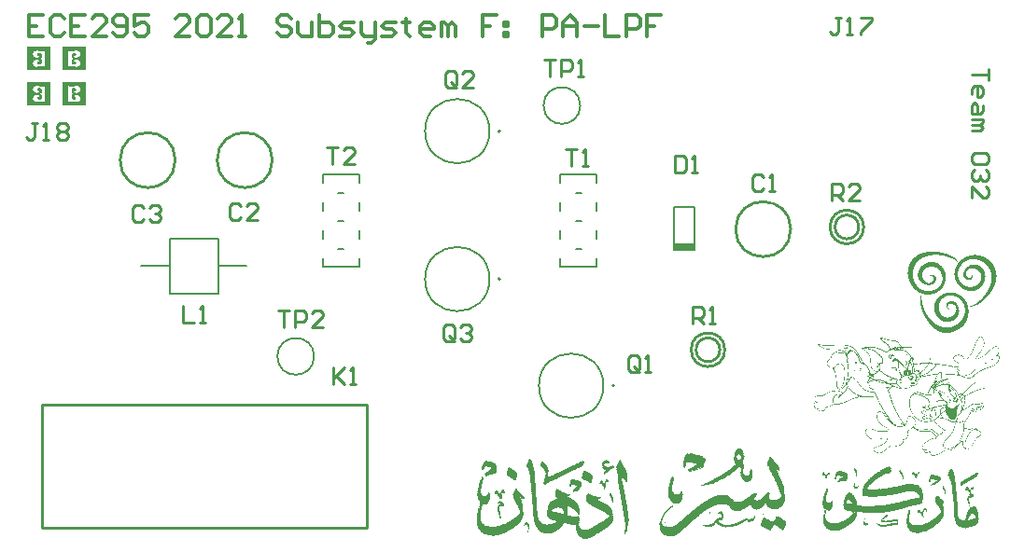
<source format=gto>
G04*
G04 #@! TF.GenerationSoftware,Altium Limited,Altium Designer,22.1.2 (22)*
G04*
G04 Layer_Color=65535*
%FSLAX25Y25*%
%MOIN*%
G70*
G04*
G04 #@! TF.SameCoordinates,7B28BA5E-EB16-4CEF-8106-4BD257A4405A*
G04*
G04*
G04 #@! TF.FilePolarity,Positive*
G04*
G01*
G75*
%ADD10C,0.00787*%
%ADD11C,0.00500*%
%ADD12C,0.00591*%
%ADD13C,0.01000*%
%ADD14C,0.01394*%
%ADD15R,0.07480X0.03150*%
G36*
X-328985Y-7827D02*
Y-8563D01*
Y-8565D01*
X-328986Y-16218D01*
X-337366Y-16219D01*
X-337373Y-16217D01*
X-337379Y-16204D01*
X-337377Y-16197D01*
X-337376Y-7826D01*
X-328985Y-7827D01*
D02*
G37*
G36*
X-341578D02*
Y-15979D01*
Y-15980D01*
X-341577Y-16207D01*
X-341578Y-16214D01*
X-341582Y-16218D01*
X-341594Y-16219D01*
X-349969Y-16217D01*
X-349969Y-7826D01*
X-341578Y-7827D01*
D02*
G37*
G36*
X-334400Y-20418D02*
X-334398D01*
X-328985Y-20419D01*
X-328986Y-28810D01*
X-337377Y-28809D01*
X-337378Y-20429D01*
X-337376Y-20422D01*
X-337372Y-20418D01*
X-337361Y-20418D01*
X-334400Y-20418D01*
D02*
G37*
G36*
X-341579Y-20421D02*
X-341578Y-20427D01*
X-341576Y-20434D01*
X-341578Y-20439D01*
X-341578Y-28810D01*
X-349969Y-28809D01*
X-349969Y-20418D01*
X-348495D01*
X-341588Y-20418D01*
X-341579Y-20421D01*
D02*
G37*
G36*
X-27028Y-80959D02*
X-26990Y-80961D01*
X-26978Y-80957D01*
X-26879Y-80959D01*
X-26829Y-80957D01*
X-26817Y-80961D01*
X-26503Y-80965D01*
X-26491Y-80969D01*
X-26394Y-80973D01*
X-26382Y-80977D01*
X-26366Y-80973D01*
X-26297Y-80977D01*
X-26285Y-80981D01*
X-26259Y-80988D01*
X-26170Y-80992D01*
X-26138Y-80996D01*
X-26118Y-81000D01*
X-26102Y-81004D01*
X-26005Y-81008D01*
X-25989Y-81012D01*
X-25925Y-81016D01*
X-25852Y-81020D01*
X-25828Y-81024D01*
X-25788Y-81028D01*
X-25669Y-81034D01*
X-25582Y-81040D01*
X-25494Y-81044D01*
X-25439Y-81050D01*
X-25375Y-81054D01*
X-25363Y-81058D01*
X-25315Y-81066D01*
X-25299Y-81070D01*
X-25272Y-81076D01*
X-25256Y-81080D01*
X-25200Y-81084D01*
X-25176Y-81088D01*
X-25155Y-81092D01*
X-25073Y-81102D01*
X-24992Y-81110D01*
X-24890Y-81116D01*
X-24849Y-81120D01*
X-24813Y-81124D01*
X-24741Y-81137D01*
X-24721Y-81145D01*
X-24702Y-81151D01*
X-24670Y-81159D01*
X-24620Y-81169D01*
X-24596Y-81173D01*
X-24541Y-81179D01*
X-24513Y-81183D01*
X-24437Y-81187D01*
X-24384Y-81191D01*
X-24336Y-81195D01*
X-24324Y-81199D01*
X-24308Y-81203D01*
X-24261Y-81209D01*
X-24237Y-81213D01*
X-24217Y-81217D01*
X-24177Y-81233D01*
X-24161Y-81237D01*
X-24141Y-81241D01*
X-24116Y-81245D01*
X-24100Y-81249D01*
X-24064Y-81253D01*
X-24040Y-81257D01*
X-24020Y-81261D01*
X-23988Y-81265D01*
X-23943Y-81269D01*
X-23907Y-81273D01*
X-23859Y-81278D01*
X-23839Y-81282D01*
X-23804Y-81292D01*
X-23788Y-81296D01*
X-23762Y-81306D01*
X-23744Y-81312D01*
X-23728Y-81316D01*
X-23686Y-81326D01*
X-23663Y-81332D01*
X-23647Y-81336D01*
X-23587Y-81340D01*
X-23575Y-81344D01*
X-23506Y-81352D01*
X-23454Y-81356D01*
X-23398Y-81380D01*
X-23382Y-81384D01*
X-23339Y-81394D01*
X-23317Y-81404D01*
X-23289Y-81408D01*
X-23255Y-81414D01*
X-23231Y-81418D01*
X-23190Y-81423D01*
X-23174Y-81427D01*
X-23150Y-81431D01*
X-23110Y-81435D01*
X-23094Y-81439D01*
X-23059Y-81453D01*
X-23023Y-81469D01*
X-23003Y-81477D01*
X-22965Y-81483D01*
X-22945Y-81487D01*
X-22929Y-81491D01*
X-22904Y-81495D01*
X-22872Y-81499D01*
X-22824Y-81507D01*
X-22792Y-81515D01*
X-22773Y-81521D01*
X-22731Y-81531D01*
X-22689Y-81549D01*
X-22667Y-81555D01*
X-22649Y-81561D01*
X-22620Y-81569D01*
X-22592Y-81573D01*
X-22576Y-81577D01*
X-22516Y-81581D01*
X-22504Y-81586D01*
X-22463Y-81598D01*
X-22443Y-81606D01*
X-22399Y-81626D01*
X-22347Y-81642D01*
X-22204Y-81672D01*
X-22171Y-81684D01*
X-22151Y-81692D01*
X-22109Y-81710D01*
X-22077Y-81718D01*
X-22037Y-81731D01*
X-21996Y-81735D01*
X-21964Y-81739D01*
X-21879Y-81779D01*
X-21859Y-81787D01*
X-21843Y-81791D01*
X-21803Y-81803D01*
X-21757Y-81809D01*
X-21736Y-81817D01*
X-21720Y-81821D01*
X-21686Y-81831D01*
X-21666Y-81839D01*
X-21630Y-81859D01*
X-21602Y-81871D01*
X-21573Y-81880D01*
X-21531Y-81886D01*
X-21515Y-81890D01*
X-21489Y-81900D01*
X-21467Y-81906D01*
X-21451Y-81910D01*
X-21444Y-81916D01*
X-21436Y-81920D01*
X-21428Y-81928D01*
X-21388Y-81944D01*
X-21336Y-81960D01*
X-21287Y-81968D01*
X-21261Y-81974D01*
X-21241Y-81982D01*
X-21235Y-81988D01*
X-21207Y-82004D01*
X-21183Y-82020D01*
X-21157Y-82026D01*
X-21140Y-82031D01*
X-21106Y-82041D01*
X-21060Y-82051D01*
X-21040Y-82059D01*
X-20969Y-82101D01*
X-20941Y-82109D01*
X-20925Y-82113D01*
X-20879Y-82123D01*
X-20846Y-82135D01*
X-20814Y-82155D01*
X-20768Y-82182D01*
X-20736Y-82190D01*
X-20709Y-82196D01*
X-20677Y-82204D01*
X-20657Y-82212D01*
X-20623Y-82230D01*
X-20599Y-82246D01*
X-20591Y-82250D01*
X-20562Y-82262D01*
X-20530Y-82270D01*
X-20468Y-82292D01*
X-20444Y-82308D01*
X-20430Y-82323D01*
X-20422Y-82327D01*
X-20414Y-82335D01*
X-20381Y-82343D01*
X-20377D01*
X-20355Y-82349D01*
X-20311Y-82365D01*
X-20279Y-82385D01*
X-20273Y-82391D01*
X-20212Y-82419D01*
X-20190Y-82425D01*
X-20158Y-82437D01*
X-20138Y-82445D01*
X-20124Y-82455D01*
X-20108Y-82472D01*
X-20099Y-82476D01*
X-20075Y-82492D01*
X-20031Y-82504D01*
X-20005Y-82514D01*
X-19985Y-82522D01*
X-19971Y-82532D01*
X-19959Y-82544D01*
X-19950Y-82548D01*
X-19942Y-82556D01*
X-19934Y-82560D01*
X-19906Y-82572D01*
X-19878Y-82580D01*
X-19852Y-82590D01*
X-19846Y-82596D01*
X-19838Y-82600D01*
X-19816Y-82618D01*
X-19809Y-82625D01*
X-19801Y-82629D01*
X-19789Y-82641D01*
X-19769Y-82649D01*
X-19743Y-82659D01*
X-19703Y-82675D01*
X-19670Y-82695D01*
X-19665Y-82701D01*
X-19656Y-82705D01*
X-19640Y-82721D01*
X-19614Y-82731D01*
X-19582Y-82743D01*
X-19548Y-82762D01*
X-19526Y-82780D01*
X-19512Y-82794D01*
X-19503Y-82798D01*
X-19475Y-82810D01*
X-19423Y-82838D01*
X-19411Y-82850D01*
X-19403Y-82854D01*
X-19383Y-82874D01*
X-19354Y-82886D01*
X-19328Y-82896D01*
X-19314Y-82902D01*
X-19306Y-82911D01*
X-19298Y-82915D01*
X-19258Y-82955D01*
X-19238Y-82963D01*
X-19185Y-82991D01*
X-19177Y-82999D01*
X-19169Y-83003D01*
X-19157Y-83015D01*
X-19149Y-83019D01*
X-19137Y-83031D01*
X-19069Y-83068D01*
X-19056Y-83080D01*
X-19048Y-83084D01*
X-19038Y-83098D01*
X-19024Y-83112D01*
X-18984Y-83128D01*
X-18976Y-83132D01*
X-18954Y-83154D01*
X-18950Y-83162D01*
X-18927Y-83184D01*
X-18859Y-83221D01*
X-18815Y-83265D01*
X-18807Y-83269D01*
X-18775Y-83289D01*
X-18766Y-83293D01*
X-18750Y-83309D01*
X-18742Y-83313D01*
X-18728Y-83327D01*
X-18724Y-83335D01*
X-18718Y-83341D01*
X-18710Y-83345D01*
X-18702Y-83354D01*
X-18674Y-83370D01*
X-18652Y-83392D01*
X-18648Y-83400D01*
X-18633Y-83418D01*
X-18625Y-83422D01*
X-18587Y-83448D01*
X-18579Y-83456D01*
X-18575Y-83464D01*
X-18557Y-83486D01*
X-18549Y-83494D01*
X-18513Y-83515D01*
X-18491Y-83537D01*
X-18486Y-83545D01*
X-18474Y-83557D01*
X-18473Y-83563D01*
X-18464Y-83567D01*
X-18456Y-83575D01*
X-18448Y-83579D01*
X-18426Y-83597D01*
X-18410Y-83613D01*
X-18406Y-83621D01*
X-18372Y-83656D01*
X-18364Y-83659D01*
X-18338Y-83686D01*
X-18334Y-83694D01*
X-18315Y-83720D01*
X-18307Y-83724D01*
X-18295Y-83736D01*
X-18287Y-83740D01*
X-18269Y-83758D01*
X-18265Y-83766D01*
X-18239Y-83805D01*
X-18231Y-83813D01*
X-18223Y-83817D01*
X-18201Y-83835D01*
X-18166Y-83885D01*
X-18130Y-83913D01*
X-18120Y-83923D01*
X-18096Y-83968D01*
X-18068Y-83996D01*
X-18064Y-84004D01*
X-18056Y-84012D01*
X-18052Y-84020D01*
X-18025Y-84058D01*
X-18003Y-84092D01*
X-17985Y-84115D01*
X-17967Y-84133D01*
X-17955Y-84161D01*
X-17945Y-84187D01*
X-17935Y-84201D01*
X-17917Y-84219D01*
X-17911Y-84221D01*
X-17907Y-84229D01*
X-17895Y-84241D01*
X-17883Y-84270D01*
X-17874Y-84298D01*
X-17854Y-84334D01*
X-17846Y-84342D01*
X-17842Y-84350D01*
X-17822Y-84370D01*
X-17806Y-84411D01*
X-17786Y-84467D01*
X-17746Y-84523D01*
X-17738Y-84544D01*
X-17741Y-84568D01*
X-17760Y-84586D01*
X-17786Y-84592D01*
X-17848Y-84594D01*
X-17860Y-84590D01*
X-17876Y-84586D01*
X-17923Y-84552D01*
X-17927Y-84544D01*
X-17979Y-84491D01*
X-17983Y-84483D01*
X-18005Y-84461D01*
X-18013Y-84457D01*
X-18110Y-84360D01*
X-18118Y-84356D01*
X-18126Y-84348D01*
X-18134Y-84344D01*
X-18146Y-84332D01*
X-18154Y-84328D01*
X-18162Y-84320D01*
X-18170Y-84316D01*
X-18199Y-84288D01*
X-18207Y-84284D01*
X-18257Y-84246D01*
X-18269Y-84233D01*
X-18273Y-84225D01*
X-18279Y-84219D01*
X-18331Y-84191D01*
X-18372Y-84151D01*
X-18380Y-84147D01*
X-18388Y-84139D01*
X-18404Y-84135D01*
X-18432Y-84119D01*
X-18483Y-84080D01*
X-18493Y-84070D01*
X-18501Y-84066D01*
X-18521Y-84058D01*
X-18573Y-84030D01*
X-18609Y-84002D01*
X-18617Y-83994D01*
X-18625Y-83990D01*
X-18670Y-83970D01*
X-18686Y-83966D01*
X-18714Y-83950D01*
X-18724Y-83939D01*
X-18728Y-83931D01*
X-18742Y-83917D01*
X-18770Y-83905D01*
X-18803Y-83897D01*
X-18823Y-83889D01*
X-18849Y-83879D01*
X-18863Y-83865D01*
X-18871Y-83861D01*
X-18891Y-83841D01*
X-18929Y-83827D01*
X-18946Y-83823D01*
X-18978Y-83811D01*
X-19010Y-83790D01*
X-19016Y-83784D01*
X-19024Y-83780D01*
X-19032Y-83772D01*
X-19076Y-83752D01*
X-19093Y-83748D01*
X-19143Y-83730D01*
X-19201Y-83696D01*
X-19254Y-83672D01*
X-19286Y-83664D01*
X-19308Y-83657D01*
X-19328Y-83649D01*
X-19363Y-83631D01*
X-19391Y-83611D01*
X-19431Y-83595D01*
X-19447Y-83591D01*
X-19473Y-83585D01*
X-19489Y-83581D01*
X-19510Y-83573D01*
X-19550Y-83549D01*
X-19588Y-83527D01*
X-19616Y-83519D01*
X-19632Y-83515D01*
X-19667Y-83508D01*
X-19683Y-83504D01*
X-19745Y-83470D01*
X-19777Y-83450D01*
X-19805Y-83442D01*
X-19821Y-83438D01*
X-19856Y-83432D01*
X-19872Y-83428D01*
X-19892Y-83420D01*
X-19932Y-83396D01*
X-19983Y-83374D01*
X-20009Y-83363D01*
X-20041Y-83355D01*
X-20061Y-83351D01*
X-20093Y-83343D01*
X-20113Y-83335D01*
X-20184Y-83293D01*
X-20212Y-83285D01*
X-20279Y-83271D01*
X-20349Y-83233D01*
X-20357Y-83225D01*
X-20377Y-83217D01*
X-20403Y-83210D01*
X-20420Y-83206D01*
X-20442Y-83200D01*
X-20504Y-83186D01*
X-20538Y-83160D01*
X-20546Y-83156D01*
X-20603Y-83132D01*
X-20631Y-83124D01*
X-20693Y-83110D01*
X-20744Y-83080D01*
X-20780Y-83064D01*
X-20812Y-83056D01*
X-20840Y-83047D01*
X-20887Y-83037D01*
X-20929Y-83019D01*
X-20949Y-83011D01*
X-20957Y-83007D01*
X-20981Y-82991D01*
X-21010Y-82979D01*
X-21026Y-82975D01*
X-21074Y-82967D01*
X-21090Y-82963D01*
X-21132Y-82953D01*
X-21152Y-82945D01*
X-21163Y-82935D01*
X-21171Y-82931D01*
X-21207Y-82915D01*
X-21245Y-82900D01*
X-21261Y-82896D01*
X-21285Y-82892D01*
X-21346Y-82880D01*
X-21362Y-82876D01*
X-21382Y-82868D01*
X-21388Y-82862D01*
X-21396Y-82858D01*
X-21404Y-82850D01*
X-21430Y-82840D01*
X-21465Y-82830D01*
X-21493Y-82822D01*
X-21555Y-82812D01*
X-21571Y-82808D01*
X-21591Y-82804D01*
X-21608Y-82800D01*
X-21622Y-82794D01*
X-21646Y-82778D01*
X-21698Y-82757D01*
X-21726Y-82749D01*
X-21775Y-82741D01*
X-21803Y-82737D01*
X-21841Y-82731D01*
X-21890Y-82719D01*
X-21910Y-82711D01*
X-21942Y-82699D01*
X-21996Y-82677D01*
X-22028Y-82669D01*
X-22077Y-82661D01*
X-22131Y-82655D01*
X-22163Y-82647D01*
X-22220Y-82627D01*
X-22242Y-82617D01*
X-22270Y-82604D01*
X-22292Y-82598D01*
X-22308Y-82594D01*
X-22329Y-82590D01*
X-22353Y-82586D01*
X-22385Y-82582D01*
X-22409Y-82578D01*
X-22449Y-82570D01*
X-22465Y-82566D01*
X-22490Y-82562D01*
X-22510Y-82558D01*
X-22532Y-82548D01*
X-22568Y-82532D01*
X-22594Y-82522D01*
X-22610Y-82518D01*
X-22643Y-82514D01*
X-22679Y-82510D01*
X-22711Y-82506D01*
X-22765Y-82500D01*
X-22816Y-82494D01*
X-22832Y-82490D01*
X-22886Y-82468D01*
X-22932Y-82457D01*
X-22955Y-82447D01*
X-22971Y-82443D01*
X-23017Y-82437D01*
X-23037Y-82433D01*
X-23094Y-82429D01*
X-23118Y-82425D01*
X-23162Y-82421D01*
X-23202Y-82417D01*
X-23247Y-82409D01*
X-23269Y-82399D01*
X-23297Y-82395D01*
X-23335Y-82381D01*
X-23361Y-82371D01*
X-23402Y-82367D01*
X-23430Y-82363D01*
X-23470Y-82359D01*
X-23525Y-82353D01*
X-23573Y-82349D01*
X-23617Y-82345D01*
X-23657Y-82341D01*
X-23690Y-82337D01*
X-23738Y-82329D01*
X-23778Y-82320D01*
X-23794Y-82316D01*
X-23814Y-82313D01*
X-23831Y-82308D01*
X-23885Y-82302D01*
X-23929Y-82298D01*
X-23941Y-82294D01*
X-24010Y-82286D01*
X-24038Y-82282D01*
X-24114Y-82278D01*
X-24155Y-82274D01*
X-24219Y-82270D01*
X-24235Y-82266D01*
X-24312Y-82262D01*
X-24360Y-82258D01*
X-24372Y-82254D01*
X-24412Y-82250D01*
X-24469Y-82246D01*
X-24481Y-82242D01*
X-24497Y-82238D01*
X-24523Y-82236D01*
X-24549Y-82238D01*
X-24562Y-82234D01*
X-24584Y-82228D01*
X-24600Y-82224D01*
X-24620Y-82220D01*
X-24646Y-82218D01*
X-24658Y-82222D01*
X-24670Y-82218D01*
X-24711Y-82214D01*
X-24779Y-82210D01*
X-24791Y-82206D01*
X-24843Y-82210D01*
X-24896Y-82206D01*
X-24960Y-82202D01*
X-25103Y-82200D01*
X-25153Y-82202D01*
X-25166Y-82198D01*
X-25454Y-82196D01*
X-25729Y-82198D01*
X-25741Y-82194D01*
X-25878Y-82198D01*
X-26082Y-82200D01*
X-26108Y-82198D01*
X-26120Y-82202D01*
X-26319Y-82208D01*
X-26350Y-82210D01*
X-26362Y-82206D01*
X-26374Y-82210D01*
X-26426Y-82214D01*
X-26525Y-82220D01*
X-26557Y-82228D01*
X-26609Y-82232D01*
X-26658Y-82240D01*
X-26678Y-82244D01*
X-26694Y-82248D01*
X-26758Y-82252D01*
X-26783Y-82256D01*
X-26803Y-82260D01*
X-26887Y-82264D01*
X-26919Y-82268D01*
X-26968Y-82272D01*
X-27125Y-82284D01*
X-27165Y-82288D01*
X-27189Y-82292D01*
X-27234Y-82300D01*
X-27250Y-82304D01*
X-27270Y-82308D01*
X-27286Y-82313D01*
X-27310Y-82316D01*
X-27371Y-82329D01*
X-27419Y-82337D01*
X-27455Y-82341D01*
X-27499Y-82345D01*
X-27632Y-82361D01*
X-27652Y-82365D01*
X-27693Y-82369D01*
X-27713Y-82373D01*
X-27733Y-82381D01*
X-27759Y-82391D01*
X-27805Y-82401D01*
X-27828Y-82411D01*
X-27890Y-82421D01*
X-27910Y-82425D01*
X-27966Y-82429D01*
X-28021Y-82435D01*
X-28053Y-82439D01*
X-28093Y-82455D01*
X-28120Y-82465D01*
X-28166Y-82480D01*
X-28192Y-82486D01*
X-28226Y-82496D01*
X-28242Y-82500D01*
X-28271Y-82504D01*
X-28321Y-82510D01*
X-28375Y-82516D01*
X-28391Y-82520D01*
X-28411Y-82528D01*
X-28440Y-82540D01*
X-28460Y-82548D01*
X-28488Y-82560D01*
X-28504Y-82564D01*
X-28516Y-82568D01*
X-28532Y-82572D01*
X-28558Y-82578D01*
X-28599Y-82586D01*
X-28623Y-82590D01*
X-28663Y-82598D01*
X-28708Y-82614D01*
X-28730Y-82625D01*
X-28750Y-82633D01*
X-28794Y-82653D01*
X-28834Y-82657D01*
X-28867Y-82661D01*
X-28879Y-82665D01*
X-28901Y-82671D01*
X-28921Y-82679D01*
X-28953Y-82691D01*
X-28967Y-82697D01*
X-28995Y-82717D01*
X-29018Y-82723D01*
X-29034Y-82727D01*
X-29054Y-82731D01*
X-29078Y-82735D01*
X-29118Y-82743D01*
X-29138Y-82751D01*
X-29155Y-82755D01*
X-29181Y-82766D01*
X-29209Y-82782D01*
X-29233Y-82798D01*
X-29273Y-82810D01*
X-29320Y-82820D01*
X-29342Y-82826D01*
X-29358Y-82830D01*
X-29384Y-82840D01*
X-29408Y-82856D01*
X-29459Y-82882D01*
X-29487Y-82886D01*
X-29503Y-82890D01*
X-29525Y-82896D01*
X-29541Y-82900D01*
X-29579Y-82919D01*
X-29603Y-82935D01*
X-29612Y-82939D01*
X-29640Y-82955D01*
X-29668Y-82963D01*
X-29684Y-82967D01*
X-29706Y-82973D01*
X-29739Y-82985D01*
X-29793Y-83015D01*
X-29817Y-83031D01*
X-29837Y-83039D01*
X-29853Y-83043D01*
X-29879Y-83049D01*
X-29895Y-83053D01*
X-29928Y-83065D01*
X-29950Y-83088D01*
X-29958Y-83092D01*
X-29966Y-83100D01*
X-29994Y-83112D01*
X-30020Y-83122D01*
X-30042Y-83128D01*
X-30063Y-83136D01*
X-30089Y-83146D01*
X-30113Y-83162D01*
X-30119Y-83168D01*
X-30127Y-83172D01*
X-30139Y-83184D01*
X-30167Y-83196D01*
X-30208Y-83209D01*
X-30228Y-83217D01*
X-30236Y-83221D01*
X-30258Y-83239D01*
X-30268Y-83249D01*
X-30276Y-83253D01*
X-30320Y-83273D01*
X-30349Y-83285D01*
X-30369Y-83297D01*
X-30411Y-83327D01*
X-30413Y-83333D01*
X-30421Y-83337D01*
X-30457Y-83354D01*
X-30473Y-83358D01*
X-30526Y-83386D01*
X-30562Y-83422D01*
X-30630Y-83446D01*
X-30683Y-83482D01*
X-30711Y-83499D01*
X-30739Y-83511D01*
X-30775Y-83531D01*
X-30812Y-83567D01*
X-30848Y-83583D01*
X-30892Y-83607D01*
X-30914Y-83625D01*
X-30920Y-83631D01*
X-30929Y-83635D01*
X-30937Y-83643D01*
X-30945Y-83648D01*
X-30953Y-83656D01*
X-31013Y-83688D01*
X-31035Y-83710D01*
X-31039Y-83718D01*
X-31045Y-83724D01*
X-31053Y-83728D01*
X-31114Y-83760D01*
X-31130Y-83776D01*
X-31138Y-83780D01*
X-31150Y-83792D01*
X-31158Y-83797D01*
X-31186Y-83817D01*
X-31206Y-83825D01*
X-31235Y-83841D01*
X-31249Y-83855D01*
X-31253Y-83863D01*
X-31271Y-83885D01*
X-31315Y-83909D01*
X-31337Y-83927D01*
X-31341Y-83935D01*
X-31351Y-83946D01*
X-31359Y-83950D01*
X-31372Y-83962D01*
X-31380Y-83966D01*
X-31412Y-83986D01*
X-31420Y-83990D01*
X-31468Y-84038D01*
X-31476Y-84042D01*
X-31500Y-84058D01*
X-31508Y-84062D01*
X-31539Y-84084D01*
X-31543Y-84092D01*
X-31551Y-84101D01*
X-31555Y-84109D01*
X-31569Y-84123D01*
X-31605Y-84143D01*
X-31635Y-84173D01*
X-31639Y-84181D01*
X-31653Y-84199D01*
X-31690Y-84219D01*
X-31712Y-84241D01*
X-31716Y-84250D01*
X-31734Y-84272D01*
X-31742Y-84276D01*
X-31780Y-84302D01*
X-31808Y-84338D01*
X-31819Y-84348D01*
X-31826Y-84352D01*
X-31855Y-84372D01*
X-31863Y-84376D01*
X-31891Y-84421D01*
X-31899Y-84429D01*
X-31927Y-84445D01*
X-31941Y-84455D01*
X-31945Y-84463D01*
X-31962Y-84487D01*
X-31966Y-84495D01*
X-31975Y-84505D01*
X-31984Y-84509D01*
X-32018Y-84531D01*
X-32022Y-84540D01*
X-32030Y-84548D01*
X-32046Y-84576D01*
X-32064Y-84594D01*
X-32072Y-84598D01*
X-32080Y-84606D01*
X-32088Y-84610D01*
X-32098Y-84620D01*
X-32102Y-84628D01*
X-32118Y-84656D01*
X-32133Y-84670D01*
X-32141Y-84674D01*
X-32163Y-84693D01*
X-32175Y-84705D01*
X-32179Y-84713D01*
X-32197Y-84743D01*
X-32205Y-84747D01*
X-32213Y-84755D01*
X-32221Y-84759D01*
X-32255Y-84793D01*
X-32276Y-84829D01*
X-32332Y-84886D01*
X-32336Y-84894D01*
X-32352Y-84918D01*
X-32356Y-84926D01*
X-32364Y-84934D01*
X-32368Y-84942D01*
X-32380Y-84954D01*
X-32384Y-84962D01*
X-32408Y-84987D01*
X-32433Y-85031D01*
X-32451Y-85049D01*
X-32459Y-85053D01*
X-32467Y-85061D01*
X-32475Y-85065D01*
X-32481Y-85071D01*
X-32509Y-85123D01*
X-32545Y-85160D01*
X-32549Y-85168D01*
X-32557Y-85176D01*
X-32590Y-85236D01*
X-32604Y-85250D01*
X-32612Y-85254D01*
X-32622Y-85264D01*
X-32626Y-85272D01*
X-32642Y-85297D01*
X-32650Y-85317D01*
X-32660Y-85343D01*
X-32670Y-85353D01*
X-32672Y-85359D01*
X-32680Y-85363D01*
X-32702Y-85385D01*
X-32706Y-85393D01*
X-32723Y-85417D01*
X-32727Y-85434D01*
X-32765Y-85484D01*
X-32775Y-85494D01*
X-32779Y-85502D01*
X-32795Y-85526D01*
X-32801Y-85548D01*
X-32817Y-85589D01*
X-32837Y-85609D01*
X-32845Y-85613D01*
X-32851Y-85619D01*
X-32855Y-85627D01*
X-32864Y-85635D01*
X-32872Y-85655D01*
X-32888Y-85691D01*
X-32912Y-85736D01*
X-32930Y-85758D01*
X-32936Y-85764D01*
X-32940Y-85772D01*
X-32960Y-85816D01*
X-32970Y-85842D01*
X-32976Y-85856D01*
X-32984Y-85864D01*
X-32988Y-85873D01*
X-33005Y-85889D01*
X-33009Y-85897D01*
X-33021Y-85909D01*
X-33037Y-85965D01*
X-33045Y-85985D01*
X-33061Y-86009D01*
X-33065Y-86017D01*
X-33081Y-86046D01*
X-33093Y-86058D01*
X-33097Y-86066D01*
X-33105Y-86086D01*
X-33117Y-86134D01*
X-33127Y-86160D01*
X-33131Y-86168D01*
X-33137Y-86171D01*
X-33141Y-86178D01*
X-33158Y-86195D01*
X-33178Y-86239D01*
X-33186Y-86267D01*
X-33190Y-86283D01*
X-33198Y-86311D01*
X-33226Y-86364D01*
X-33234Y-86372D01*
X-33254Y-86416D01*
X-33266Y-86456D01*
X-33280Y-86519D01*
X-33296Y-86543D01*
X-33303Y-86549D01*
X-33307Y-86557D01*
X-33315Y-86565D01*
X-33329Y-86603D01*
X-33339Y-86630D01*
X-33345Y-86652D01*
X-33349Y-86676D01*
X-33353Y-86696D01*
X-33363Y-86722D01*
X-33379Y-86746D01*
X-33387Y-86766D01*
X-33407Y-86811D01*
X-33415Y-86843D01*
X-33423Y-86899D01*
X-33439Y-86940D01*
X-33450Y-86966D01*
X-33457Y-86986D01*
X-33468Y-86996D01*
X-33472Y-87004D01*
X-33484Y-87032D01*
X-33490Y-87067D01*
X-33496Y-87089D01*
X-33506Y-87151D01*
X-33510Y-87171D01*
X-33530Y-87228D01*
X-33538Y-87248D01*
X-33544Y-87254D01*
X-33548Y-87262D01*
X-33564Y-87298D01*
X-33570Y-87336D01*
X-33574Y-87357D01*
X-33578Y-87401D01*
X-33582Y-87417D01*
X-33586Y-87437D01*
X-33590Y-87469D01*
X-33595Y-87485D01*
X-33617Y-87536D01*
X-33623Y-87558D01*
X-33633Y-87580D01*
X-33645Y-87628D01*
X-33649Y-87669D01*
X-33653Y-87685D01*
X-33659Y-87735D01*
X-33663Y-87783D01*
X-33667Y-87800D01*
X-33677Y-87826D01*
X-33681Y-87850D01*
X-33689Y-87870D01*
X-33703Y-87908D01*
X-33713Y-87942D01*
X-33717Y-87959D01*
X-33721Y-88015D01*
X-33725Y-88027D01*
X-33731Y-88102D01*
X-33735Y-88154D01*
X-33739Y-88202D01*
X-33744Y-88226D01*
X-33748Y-88259D01*
X-33756Y-88299D01*
X-33760Y-88315D01*
X-33768Y-88335D01*
X-33774Y-88353D01*
X-33778Y-88369D01*
X-33782Y-88434D01*
X-33786Y-88446D01*
X-33794Y-88514D01*
X-33798Y-88530D01*
X-33802Y-88643D01*
X-33806Y-88655D01*
X-33808Y-88855D01*
X-33806Y-88905D01*
X-33810Y-88917D01*
X-33812Y-89153D01*
X-33808Y-89322D01*
X-33806Y-89352D01*
X-33810Y-89364D01*
X-33806Y-89392D01*
X-33802Y-89549D01*
X-33798Y-89561D01*
X-33792Y-89632D01*
X-33788Y-89652D01*
X-33784Y-89720D01*
X-33780Y-89741D01*
X-33772Y-89773D01*
X-33762Y-89795D01*
X-33753Y-89823D01*
X-33748Y-89857D01*
X-33744Y-89890D01*
X-33739Y-89914D01*
X-33735Y-89930D01*
X-33731Y-89966D01*
X-33727Y-90010D01*
X-33723Y-90047D01*
X-33715Y-90091D01*
X-33711Y-90111D01*
X-33705Y-90149D01*
X-33681Y-90202D01*
X-33673Y-90222D01*
X-33665Y-90250D01*
X-33661Y-90266D01*
X-33655Y-90316D01*
X-33651Y-90353D01*
X-33643Y-90401D01*
X-33639Y-90421D01*
X-33633Y-90443D01*
X-33613Y-90488D01*
X-33602Y-90514D01*
X-33595Y-90534D01*
X-33588Y-90556D01*
X-33584Y-90572D01*
X-33578Y-90618D01*
X-33574Y-90643D01*
X-33570Y-90663D01*
X-33566Y-90687D01*
X-33562Y-90707D01*
X-33558Y-90723D01*
X-33550Y-90743D01*
X-33540Y-90769D01*
X-33528Y-90798D01*
X-33524Y-90806D01*
X-33504Y-90850D01*
X-33500Y-90890D01*
X-33494Y-90929D01*
X-33484Y-90963D01*
X-33476Y-90991D01*
X-33468Y-91011D01*
X-33464Y-91019D01*
X-33448Y-91047D01*
X-33435Y-91076D01*
X-33427Y-91108D01*
X-33413Y-91170D01*
X-33409Y-91186D01*
X-33389Y-91243D01*
X-33383Y-91249D01*
X-33379Y-91257D01*
X-33359Y-91301D01*
X-33351Y-91321D01*
X-33347Y-91337D01*
X-33333Y-91400D01*
X-33325Y-91420D01*
X-33321Y-91436D01*
X-33311Y-91458D01*
X-33307Y-91466D01*
X-33299Y-91474D01*
X-33294Y-91482D01*
X-33270Y-91535D01*
X-33264Y-91561D01*
X-33256Y-91605D01*
X-33236Y-91637D01*
X-33222Y-91651D01*
X-33198Y-91704D01*
X-33190Y-91732D01*
X-33184Y-91754D01*
X-33180Y-91770D01*
X-33172Y-91790D01*
X-33147Y-91831D01*
X-33131Y-91855D01*
X-33125Y-91861D01*
X-33117Y-91881D01*
X-33111Y-91907D01*
X-33107Y-91923D01*
X-33095Y-91956D01*
X-33089Y-91970D01*
X-33069Y-91998D01*
X-33065Y-92006D01*
X-33053Y-92018D01*
X-33049Y-92026D01*
X-33041Y-92046D01*
X-33031Y-92088D01*
X-33019Y-92121D01*
X-33013Y-92127D01*
X-33009Y-92135D01*
X-32992Y-92151D01*
X-32988Y-92159D01*
X-32976Y-92171D01*
X-32972Y-92179D01*
X-32960Y-92207D01*
X-32952Y-92235D01*
X-32942Y-92262D01*
X-32928Y-92284D01*
X-32912Y-92300D01*
X-32908Y-92308D01*
X-32896Y-92320D01*
X-32880Y-92356D01*
X-32872Y-92388D01*
X-32847Y-92433D01*
X-32835Y-92445D01*
X-32831Y-92453D01*
X-32819Y-92465D01*
X-32815Y-92473D01*
X-32799Y-92509D01*
X-32775Y-92554D01*
X-32755Y-92574D01*
X-32751Y-92582D01*
X-32739Y-92594D01*
X-32723Y-92634D01*
X-32702Y-92670D01*
X-32694Y-92678D01*
X-32690Y-92686D01*
X-32678Y-92699D01*
X-32674Y-92707D01*
X-32666Y-92715D01*
X-32662Y-92723D01*
X-32638Y-92775D01*
X-32626Y-92795D01*
X-32600Y-92821D01*
X-32592Y-92825D01*
X-32586Y-92831D01*
X-32574Y-92860D01*
X-32559Y-92898D01*
X-32549Y-92912D01*
X-32505Y-92956D01*
X-32477Y-93009D01*
X-32437Y-93049D01*
X-32433Y-93057D01*
X-32425Y-93065D01*
X-32404Y-93101D01*
X-32386Y-93123D01*
X-32376Y-93133D01*
X-32372Y-93142D01*
X-32364Y-93150D01*
X-32360Y-93158D01*
X-32344Y-93174D01*
X-32340Y-93182D01*
X-32320Y-93218D01*
X-32302Y-93236D01*
X-32294Y-93240D01*
X-32286Y-93248D01*
X-32278Y-93252D01*
X-32272Y-93258D01*
X-32267Y-93266D01*
X-32243Y-93311D01*
X-32229Y-93325D01*
X-32221Y-93329D01*
X-32213Y-93337D01*
X-32205Y-93341D01*
X-32199Y-93347D01*
X-32195Y-93355D01*
X-32169Y-93393D01*
X-32133Y-93421D01*
X-32122Y-93432D01*
X-32118Y-93440D01*
X-32102Y-93464D01*
X-32098Y-93472D01*
X-32088Y-93482D01*
X-32080Y-93486D01*
X-32072Y-93494D01*
X-32064Y-93498D01*
X-32034Y-93528D01*
X-32030Y-93536D01*
X-32022Y-93544D01*
X-32018Y-93552D01*
X-32004Y-93562D01*
X-31982Y-93581D01*
X-31953Y-93609D01*
X-31949Y-93617D01*
X-31931Y-93639D01*
X-31923Y-93647D01*
X-31915Y-93651D01*
X-31903Y-93663D01*
X-31897Y-93665D01*
X-31893Y-93673D01*
X-31885Y-93681D01*
X-31881Y-93689D01*
X-31863Y-93711D01*
X-31855Y-93719D01*
X-31847Y-93723D01*
X-31824Y-93742D01*
X-31804Y-93762D01*
X-31800Y-93770D01*
X-31782Y-93788D01*
X-31774Y-93792D01*
X-31736Y-93818D01*
X-31732Y-93826D01*
X-31710Y-93860D01*
X-31657Y-93888D01*
X-31647Y-93903D01*
X-31629Y-93925D01*
X-31613Y-93941D01*
X-31605Y-93945D01*
X-31569Y-93973D01*
X-31563Y-93979D01*
X-31559Y-93987D01*
X-31551Y-93995D01*
X-31549Y-94001D01*
X-31541Y-94005D01*
X-31533Y-94013D01*
X-31504Y-94025D01*
X-31496Y-94029D01*
X-31478Y-94044D01*
X-31474Y-94052D01*
X-31464Y-94062D01*
X-31456Y-94066D01*
X-31444Y-94078D01*
X-31436Y-94082D01*
X-31384Y-94118D01*
X-31376Y-94122D01*
X-31353Y-94140D01*
X-31323Y-94170D01*
X-31271Y-94199D01*
X-31249Y-94221D01*
X-31247Y-94227D01*
X-31239Y-94231D01*
X-31227Y-94243D01*
X-31206Y-94251D01*
X-31180Y-94261D01*
X-31148Y-94281D01*
X-31144Y-94289D01*
X-31122Y-94311D01*
X-31114Y-94315D01*
X-31094Y-94327D01*
X-31055Y-94342D01*
X-31049Y-94348D01*
X-31041Y-94352D01*
X-31021Y-94372D01*
X-31013Y-94376D01*
X-31005Y-94384D01*
X-30997Y-94388D01*
X-30973Y-94404D01*
X-30947Y-94414D01*
X-30926Y-94422D01*
X-30904Y-94436D01*
X-30892Y-94448D01*
X-30884Y-94452D01*
X-30868Y-94468D01*
X-30860Y-94472D01*
X-30832Y-94485D01*
X-30810Y-94491D01*
X-30741Y-94531D01*
X-30717Y-94547D01*
X-30711Y-94553D01*
X-30691Y-94561D01*
X-30628Y-94583D01*
X-30608Y-94595D01*
X-30604Y-94603D01*
X-30598Y-94609D01*
X-30590Y-94613D01*
X-30538Y-94638D01*
X-30475Y-94660D01*
X-30435Y-94684D01*
X-30385Y-94710D01*
X-30332Y-94726D01*
X-30306Y-94732D01*
X-30286Y-94740D01*
X-30280Y-94746D01*
X-30244Y-94766D01*
X-30236Y-94775D01*
X-30200Y-94791D01*
X-30151Y-94799D01*
X-30123Y-94807D01*
X-30107Y-94811D01*
X-30075Y-94831D01*
X-30046Y-94843D01*
X-30002Y-94863D01*
X-29970Y-94871D01*
X-29924Y-94881D01*
X-29875Y-94893D01*
X-29835Y-94909D01*
X-29787Y-94934D01*
X-29761Y-94944D01*
X-29722Y-94950D01*
X-29706Y-94954D01*
X-29652Y-94960D01*
X-29622Y-94966D01*
X-29589Y-94978D01*
X-29549Y-94994D01*
X-29523Y-95004D01*
X-29503Y-95012D01*
X-29481Y-95018D01*
X-29465Y-95022D01*
X-29416Y-95026D01*
X-29376Y-95034D01*
X-29324Y-95038D01*
X-29285Y-95044D01*
X-29265Y-95052D01*
X-29249Y-95056D01*
X-29221Y-95060D01*
X-29169Y-95081D01*
X-29153Y-95085D01*
X-29114Y-95091D01*
X-29078Y-95095D01*
X-29038Y-95103D01*
X-28973Y-95107D01*
X-28877Y-95115D01*
X-28836Y-95119D01*
X-28804Y-95123D01*
X-28736Y-95127D01*
X-28703Y-95135D01*
X-28635Y-95139D01*
X-28619Y-95143D01*
X-28550Y-95147D01*
X-28530Y-95151D01*
X-28377Y-95155D01*
X-28353Y-95159D01*
X-28093Y-95161D01*
X-28081Y-95157D01*
X-28041Y-95153D01*
X-27924Y-95149D01*
X-27912Y-95145D01*
X-27848Y-95141D01*
X-27836Y-95137D01*
X-27763Y-95133D01*
X-27751Y-95129D01*
X-27695Y-95121D01*
X-27679Y-95117D01*
X-27574Y-95113D01*
X-27562Y-95109D01*
X-27443Y-95103D01*
X-27395Y-95099D01*
X-27362Y-95095D01*
X-27328Y-95085D01*
X-27312Y-95081D01*
X-27250Y-95066D01*
X-27228Y-95056D01*
X-27211Y-95052D01*
X-27165Y-95042D01*
X-27149Y-95038D01*
X-27113Y-95034D01*
X-27073Y-95030D01*
X-27024Y-95026D01*
X-27000Y-95022D01*
X-26980Y-95018D01*
X-26936Y-95002D01*
X-26883Y-94982D01*
X-26863Y-94974D01*
X-26837Y-94964D01*
X-26783Y-94958D01*
X-26762Y-94954D01*
X-26738Y-94950D01*
X-26718Y-94946D01*
X-26694Y-94942D01*
X-26678Y-94938D01*
X-26658Y-94930D01*
X-26625Y-94918D01*
X-26595Y-94895D01*
X-26573Y-94889D01*
X-26493Y-94873D01*
X-26444Y-94865D01*
X-26424Y-94857D01*
X-26418Y-94851D01*
X-26382Y-94831D01*
X-26338Y-94811D01*
X-26311Y-94805D01*
X-26293Y-94799D01*
X-26231Y-94785D01*
X-26217Y-94779D01*
X-26188Y-94758D01*
X-26128Y-94730D01*
X-26096Y-94722D01*
X-26074Y-94716D01*
X-26056Y-94710D01*
X-26039Y-94706D01*
X-26013Y-94696D01*
X-25987Y-94670D01*
X-25979Y-94666D01*
X-25943Y-94650D01*
X-25880Y-94636D01*
X-25848Y-94615D01*
X-25838Y-94605D01*
X-25830Y-94601D01*
X-25822Y-94593D01*
X-25778Y-94573D01*
X-25738Y-94561D01*
X-25717Y-94553D01*
X-25689Y-94537D01*
X-25669Y-94517D01*
X-25661Y-94513D01*
X-25625Y-94497D01*
X-25596Y-94485D01*
X-25570Y-94475D01*
X-25538Y-94454D01*
X-25520Y-94436D01*
X-25512Y-94432D01*
X-25476Y-94416D01*
X-25449Y-94406D01*
X-25425Y-94394D01*
X-25411Y-94384D01*
X-25371Y-94344D01*
X-25309Y-94322D01*
X-25284Y-94301D01*
X-25264Y-94281D01*
X-25262Y-94275D01*
X-25254Y-94271D01*
X-25226Y-94259D01*
X-25200Y-94249D01*
X-25178Y-94235D01*
X-25166Y-94223D01*
X-25160Y-94221D01*
X-25155Y-94213D01*
X-25133Y-94191D01*
X-25117Y-94187D01*
X-25073Y-94162D01*
X-25041Y-94130D01*
X-25033Y-94126D01*
X-25025Y-94118D01*
X-24964Y-94086D01*
X-24942Y-94068D01*
X-24920Y-94037D01*
X-24912Y-94033D01*
X-24868Y-94009D01*
X-24856Y-93997D01*
X-24849Y-93995D01*
X-24845Y-93987D01*
X-24837Y-93979D01*
X-24833Y-93971D01*
X-24819Y-93957D01*
X-24775Y-93933D01*
X-24757Y-93915D01*
X-24753Y-93907D01*
X-24745Y-93899D01*
X-24741Y-93891D01*
X-24690Y-93860D01*
X-24680Y-93850D01*
X-24676Y-93842D01*
X-24654Y-93820D01*
X-24646Y-93816D01*
X-24596Y-93778D01*
X-24541Y-93723D01*
X-24533Y-93719D01*
X-24523Y-93705D01*
X-24465Y-93647D01*
X-24457Y-93643D01*
X-24449Y-93635D01*
X-24441Y-93631D01*
X-24382Y-93572D01*
X-24378Y-93564D01*
X-24370Y-93556D01*
X-24366Y-93548D01*
X-24302Y-93484D01*
X-24298Y-93476D01*
X-24280Y-93454D01*
X-24225Y-93399D01*
X-24221Y-93391D01*
X-24201Y-93363D01*
X-24179Y-93341D01*
X-24171Y-93337D01*
X-24149Y-93315D01*
X-24145Y-93299D01*
X-24123Y-93264D01*
X-24114Y-93260D01*
X-24084Y-93238D01*
X-24080Y-93230D01*
X-24052Y-93178D01*
X-24046Y-93172D01*
X-24038Y-93168D01*
X-24016Y-93150D01*
X-24000Y-93133D01*
X-23990Y-93107D01*
X-23969Y-93075D01*
X-23959Y-93061D01*
X-23951Y-93053D01*
X-23947Y-93045D01*
X-23923Y-93021D01*
X-23919Y-93013D01*
X-23911Y-92993D01*
X-23891Y-92956D01*
X-23869Y-92934D01*
X-23861Y-92930D01*
X-23843Y-92904D01*
X-23829Y-92866D01*
X-23808Y-92833D01*
X-23802Y-92827D01*
X-23798Y-92819D01*
X-23782Y-92803D01*
X-23778Y-92795D01*
X-23770Y-92787D01*
X-23746Y-92731D01*
X-23742Y-92723D01*
X-23714Y-92686D01*
X-23702Y-92674D01*
X-23698Y-92666D01*
X-23686Y-92638D01*
X-23667Y-92588D01*
X-23659Y-92568D01*
X-23641Y-92550D01*
X-23637Y-92541D01*
X-23629Y-92533D01*
X-23625Y-92525D01*
X-23613Y-92497D01*
X-23591Y-92435D01*
X-23583Y-92415D01*
X-23565Y-92396D01*
X-23561Y-92388D01*
X-23553Y-92380D01*
X-23549Y-92372D01*
X-23537Y-92344D01*
X-23529Y-92324D01*
X-23516Y-92276D01*
X-23506Y-92250D01*
X-23464Y-92179D01*
X-23456Y-92159D01*
X-23450Y-92133D01*
X-23446Y-92113D01*
X-23438Y-92080D01*
X-23434Y-92060D01*
X-23422Y-92028D01*
X-23416Y-92022D01*
X-23412Y-92014D01*
X-23392Y-91982D01*
X-23388Y-91974D01*
X-23380Y-91953D01*
X-23376Y-91925D01*
X-23368Y-91877D01*
X-23363Y-91849D01*
X-23359Y-91817D01*
X-23355Y-91804D01*
X-23345Y-91778D01*
X-23315Y-91728D01*
X-23311Y-91712D01*
X-23307Y-91700D01*
X-23303Y-91684D01*
X-23297Y-91633D01*
X-23291Y-91579D01*
X-23287Y-91539D01*
X-23281Y-91509D01*
X-23277Y-91492D01*
X-23273Y-91468D01*
X-23269Y-91452D01*
X-23261Y-91432D01*
X-23255Y-91414D01*
X-23247Y-91382D01*
X-23241Y-91351D01*
X-23237Y-91327D01*
X-23233Y-91307D01*
X-23228Y-91275D01*
X-23224Y-91235D01*
X-23221Y-91190D01*
X-23214Y-91071D01*
X-23208Y-90969D01*
X-23206Y-90911D01*
X-23210Y-90898D01*
X-23204Y-90840D01*
X-23202Y-90641D01*
X-23206Y-90628D01*
X-23210Y-90572D01*
X-23206Y-90560D01*
X-23212Y-90486D01*
X-23214Y-90472D01*
X-23210Y-90459D01*
X-23214Y-90407D01*
X-23221Y-90288D01*
X-23224Y-90244D01*
X-23228Y-90204D01*
X-23237Y-90151D01*
X-23241Y-90127D01*
X-23253Y-90079D01*
X-23257Y-90047D01*
X-23261Y-90030D01*
X-23269Y-90010D01*
X-23275Y-89988D01*
X-23279Y-89972D01*
X-23285Y-89930D01*
X-23289Y-89898D01*
X-23293Y-89861D01*
X-23297Y-89829D01*
X-23301Y-89785D01*
X-23309Y-89753D01*
X-23317Y-89732D01*
X-23329Y-89700D01*
X-23339Y-89678D01*
X-23349Y-89652D01*
X-23359Y-89618D01*
X-23363Y-89602D01*
X-23368Y-89549D01*
X-23371Y-89537D01*
X-23376Y-89509D01*
X-23382Y-89463D01*
X-23386Y-89447D01*
X-23400Y-89408D01*
X-23428Y-89364D01*
X-23434Y-89342D01*
X-23450Y-89261D01*
X-23458Y-89213D01*
X-23462Y-89197D01*
X-23474Y-89165D01*
X-23484Y-89155D01*
X-23488Y-89147D01*
X-23504Y-89110D01*
X-23513Y-89082D01*
X-23520Y-89050D01*
X-23527Y-89012D01*
X-23537Y-88977D01*
X-23541Y-88961D01*
X-23551Y-88935D01*
X-23561Y-88921D01*
X-23581Y-88889D01*
X-23585Y-88881D01*
X-23593Y-88861D01*
X-23597Y-88832D01*
X-23601Y-88816D01*
X-23607Y-88794D01*
X-23611Y-88778D01*
X-23621Y-88756D01*
X-23637Y-88728D01*
X-23657Y-88700D01*
X-23670Y-88671D01*
X-23676Y-88645D01*
X-23680Y-88625D01*
X-23696Y-88581D01*
X-23714Y-88547D01*
X-23734Y-88518D01*
X-23738Y-88510D01*
X-23750Y-88482D01*
X-23756Y-88456D01*
X-23760Y-88436D01*
X-23764Y-88420D01*
X-23788Y-88379D01*
X-23802Y-88365D01*
X-23806Y-88357D01*
X-23831Y-88305D01*
X-23835Y-88289D01*
X-23863Y-88236D01*
X-23881Y-88214D01*
X-23895Y-88200D01*
X-23903Y-88180D01*
X-23909Y-88158D01*
X-23913Y-88142D01*
X-23921Y-88122D01*
X-23937Y-88098D01*
X-23943Y-88091D01*
X-23947Y-88083D01*
X-23964Y-88067D01*
X-23968Y-88059D01*
X-23976Y-88051D01*
X-23992Y-88015D01*
X-24002Y-87989D01*
X-24008Y-87983D01*
X-24012Y-87975D01*
X-24028Y-87959D01*
X-24032Y-87950D01*
X-24040Y-87942D01*
X-24044Y-87934D01*
X-24052Y-87926D01*
X-24056Y-87918D01*
X-24064Y-87898D01*
X-24074Y-87872D01*
X-24084Y-87858D01*
X-24125Y-87818D01*
X-24129Y-87809D01*
X-24145Y-87785D01*
X-24149Y-87769D01*
X-24177Y-87733D01*
X-24209Y-87701D01*
X-24241Y-87640D01*
X-24260Y-87618D01*
X-24268Y-87614D01*
X-24290Y-87596D01*
X-24314Y-87552D01*
X-24336Y-87530D01*
X-24344Y-87526D01*
X-24366Y-87503D01*
X-24382Y-87475D01*
X-24396Y-87461D01*
X-24405Y-87457D01*
X-24412Y-87449D01*
X-24421Y-87445D01*
X-24431Y-87435D01*
X-24435Y-87427D01*
X-24443Y-87419D01*
X-24459Y-87391D01*
X-24469Y-87381D01*
X-24477Y-87377D01*
X-24505Y-87357D01*
X-24519Y-87342D01*
X-24523Y-87334D01*
X-24541Y-87308D01*
X-24549Y-87304D01*
X-24588Y-87278D01*
X-24606Y-87256D01*
X-24616Y-87242D01*
X-24626Y-87232D01*
X-24670Y-87208D01*
X-24684Y-87193D01*
X-24688Y-87185D01*
X-24696Y-87177D01*
X-24701Y-87169D01*
X-24706Y-87163D01*
X-24715Y-87159D01*
X-24723Y-87151D01*
X-24743Y-87143D01*
X-24763Y-87131D01*
X-24803Y-87091D01*
X-24888Y-87046D01*
X-24898Y-87032D01*
X-24924Y-87006D01*
X-24944Y-86998D01*
X-25005Y-86966D01*
X-25013Y-86958D01*
X-25021Y-86954D01*
X-25041Y-86934D01*
X-25069Y-86922D01*
X-25101Y-86914D01*
X-25121Y-86905D01*
X-25150Y-86889D01*
X-25158Y-86881D01*
X-25166Y-86877D01*
X-25174Y-86869D01*
X-25182Y-86865D01*
X-25226Y-86845D01*
X-25276Y-86827D01*
X-25302Y-86817D01*
X-25339Y-86789D01*
X-25347Y-86781D01*
X-25367Y-86773D01*
X-25395Y-86765D01*
X-25411Y-86760D01*
X-25458Y-86750D01*
X-25478Y-86742D01*
X-25542Y-86702D01*
X-25589Y-86688D01*
X-25623Y-86682D01*
X-25687Y-86666D01*
X-25713Y-86656D01*
X-25741Y-86636D01*
X-25768Y-86625D01*
X-25790Y-86620D01*
X-25806Y-86616D01*
X-25874Y-86603D01*
X-25921Y-86597D01*
X-25941Y-86593D01*
X-25997Y-86573D01*
X-26023Y-86563D01*
X-26050Y-86557D01*
X-26066Y-86553D01*
X-26124Y-86535D01*
X-26229Y-86527D01*
X-26245Y-86523D01*
X-26319Y-86517D01*
X-26400Y-86505D01*
X-26416Y-86501D01*
X-26438Y-86495D01*
X-26505Y-86485D01*
X-26537Y-86476D01*
X-26557Y-86472D01*
X-26573Y-86468D01*
X-26650Y-86465D01*
X-26674Y-86460D01*
X-26722Y-86456D01*
X-26807Y-86452D01*
X-27360Y-86450D01*
X-27373Y-86454D01*
X-27437Y-86458D01*
X-27503Y-86460D01*
X-27530Y-86458D01*
X-27542Y-86462D01*
X-27584Y-86468D01*
X-27624Y-86476D01*
X-27640Y-86481D01*
X-27681Y-86489D01*
X-27729Y-86497D01*
X-27745Y-86501D01*
X-27785Y-86509D01*
X-27840Y-86515D01*
X-27856Y-86519D01*
X-27930Y-86525D01*
X-27970Y-86529D01*
X-28003Y-86533D01*
X-28023Y-86537D01*
X-28055Y-86541D01*
X-28075Y-86545D01*
X-28097Y-86555D01*
X-28130Y-86563D01*
X-28156Y-86569D01*
X-28178Y-86579D01*
X-28218Y-86591D01*
X-28250Y-86599D01*
X-28325Y-86609D01*
X-28365Y-86617D01*
X-28381Y-86621D01*
X-28414Y-86634D01*
X-28438Y-86650D01*
X-28456Y-86660D01*
X-28484Y-86668D01*
X-28500Y-86672D01*
X-28548Y-86680D01*
X-28565Y-86684D01*
X-28591Y-86690D01*
X-28653Y-86724D01*
X-28677Y-86740D01*
X-28693Y-86744D01*
X-28722Y-86752D01*
X-28768Y-86762D01*
X-28800Y-86774D01*
X-28832Y-86795D01*
X-28895Y-86829D01*
X-28917Y-86835D01*
X-28933Y-86839D01*
X-28977Y-86855D01*
X-28983Y-86861D01*
X-28991Y-86865D01*
X-29014Y-86883D01*
X-29024Y-86893D01*
X-29064Y-86910D01*
X-29080Y-86914D01*
X-29118Y-86928D01*
X-29142Y-86948D01*
X-29149Y-86954D01*
X-29157Y-86958D01*
X-29169Y-86970D01*
X-29177Y-86974D01*
X-29213Y-86990D01*
X-29249Y-87010D01*
X-29271Y-87028D01*
X-29305Y-87054D01*
X-29366Y-87087D01*
X-29374Y-87095D01*
X-29382Y-87099D01*
X-29396Y-87113D01*
X-29400Y-87121D01*
X-29410Y-87131D01*
X-29471Y-87163D01*
X-29503Y-87203D01*
X-29511Y-87212D01*
X-29547Y-87232D01*
X-29561Y-87246D01*
X-29565Y-87254D01*
X-29579Y-87268D01*
X-29587Y-87272D01*
X-29596Y-87280D01*
X-29603Y-87284D01*
X-29650Y-87330D01*
X-29654Y-87338D01*
X-29676Y-87361D01*
X-29684Y-87365D01*
X-29706Y-87383D01*
X-29710Y-87391D01*
X-29730Y-87419D01*
X-29783Y-87471D01*
X-29787Y-87479D01*
X-29807Y-87507D01*
X-29811Y-87515D01*
X-29817Y-87522D01*
X-29825Y-87526D01*
X-29833Y-87534D01*
X-29841Y-87538D01*
X-29855Y-87552D01*
X-29863Y-87572D01*
X-29873Y-87598D01*
X-29908Y-87632D01*
X-29912Y-87640D01*
X-29924Y-87652D01*
X-29944Y-87697D01*
X-29954Y-87723D01*
X-29964Y-87733D01*
X-29968Y-87741D01*
X-29992Y-87765D01*
X-29996Y-87773D01*
X-30012Y-87809D01*
X-30016Y-87826D01*
X-30026Y-87852D01*
X-30034Y-87872D01*
X-30044Y-87882D01*
X-30049Y-87890D01*
X-30061Y-87902D01*
X-30065Y-87910D01*
X-30089Y-87963D01*
X-30093Y-87979D01*
X-30107Y-88017D01*
X-30125Y-88051D01*
X-30153Y-88095D01*
X-30165Y-88124D01*
X-30169Y-88152D01*
X-30175Y-88182D01*
X-30185Y-88216D01*
X-30200Y-88254D01*
X-30210Y-88265D01*
X-30214Y-88273D01*
X-30226Y-88301D01*
X-30234Y-88321D01*
X-30240Y-88343D01*
X-30252Y-88416D01*
X-30256Y-88432D01*
X-30260Y-88456D01*
X-30266Y-88478D01*
X-30276Y-88504D01*
X-30288Y-88536D01*
X-30298Y-88559D01*
X-30308Y-88605D01*
X-30314Y-88627D01*
X-30318Y-88655D01*
X-30324Y-88706D01*
X-30328Y-88750D01*
X-30332Y-88806D01*
X-30336Y-88851D01*
X-30340Y-88883D01*
X-30353Y-88955D01*
X-30357Y-88971D01*
X-30361Y-89012D01*
X-30365Y-89056D01*
X-30369Y-89076D01*
X-30375Y-89098D01*
X-30373Y-89209D01*
X-30377Y-89229D01*
X-30381Y-89245D01*
X-30383Y-89336D01*
X-30379Y-89348D01*
X-30375Y-89376D01*
X-30371Y-89501D01*
X-30367Y-89513D01*
X-30363Y-89586D01*
X-30359Y-89598D01*
X-30351Y-89626D01*
X-30347Y-89706D01*
X-30343Y-89718D01*
X-30326Y-89880D01*
X-30322Y-89908D01*
X-30318Y-89984D01*
X-30314Y-89996D01*
X-30300Y-90035D01*
X-30290Y-90057D01*
X-30280Y-90083D01*
X-30274Y-90101D01*
X-30270Y-90117D01*
X-30264Y-90151D01*
X-30258Y-90174D01*
X-30252Y-90228D01*
X-30248Y-90244D01*
X-30240Y-90292D01*
X-30236Y-90312D01*
X-30228Y-90333D01*
X-30214Y-90355D01*
X-30189Y-90407D01*
X-30184Y-90429D01*
X-30179Y-90445D01*
X-30175Y-90465D01*
X-30171Y-90482D01*
X-30167Y-90502D01*
X-30159Y-90534D01*
X-30119Y-90602D01*
X-30101Y-90645D01*
X-30095Y-90683D01*
X-30091Y-90699D01*
X-30075Y-90743D01*
X-30059Y-90768D01*
X-30040Y-90786D01*
X-30024Y-90822D01*
X-30012Y-90862D01*
X-30004Y-90882D01*
X-29984Y-90918D01*
X-29964Y-90939D01*
X-29960Y-90947D01*
X-29948Y-90975D01*
X-29934Y-91013D01*
X-29916Y-91047D01*
X-29888Y-91084D01*
X-29871Y-91100D01*
X-29859Y-91140D01*
X-29847Y-91160D01*
X-29815Y-91192D01*
X-29811Y-91200D01*
X-29803Y-91208D01*
X-29759Y-91293D01*
X-29741Y-91311D01*
X-29732Y-91315D01*
X-29718Y-91329D01*
X-29690Y-91382D01*
X-29642Y-91430D01*
X-29622Y-91466D01*
X-29612Y-91476D01*
X-29603Y-91480D01*
X-29581Y-91498D01*
X-29565Y-91514D01*
X-29561Y-91523D01*
X-29539Y-91557D01*
X-29531Y-91561D01*
X-29523Y-91569D01*
X-29515Y-91573D01*
X-29497Y-91591D01*
X-29493Y-91599D01*
X-29475Y-91621D01*
X-29454Y-91641D01*
X-29447Y-91645D01*
X-29424Y-91663D01*
X-29406Y-91686D01*
X-29400Y-91692D01*
X-29398Y-91698D01*
X-29390Y-91702D01*
X-29352Y-91728D01*
X-29336Y-91744D01*
X-29332Y-91752D01*
X-29324Y-91760D01*
X-29320Y-91768D01*
X-29314Y-91774D01*
X-29287Y-91784D01*
X-29263Y-91800D01*
X-29251Y-91812D01*
X-29247Y-91821D01*
X-29229Y-91843D01*
X-29221Y-91847D01*
X-29169Y-91875D01*
X-29161Y-91883D01*
X-29153Y-91887D01*
X-29144Y-91895D01*
X-29136Y-91899D01*
X-29120Y-91915D01*
X-29112Y-91919D01*
X-29060Y-91943D01*
X-29052Y-91948D01*
X-29016Y-91976D01*
X-29008Y-91984D01*
X-29000Y-91988D01*
X-28991Y-91996D01*
X-28955Y-92012D01*
X-28905Y-92030D01*
X-28873Y-92050D01*
X-28842Y-92068D01*
X-28806Y-92084D01*
X-28780Y-92090D01*
X-28756Y-92094D01*
X-28724Y-92102D01*
X-28703Y-92111D01*
X-28697Y-92117D01*
X-28645Y-92141D01*
X-28609Y-92157D01*
X-28593Y-92161D01*
X-28565Y-92165D01*
X-28532Y-92173D01*
X-28474Y-92179D01*
X-28430Y-92195D01*
X-28407Y-92201D01*
X-28387Y-92209D01*
X-28347Y-92221D01*
X-28331Y-92225D01*
X-28262Y-92233D01*
X-28246Y-92237D01*
X-28164Y-92243D01*
X-28079Y-92247D01*
X-27940Y-92250D01*
X-27928Y-92246D01*
X-27767Y-92241D01*
X-27755Y-92237D01*
X-27687Y-92233D01*
X-27674Y-92229D01*
X-27654Y-92221D01*
X-27622Y-92213D01*
X-27584Y-92199D01*
X-27513Y-92177D01*
X-27457Y-92169D01*
X-27441Y-92165D01*
X-27415Y-92159D01*
X-27395Y-92155D01*
X-27362Y-92143D01*
X-27356Y-92137D01*
X-27348Y-92133D01*
X-27316Y-92113D01*
X-27296Y-92105D01*
X-27270Y-92094D01*
X-27250Y-92090D01*
X-27234Y-92086D01*
X-27207Y-92076D01*
X-27185Y-92058D01*
X-27179Y-92052D01*
X-27171Y-92048D01*
X-27159Y-92036D01*
X-27151Y-92032D01*
X-27115Y-92016D01*
X-27077Y-92002D01*
X-27071Y-91996D01*
X-27062Y-91992D01*
X-27026Y-91964D01*
X-27014Y-91952D01*
X-26946Y-91915D01*
X-26928Y-91897D01*
X-26923Y-91889D01*
X-26913Y-91879D01*
X-26905Y-91875D01*
X-26861Y-91851D01*
X-26847Y-91837D01*
X-26843Y-91829D01*
X-26835Y-91821D01*
X-26831Y-91812D01*
X-26813Y-91794D01*
X-26805Y-91790D01*
X-26793Y-91778D01*
X-26785Y-91774D01*
X-26758Y-91748D01*
X-26754Y-91740D01*
X-26746Y-91732D01*
X-26742Y-91724D01*
X-26732Y-91714D01*
X-26724Y-91710D01*
X-26702Y-91692D01*
X-26686Y-91668D01*
X-26682Y-91659D01*
X-26652Y-91629D01*
X-26644Y-91625D01*
X-26625Y-91607D01*
X-26601Y-91563D01*
X-26565Y-91527D01*
X-26561Y-91519D01*
X-26553Y-91510D01*
X-26541Y-91482D01*
X-26531Y-91456D01*
X-26517Y-91434D01*
X-26509Y-91426D01*
X-26505Y-91418D01*
X-26485Y-91398D01*
X-26480Y-91390D01*
X-26468Y-91361D01*
X-26460Y-91333D01*
X-26452Y-91313D01*
X-26424Y-91261D01*
X-26408Y-91237D01*
X-26392Y-91196D01*
X-26388Y-91168D01*
X-26384Y-91152D01*
X-26378Y-91130D01*
X-26354Y-91066D01*
X-26335Y-91023D01*
X-26319Y-90971D01*
X-26315Y-90955D01*
X-26311Y-90927D01*
X-26307Y-90911D01*
X-26303Y-90834D01*
X-26299Y-90818D01*
X-26293Y-90772D01*
X-26289Y-90703D01*
X-26285Y-90667D01*
X-26287Y-90649D01*
X-26283Y-90637D01*
X-26279Y-90596D01*
X-26277Y-90453D01*
X-26285Y-90413D01*
X-26289Y-90349D01*
X-26293Y-90329D01*
X-26297Y-90296D01*
X-26301Y-90244D01*
X-26305Y-90208D01*
X-26321Y-90163D01*
X-26327Y-90157D01*
X-26331Y-90149D01*
X-26346Y-90135D01*
X-26354Y-90131D01*
X-26372Y-90113D01*
X-26376Y-90105D01*
X-26382Y-90099D01*
X-26390Y-90095D01*
X-26450Y-90063D01*
X-26466Y-90039D01*
X-26476Y-90025D01*
X-26507Y-90006D01*
X-26535Y-89990D01*
X-26571Y-89954D01*
X-26579Y-89950D01*
X-26587Y-89942D01*
X-26613Y-89932D01*
X-26646Y-89920D01*
X-26666Y-89912D01*
X-26672Y-89906D01*
X-26692Y-89894D01*
X-26712Y-89873D01*
X-26740Y-89861D01*
X-26768Y-89853D01*
X-26788Y-89845D01*
X-26805Y-89841D01*
X-26841Y-89821D01*
X-26865Y-89797D01*
X-26901Y-89781D01*
X-26932Y-89775D01*
X-27004Y-89763D01*
X-27036Y-89755D01*
X-27085Y-89747D01*
X-27119Y-89736D01*
X-27195Y-89732D01*
X-27207Y-89728D01*
X-27244Y-89732D01*
X-27256Y-89736D01*
X-27336Y-89741D01*
X-27348Y-89745D01*
X-27380Y-89753D01*
X-27437Y-89761D01*
X-27453Y-89765D01*
X-27509Y-89769D01*
X-27521Y-89773D01*
X-27568Y-89779D01*
X-27612Y-89783D01*
X-27632Y-89787D01*
X-27665Y-89799D01*
X-27719Y-89821D01*
X-27757Y-89835D01*
X-27777Y-89843D01*
X-27799Y-89849D01*
X-27856Y-89853D01*
X-27868Y-89857D01*
X-27910Y-89867D01*
X-27930Y-89876D01*
X-27962Y-89896D01*
X-27987Y-89912D01*
X-28021Y-89922D01*
X-28061Y-89918D01*
X-28075Y-89904D01*
X-28079Y-89884D01*
X-28061Y-89861D01*
X-28033Y-89849D01*
X-28013Y-89841D01*
X-28003Y-89831D01*
X-27999Y-89823D01*
X-27972Y-89785D01*
X-27938Y-89751D01*
X-27914Y-89706D01*
X-27904Y-89696D01*
X-27896Y-89692D01*
X-27874Y-89674D01*
X-27870Y-89666D01*
X-27844Y-89628D01*
X-27836Y-89620D01*
X-27828Y-89616D01*
X-27793Y-89594D01*
X-27789Y-89586D01*
X-27767Y-89555D01*
X-27759Y-89551D01*
X-27751Y-89543D01*
X-27743Y-89539D01*
X-27705Y-89513D01*
X-27701Y-89505D01*
X-27683Y-89483D01*
X-27670Y-89471D01*
X-27626Y-89447D01*
X-27612Y-89433D01*
X-27608Y-89424D01*
X-27578Y-89394D01*
X-27550Y-89378D01*
X-27518Y-89346D01*
X-27509Y-89342D01*
X-27497Y-89330D01*
X-27489Y-89326D01*
X-27461Y-89314D01*
X-27429Y-89306D01*
X-27389Y-89302D01*
X-27320Y-89298D01*
X-27308Y-89294D01*
X-27266Y-89288D01*
X-27242Y-89284D01*
X-27226Y-89279D01*
X-27205Y-89275D01*
X-27189Y-89271D01*
X-27165Y-89267D01*
X-27149Y-89263D01*
X-27109Y-89255D01*
X-27060Y-89247D01*
X-27040Y-89243D01*
X-26956Y-89239D01*
X-26897Y-89237D01*
X-26885Y-89241D01*
X-26797Y-89245D01*
X-26785Y-89249D01*
X-26746Y-89255D01*
X-26706Y-89263D01*
X-26686Y-89271D01*
X-26652Y-89281D01*
X-26636Y-89285D01*
X-26595Y-89298D01*
X-26555Y-89302D01*
X-26507Y-89310D01*
X-26458Y-89314D01*
X-26446Y-89318D01*
X-26430Y-89322D01*
X-26410Y-89330D01*
X-26384Y-89340D01*
X-26344Y-89356D01*
X-26317Y-89366D01*
X-26289Y-89374D01*
X-26263Y-89380D01*
X-26243Y-89384D01*
X-26195Y-89396D01*
X-26162Y-89416D01*
X-26144Y-89434D01*
X-26136Y-89438D01*
X-26112Y-89455D01*
X-26037Y-89481D01*
X-26023Y-89491D01*
X-25987Y-89527D01*
X-25947Y-89539D01*
X-25921Y-89549D01*
X-25915Y-89555D01*
X-25907Y-89559D01*
X-25884Y-89582D01*
X-25880Y-89590D01*
X-25866Y-89600D01*
X-25806Y-89640D01*
X-25792Y-89650D01*
X-25788Y-89658D01*
X-25780Y-89666D01*
X-25776Y-89674D01*
X-25747Y-89710D01*
X-25723Y-89735D01*
X-25719Y-89743D01*
X-25711Y-89751D01*
X-25707Y-89759D01*
X-25691Y-89783D01*
X-25663Y-89835D01*
X-25655Y-89843D01*
X-25651Y-89851D01*
X-25631Y-89872D01*
X-25623Y-89892D01*
X-25592Y-89978D01*
X-25572Y-90010D01*
X-25550Y-90049D01*
X-25542Y-90069D01*
X-25534Y-90097D01*
X-25530Y-90113D01*
X-25524Y-90147D01*
X-25516Y-90167D01*
X-25496Y-90200D01*
X-25478Y-90234D01*
X-25466Y-90262D01*
X-25462Y-90278D01*
X-25458Y-90306D01*
X-25454Y-90443D01*
X-25451Y-90465D01*
X-25454Y-90548D01*
X-25449Y-90560D01*
X-25454Y-90870D01*
X-25458Y-90882D01*
X-25462Y-90991D01*
X-25466Y-91003D01*
X-25472Y-91066D01*
X-25476Y-91086D01*
X-25480Y-91110D01*
X-25484Y-91130D01*
X-25492Y-91150D01*
X-25502Y-91184D01*
X-25510Y-91216D01*
X-25516Y-91239D01*
X-25528Y-91287D01*
X-25532Y-91335D01*
X-25536Y-91356D01*
X-25540Y-91372D01*
X-25544Y-91396D01*
X-25548Y-91412D01*
X-25564Y-91456D01*
X-25580Y-91480D01*
X-25591Y-91498D01*
X-25598Y-91531D01*
X-25611Y-91571D01*
X-25623Y-91627D01*
X-25639Y-91655D01*
X-25647Y-91663D01*
X-25649Y-91670D01*
X-25655Y-91672D01*
X-25659Y-91680D01*
X-25667Y-91688D01*
X-25679Y-91716D01*
X-25683Y-91732D01*
X-25701Y-91782D01*
X-25719Y-91817D01*
X-25743Y-91841D01*
X-25760Y-91877D01*
X-25770Y-91903D01*
X-25782Y-91927D01*
X-25824Y-91970D01*
X-25828Y-91978D01*
X-25844Y-92014D01*
X-25854Y-92040D01*
X-25864Y-92054D01*
X-25878Y-92068D01*
X-25886Y-92072D01*
X-25901Y-92086D01*
X-25905Y-92094D01*
X-25913Y-92102D01*
X-25933Y-92139D01*
X-25963Y-92169D01*
X-25971Y-92173D01*
X-25989Y-92191D01*
X-26013Y-92235D01*
X-26062Y-92268D01*
X-26082Y-92300D01*
X-26086Y-92308D01*
X-26096Y-92318D01*
X-26124Y-92334D01*
X-26142Y-92348D01*
X-26146Y-92356D01*
X-26158Y-92368D01*
X-26162Y-92376D01*
X-26180Y-92395D01*
X-26225Y-92419D01*
X-26253Y-92447D01*
X-26261Y-92451D01*
X-26269Y-92459D01*
X-26277Y-92463D01*
X-26315Y-92489D01*
X-26360Y-92517D01*
X-26390Y-92548D01*
X-26416Y-92558D01*
X-26460Y-92578D01*
X-26472Y-92590D01*
X-26476Y-92598D01*
X-26491Y-92612D01*
X-26547Y-92636D01*
X-26573Y-92646D01*
X-26593Y-92654D01*
X-26615Y-92668D01*
X-26640Y-92693D01*
X-26648Y-92696D01*
X-26668Y-92705D01*
X-26694Y-92711D01*
X-26714Y-92715D01*
X-26746Y-92727D01*
X-26766Y-92735D01*
X-26772Y-92741D01*
X-26781Y-92745D01*
X-26813Y-92765D01*
X-26821Y-92769D01*
X-26849Y-92781D01*
X-26865Y-92785D01*
X-26928Y-92799D01*
X-26960Y-92811D01*
X-27004Y-92827D01*
X-27038Y-92845D01*
X-27066Y-92858D01*
X-27119Y-92862D01*
X-27131Y-92866D01*
X-27159Y-92870D01*
X-27203Y-92874D01*
X-27215Y-92878D01*
X-27238Y-92884D01*
X-27270Y-92896D01*
X-27292Y-92906D01*
X-27318Y-92912D01*
X-27350Y-92916D01*
X-27366Y-92920D01*
X-27413Y-92934D01*
X-27483Y-92940D01*
X-27600Y-92948D01*
X-27697Y-92952D01*
X-27751Y-92958D01*
X-27779Y-92962D01*
X-27819Y-92958D01*
X-27862Y-92964D01*
X-28194Y-92966D01*
X-28206Y-92962D01*
X-28246Y-92958D01*
X-28359Y-92954D01*
X-28387Y-92950D01*
X-28512Y-92946D01*
X-28524Y-92942D01*
X-28613Y-92938D01*
X-28625Y-92934D01*
X-28681Y-92930D01*
X-28693Y-92926D01*
X-28726Y-92922D01*
X-28762Y-92906D01*
X-28804Y-92896D01*
X-28824Y-92888D01*
X-28846Y-92882D01*
X-28887Y-92878D01*
X-28949Y-92868D01*
X-28993Y-92864D01*
X-29018Y-92860D01*
X-29034Y-92856D01*
X-29080Y-92842D01*
X-29104Y-92838D01*
X-29140Y-92821D01*
X-29157Y-92817D01*
X-29177Y-92809D01*
X-29205Y-92801D01*
X-29221Y-92797D01*
X-29249Y-92793D01*
X-29316Y-92779D01*
X-29348Y-92771D01*
X-29368Y-92763D01*
X-29400Y-92743D01*
X-29426Y-92733D01*
X-29483Y-92717D01*
X-29499Y-92713D01*
X-29525Y-92707D01*
X-29545Y-92703D01*
X-29565Y-92694D01*
X-29610Y-92666D01*
X-29644Y-92648D01*
X-29676Y-92640D01*
X-29722Y-92630D01*
X-29739Y-92626D01*
X-29793Y-92596D01*
X-29821Y-92580D01*
X-29857Y-92564D01*
X-29885Y-92556D01*
X-29912Y-92550D01*
X-29928Y-92545D01*
X-29942Y-92535D01*
X-29954Y-92523D01*
X-29962Y-92519D01*
X-29970Y-92511D01*
X-29978Y-92507D01*
X-30030Y-92483D01*
X-30046Y-92479D01*
X-30085Y-92465D01*
X-30099Y-92455D01*
X-30117Y-92437D01*
X-30119Y-92431D01*
X-30127Y-92427D01*
X-30135Y-92419D01*
X-30151Y-92415D01*
X-30191Y-92402D01*
X-30228Y-92382D01*
X-30250Y-92364D01*
X-30260Y-92354D01*
X-30268Y-92350D01*
X-30276Y-92342D01*
X-30304Y-92330D01*
X-30365Y-92298D01*
X-30377Y-92286D01*
X-30385Y-92282D01*
X-30401Y-92266D01*
X-30409Y-92262D01*
X-30445Y-92246D01*
X-30473Y-92229D01*
X-30483Y-92219D01*
X-30487Y-92211D01*
X-30496Y-92203D01*
X-30500Y-92195D01*
X-30506Y-92189D01*
X-30514Y-92185D01*
X-30566Y-92157D01*
X-30616Y-92119D01*
X-30630Y-92105D01*
X-30639Y-92101D01*
X-30671Y-92080D01*
X-30679Y-92076D01*
X-30697Y-92062D01*
X-30701Y-92054D01*
X-30719Y-92032D01*
X-30727Y-92024D01*
X-30771Y-92000D01*
X-30786Y-91986D01*
X-30802Y-91957D01*
X-30812Y-91948D01*
X-30840Y-91931D01*
X-30874Y-91897D01*
X-30878Y-91889D01*
X-30900Y-91867D01*
X-30929Y-91851D01*
X-30943Y-91837D01*
X-30959Y-91808D01*
X-30977Y-91790D01*
X-30985Y-91786D01*
X-30993Y-91778D01*
X-31001Y-91774D01*
X-31007Y-91768D01*
X-31011Y-91760D01*
X-31027Y-91736D01*
X-31031Y-91728D01*
X-31045Y-91714D01*
X-31053Y-91710D01*
X-31061Y-91702D01*
X-31069Y-91698D01*
X-31084Y-91684D01*
X-31088Y-91676D01*
X-31108Y-91639D01*
X-31126Y-91617D01*
X-31148Y-91599D01*
X-31164Y-91583D01*
X-31200Y-91514D01*
X-31212Y-91502D01*
X-31216Y-91494D01*
X-31249Y-91462D01*
X-31263Y-91424D01*
X-31275Y-91404D01*
X-31283Y-91400D01*
X-31305Y-91378D01*
X-31309Y-91370D01*
X-31321Y-91357D01*
X-31361Y-91281D01*
X-31378Y-91265D01*
X-31381Y-91257D01*
X-31402Y-91237D01*
X-31406Y-91221D01*
X-31424Y-91170D01*
X-31434Y-91156D01*
X-31442Y-91148D01*
X-31446Y-91140D01*
X-31466Y-91120D01*
X-31490Y-91067D01*
X-31494Y-91051D01*
X-31514Y-91015D01*
X-31530Y-90999D01*
X-31535Y-90991D01*
X-31551Y-90975D01*
X-31559Y-90955D01*
X-31567Y-90922D01*
X-31573Y-90896D01*
X-31587Y-90866D01*
X-31607Y-90846D01*
X-31611Y-90838D01*
X-31627Y-90814D01*
X-31635Y-90794D01*
X-31647Y-90753D01*
X-31657Y-90727D01*
X-31666Y-90707D01*
X-31672Y-90701D01*
X-31675Y-90693D01*
X-31696Y-90661D01*
X-31700Y-90653D01*
X-31712Y-90624D01*
X-31720Y-90592D01*
X-31724Y-90564D01*
X-31738Y-90526D01*
X-31780Y-90455D01*
X-31784Y-90439D01*
X-31792Y-90411D01*
X-31798Y-90373D01*
X-31802Y-90353D01*
X-31806Y-90329D01*
X-31819Y-90280D01*
X-31829Y-90258D01*
X-31845Y-90230D01*
X-31861Y-90194D01*
X-31865Y-90178D01*
X-31871Y-90151D01*
X-31875Y-90111D01*
X-31879Y-90079D01*
X-31883Y-90055D01*
X-31887Y-90018D01*
X-31903Y-89974D01*
X-31913Y-89952D01*
X-31923Y-89906D01*
X-31931Y-89885D01*
X-31937Y-89863D01*
X-31941Y-89835D01*
X-31947Y-89773D01*
X-31951Y-89716D01*
X-31955Y-89668D01*
X-31966Y-89541D01*
X-31962Y-89529D01*
X-31966Y-89501D01*
X-31969Y-89485D01*
X-31973Y-89372D01*
X-31978Y-89360D01*
X-31975Y-89314D01*
X-31978Y-89179D01*
X-31973Y-89167D01*
X-31969Y-89126D01*
X-31966Y-89022D01*
X-31962Y-89010D01*
X-31966Y-88981D01*
X-31962Y-88953D01*
X-31957Y-88877D01*
X-31953Y-88861D01*
X-31949Y-88772D01*
X-31945Y-88732D01*
X-31941Y-88716D01*
X-31935Y-88661D01*
X-31931Y-88641D01*
X-31927Y-88617D01*
X-31911Y-88573D01*
X-31899Y-88541D01*
X-31893Y-88518D01*
X-31889Y-88502D01*
X-31885Y-88462D01*
X-31881Y-88450D01*
X-31877Y-88410D01*
X-31871Y-88371D01*
X-31865Y-88317D01*
X-31855Y-88291D01*
X-31841Y-88269D01*
X-31817Y-88216D01*
X-31810Y-88194D01*
X-31806Y-88178D01*
X-31794Y-88105D01*
X-31790Y-88089D01*
X-31782Y-88069D01*
X-31768Y-88035D01*
X-31758Y-88009D01*
X-31752Y-88003D01*
X-31748Y-87995D01*
X-31732Y-87959D01*
X-31726Y-87932D01*
X-31714Y-87884D01*
X-31706Y-87864D01*
X-31700Y-87850D01*
X-31680Y-87818D01*
X-31675Y-87809D01*
X-31659Y-87785D01*
X-31655Y-87769D01*
X-31647Y-87749D01*
X-31641Y-87719D01*
X-31637Y-87703D01*
X-31629Y-87683D01*
X-31609Y-87651D01*
X-31581Y-87606D01*
X-31571Y-87584D01*
X-31559Y-87536D01*
X-31543Y-87511D01*
X-31539Y-87503D01*
X-31512Y-87465D01*
X-31494Y-87435D01*
X-31488Y-87413D01*
X-31476Y-87381D01*
X-31470Y-87375D01*
X-31466Y-87366D01*
X-31458Y-87358D01*
X-31454Y-87350D01*
X-31434Y-87330D01*
X-31430Y-87322D01*
X-31418Y-87294D01*
X-31412Y-87272D01*
X-31394Y-87238D01*
X-31386Y-87230D01*
X-31381Y-87222D01*
X-31365Y-87205D01*
X-31361Y-87197D01*
X-31349Y-87185D01*
X-31333Y-87149D01*
X-31323Y-87123D01*
X-31307Y-87099D01*
X-31269Y-87060D01*
X-31253Y-87020D01*
X-31241Y-87000D01*
X-31196Y-86956D01*
X-31192Y-86948D01*
X-31160Y-86887D01*
X-31152Y-86879D01*
X-31148Y-86871D01*
X-31136Y-86859D01*
X-31132Y-86851D01*
X-31108Y-86827D01*
X-31084Y-86783D01*
X-31065Y-86760D01*
X-31043Y-86742D01*
X-31027Y-86718D01*
X-31009Y-86684D01*
X-31001Y-86680D01*
X-30989Y-86668D01*
X-30981Y-86664D01*
X-30967Y-86650D01*
X-30963Y-86642D01*
X-30947Y-86617D01*
X-30943Y-86609D01*
X-30906Y-86573D01*
X-30902Y-86565D01*
X-30890Y-86553D01*
X-30886Y-86545D01*
X-30878Y-86537D01*
X-30874Y-86529D01*
X-30858Y-86513D01*
X-30854Y-86505D01*
X-30794Y-86444D01*
X-30790Y-86436D01*
X-30781Y-86428D01*
X-30777Y-86420D01*
X-30759Y-86398D01*
X-30747Y-86386D01*
X-30739Y-86382D01*
X-30697Y-86340D01*
X-30693Y-86332D01*
X-30671Y-86309D01*
X-30663Y-86305D01*
X-30641Y-86283D01*
X-30637Y-86275D01*
X-30618Y-86253D01*
X-30586Y-86221D01*
X-30578Y-86217D01*
X-30556Y-86195D01*
X-30552Y-86187D01*
X-30510Y-86144D01*
X-30502Y-86140D01*
X-30479Y-86122D01*
X-30467Y-86110D01*
X-30463Y-86102D01*
X-30437Y-86076D01*
X-30429Y-86072D01*
X-30393Y-86044D01*
X-30377Y-86027D01*
X-30369Y-86023D01*
X-30361Y-86015D01*
X-30353Y-86011D01*
X-30324Y-85983D01*
X-30316Y-85979D01*
X-30280Y-85951D01*
X-30266Y-85937D01*
X-30262Y-85929D01*
X-30240Y-85907D01*
X-30212Y-85891D01*
X-30189Y-85873D01*
X-30181Y-85864D01*
X-30177Y-85856D01*
X-30169Y-85848D01*
X-30165Y-85840D01*
X-30135Y-85822D01*
X-30107Y-85806D01*
X-30101Y-85800D01*
X-30097Y-85792D01*
X-30079Y-85770D01*
X-30071Y-85762D01*
X-30055Y-85758D01*
X-30026Y-85742D01*
X-30004Y-85724D01*
X-29992Y-85711D01*
X-29988Y-85703D01*
X-29974Y-85689D01*
X-29946Y-85677D01*
X-29910Y-85657D01*
X-29902Y-85649D01*
X-29893Y-85645D01*
X-29857Y-85609D01*
X-29829Y-85597D01*
X-29785Y-85572D01*
X-29771Y-85558D01*
X-29767Y-85550D01*
X-29753Y-85536D01*
X-29744Y-85532D01*
X-29704Y-85516D01*
X-29676Y-85500D01*
X-29654Y-85482D01*
X-29642Y-85474D01*
X-29638Y-85466D01*
X-29628Y-85456D01*
X-29620Y-85452D01*
X-29599Y-85444D01*
X-29555Y-85419D01*
X-29547Y-85411D01*
X-29539Y-85407D01*
X-29519Y-85387D01*
X-29511Y-85383D01*
X-29483Y-85371D01*
X-29445Y-85357D01*
X-29412Y-85337D01*
X-29406Y-85331D01*
X-29398Y-85327D01*
X-29382Y-85311D01*
X-29374Y-85307D01*
X-29346Y-85295D01*
X-29330Y-85290D01*
X-29261Y-85254D01*
X-29249Y-85242D01*
X-29241Y-85238D01*
X-29229Y-85226D01*
X-29213Y-85222D01*
X-29193Y-85214D01*
X-29177Y-85210D01*
X-29157Y-85202D01*
X-29128Y-85186D01*
X-29120Y-85178D01*
X-29112Y-85174D01*
X-29092Y-85154D01*
X-29084Y-85150D01*
X-29064Y-85141D01*
X-29048Y-85137D01*
X-29006Y-85127D01*
X-28967Y-85109D01*
X-28923Y-85081D01*
X-28879Y-85061D01*
X-28848Y-85055D01*
X-28832Y-85051D01*
X-28800Y-85039D01*
X-28768Y-85019D01*
X-28718Y-84992D01*
X-28691Y-84987D01*
X-28675Y-84983D01*
X-28653Y-84976D01*
X-28637Y-84972D01*
X-28605Y-84968D01*
X-28573Y-84948D01*
X-28544Y-84932D01*
X-28508Y-84916D01*
X-28492Y-84912D01*
X-28464Y-84908D01*
X-28448Y-84904D01*
X-28399Y-84896D01*
X-28383Y-84892D01*
X-28357Y-84886D01*
X-28317Y-84870D01*
X-28311Y-84864D01*
X-28303Y-84860D01*
X-28258Y-84839D01*
X-28236Y-84834D01*
X-28172Y-84825D01*
X-28152Y-84821D01*
X-28087Y-84813D01*
X-28071Y-84809D01*
X-28051Y-84801D01*
X-28025Y-84791D01*
X-28009Y-84787D01*
X-27989Y-84779D01*
X-27961Y-84771D01*
X-27922Y-84765D01*
X-27902Y-84761D01*
X-27880Y-84755D01*
X-27840Y-84751D01*
X-27711Y-84743D01*
X-27679Y-84735D01*
X-27628Y-84729D01*
X-27608Y-84725D01*
X-27576Y-84717D01*
X-27507Y-84713D01*
X-27475Y-84705D01*
X-27435Y-84697D01*
X-27403Y-84693D01*
X-27401Y-84690D01*
X-27389Y-84694D01*
X-27350Y-84689D01*
X-27282Y-84684D01*
X-27258Y-84680D01*
X-27147Y-84678D01*
X-27135Y-84682D01*
X-27062Y-84678D01*
X-27050Y-84674D01*
X-26988Y-84680D01*
X-26942Y-84682D01*
X-26930Y-84678D01*
X-26801Y-84682D01*
X-26788Y-84686D01*
X-26712Y-84690D01*
X-26700Y-84694D01*
X-26632Y-84699D01*
X-26619Y-84703D01*
X-26593Y-84709D01*
X-26577Y-84713D01*
X-26523Y-84719D01*
X-26478Y-84723D01*
X-26466Y-84727D01*
X-26416Y-84737D01*
X-26392Y-84741D01*
X-26323Y-84745D01*
X-26259Y-84749D01*
X-26215Y-84757D01*
X-26182Y-84761D01*
X-26162Y-84765D01*
X-26140Y-84775D01*
X-26124Y-84779D01*
X-26082Y-84789D01*
X-26060Y-84799D01*
X-26043Y-84803D01*
X-26015Y-84807D01*
X-25983Y-84815D01*
X-25935Y-84823D01*
X-25907Y-84827D01*
X-25870Y-84831D01*
X-25858Y-84835D01*
X-25796Y-84858D01*
X-25774Y-84868D01*
X-25745Y-84880D01*
X-25723Y-84886D01*
X-25707Y-84890D01*
X-25673Y-84900D01*
X-25625Y-84908D01*
X-25609Y-84912D01*
X-25570Y-84926D01*
X-25530Y-84950D01*
X-25460Y-84972D01*
X-25444Y-84976D01*
X-25397Y-84987D01*
X-25381Y-84991D01*
X-25347Y-85009D01*
X-25302Y-85037D01*
X-25282Y-85045D01*
X-25250Y-85053D01*
X-25222Y-85061D01*
X-25196Y-85071D01*
X-25125Y-85113D01*
X-25105Y-85121D01*
X-25031Y-85148D01*
X-25017Y-85154D01*
X-24980Y-85182D01*
X-24972Y-85190D01*
X-24944Y-85202D01*
X-24922Y-85208D01*
X-24866Y-85228D01*
X-24841Y-85248D01*
X-24831Y-85258D01*
X-24823Y-85262D01*
X-24799Y-85278D01*
X-24779Y-85286D01*
X-24763Y-85290D01*
X-24743Y-85299D01*
X-24723Y-85311D01*
X-24701Y-85329D01*
X-24686Y-85343D01*
X-24678Y-85347D01*
X-24650Y-85359D01*
X-24598Y-85387D01*
X-24590Y-85395D01*
X-24582Y-85399D01*
X-24562Y-85419D01*
X-24554Y-85423D01*
X-24501Y-85448D01*
X-24473Y-85464D01*
X-24457Y-85480D01*
X-24449Y-85484D01*
X-24437Y-85496D01*
X-24429Y-85500D01*
X-24400Y-85516D01*
X-24364Y-85536D01*
X-24354Y-85542D01*
X-24350Y-85550D01*
X-24320Y-85580D01*
X-24260Y-85609D01*
X-24239Y-85621D01*
X-24229Y-85631D01*
X-24225Y-85639D01*
X-24207Y-85661D01*
X-24199Y-85665D01*
X-24155Y-85689D01*
X-24114Y-85729D01*
X-24106Y-85733D01*
X-24094Y-85746D01*
X-24052Y-85768D01*
X-24050Y-85774D01*
X-24042Y-85778D01*
X-24032Y-85792D01*
X-24014Y-85810D01*
X-24006Y-85814D01*
X-23998Y-85822D01*
X-23990Y-85826D01*
X-23951Y-85852D01*
X-23897Y-85907D01*
X-23869Y-85923D01*
X-23857Y-85935D01*
X-23849Y-85939D01*
X-23843Y-85945D01*
X-23839Y-85953D01*
X-23831Y-85961D01*
X-23827Y-85969D01*
X-23812Y-85983D01*
X-23804Y-85987D01*
X-23770Y-86009D01*
X-23766Y-86017D01*
X-23754Y-86029D01*
X-23750Y-86038D01*
X-23728Y-86060D01*
X-23700Y-86076D01*
X-23686Y-86090D01*
X-23670Y-86118D01*
X-23651Y-86136D01*
X-23643Y-86140D01*
X-23615Y-86160D01*
X-23609Y-86166D01*
X-23593Y-86195D01*
X-23575Y-86213D01*
X-23567Y-86217D01*
X-23539Y-86237D01*
X-23533Y-86243D01*
X-23529Y-86251D01*
X-23508Y-86279D01*
X-23498Y-86289D01*
X-23490Y-86293D01*
X-23456Y-86327D01*
X-23452Y-86336D01*
X-23430Y-86370D01*
X-23422Y-86374D01*
X-23414Y-86382D01*
X-23406Y-86386D01*
X-23380Y-86412D01*
X-23376Y-86420D01*
X-23355Y-86448D01*
X-23303Y-86501D01*
X-23287Y-86529D01*
X-23259Y-86565D01*
X-23245Y-86579D01*
X-23237Y-86583D01*
X-23223Y-86597D01*
X-23219Y-86605D01*
X-23198Y-86642D01*
X-23180Y-86664D01*
X-23172Y-86672D01*
X-23164Y-86676D01*
X-23156Y-86684D01*
X-23148Y-86688D01*
X-23130Y-86718D01*
X-23114Y-86746D01*
X-23104Y-86756D01*
X-23096Y-86760D01*
X-23086Y-86770D01*
X-23081Y-86779D01*
X-23074Y-86787D01*
X-23069Y-86795D01*
X-23041Y-86847D01*
X-22997Y-86891D01*
X-22981Y-86928D01*
X-22971Y-86954D01*
X-22961Y-86968D01*
X-22920Y-87008D01*
X-22916Y-87016D01*
X-22888Y-87068D01*
X-22880Y-87077D01*
X-22876Y-87085D01*
X-22860Y-87101D01*
X-22856Y-87109D01*
X-22844Y-87121D01*
X-22834Y-87147D01*
X-22826Y-87167D01*
X-22806Y-87199D01*
X-22796Y-87213D01*
X-22777Y-87236D01*
X-22771Y-87242D01*
X-22767Y-87250D01*
X-22755Y-87278D01*
X-22719Y-87346D01*
X-22701Y-87369D01*
X-22695Y-87375D01*
X-22691Y-87383D01*
X-22675Y-87419D01*
X-22661Y-87457D01*
X-22655Y-87463D01*
X-22651Y-87471D01*
X-22633Y-87493D01*
X-22628Y-87502D01*
X-22623Y-87503D01*
X-22618Y-87511D01*
X-22602Y-87548D01*
X-22586Y-87600D01*
X-22566Y-87636D01*
X-22546Y-87656D01*
X-22542Y-87665D01*
X-22526Y-87701D01*
X-22516Y-87727D01*
X-22512Y-87743D01*
X-22500Y-87775D01*
X-22494Y-87781D01*
X-22478Y-87809D01*
X-22449Y-87870D01*
X-22441Y-87890D01*
X-22435Y-87920D01*
X-22423Y-87953D01*
X-22403Y-87985D01*
X-22385Y-88003D01*
X-22377Y-88023D01*
X-22369Y-88055D01*
X-22363Y-88081D01*
X-22355Y-88122D01*
X-22343Y-88154D01*
X-22336Y-88160D01*
X-22320Y-88188D01*
X-22292Y-88248D01*
X-22286Y-88283D01*
X-22282Y-88303D01*
X-22278Y-88327D01*
X-22270Y-88347D01*
X-22250Y-88392D01*
X-22242Y-88412D01*
X-22236Y-88418D01*
X-22232Y-88426D01*
X-22224Y-88446D01*
X-22216Y-88478D01*
X-22210Y-88504D01*
X-22206Y-88528D01*
X-22202Y-88565D01*
X-22198Y-88597D01*
X-22175Y-88643D01*
X-22171Y-88659D01*
X-22155Y-88687D01*
X-22139Y-88744D01*
X-22135Y-88796D01*
X-22131Y-88812D01*
X-22121Y-88879D01*
X-22113Y-88911D01*
X-22103Y-88937D01*
X-22097Y-88963D01*
X-22093Y-88979D01*
X-22085Y-89000D01*
X-22075Y-89026D01*
X-22067Y-89046D01*
X-22057Y-89144D01*
X-22053Y-89209D01*
X-22042Y-89292D01*
X-22037Y-89338D01*
X-22032Y-89358D01*
X-22028Y-89382D01*
X-22020Y-89422D01*
X-22016Y-89438D01*
X-22012Y-89463D01*
X-22008Y-89479D01*
X-22000Y-89519D01*
X-21996Y-89543D01*
X-21992Y-89563D01*
X-21986Y-89618D01*
X-21990Y-89630D01*
X-21986Y-89646D01*
X-21984Y-89696D01*
X-21986Y-89710D01*
X-21982Y-89722D01*
X-21978Y-89779D01*
X-21982Y-89791D01*
X-21978Y-89803D01*
X-21974Y-90246D01*
X-21978Y-90258D01*
X-21982Y-90528D01*
X-21986Y-90540D01*
X-21990Y-90592D01*
X-21994Y-90604D01*
X-21998Y-90681D01*
X-22002Y-90693D01*
X-22006Y-90709D01*
X-22010Y-90766D01*
X-22022Y-90794D01*
X-22026Y-90810D01*
X-22030Y-90838D01*
X-22035Y-90854D01*
X-22042Y-90911D01*
X-22057Y-91062D01*
X-22061Y-91098D01*
X-22065Y-91122D01*
X-22069Y-91138D01*
X-22073Y-91158D01*
X-22077Y-91182D01*
X-22101Y-91243D01*
X-22111Y-91269D01*
X-22117Y-91307D01*
X-22121Y-91323D01*
X-22129Y-91388D01*
X-22133Y-91404D01*
X-22137Y-91440D01*
X-22141Y-91472D01*
X-22147Y-91494D01*
X-22157Y-91521D01*
X-22163Y-91527D01*
X-22179Y-91555D01*
X-22187Y-91575D01*
X-22196Y-91603D01*
X-22200Y-91619D01*
X-22204Y-91647D01*
X-22210Y-91698D01*
X-22214Y-91714D01*
X-22218Y-91734D01*
X-22226Y-91766D01*
X-22234Y-91786D01*
X-22250Y-91831D01*
X-22260Y-91853D01*
X-22268Y-91873D01*
X-22280Y-91921D01*
X-22286Y-91948D01*
X-22294Y-92000D01*
X-22302Y-92020D01*
X-22316Y-92054D01*
X-22341Y-92098D01*
X-22349Y-92119D01*
X-22357Y-92147D01*
X-22363Y-92177D01*
X-22367Y-92193D01*
X-22371Y-92213D01*
X-22379Y-92246D01*
X-22391Y-92278D01*
X-22407Y-92302D01*
X-22413Y-92308D01*
X-22429Y-92344D01*
X-22435Y-92366D01*
X-22439Y-92390D01*
X-22447Y-92423D01*
X-22451Y-92443D01*
X-22459Y-92463D01*
X-22469Y-92477D01*
X-22486Y-92493D01*
X-22494Y-92513D01*
X-22508Y-92551D01*
X-22518Y-92586D01*
X-22524Y-92612D01*
X-22528Y-92628D01*
X-22558Y-92682D01*
X-22574Y-92707D01*
X-22586Y-92735D01*
X-22592Y-92761D01*
X-22596Y-92777D01*
X-22614Y-92827D01*
X-22633Y-92849D01*
X-22643Y-92864D01*
X-22651Y-92872D01*
X-22667Y-92912D01*
X-22675Y-92944D01*
X-22683Y-92980D01*
X-22703Y-93009D01*
X-22723Y-93029D01*
X-22739Y-93065D01*
X-22747Y-93085D01*
X-22753Y-93107D01*
X-22757Y-93123D01*
X-22771Y-93146D01*
X-22788Y-93162D01*
X-22792Y-93170D01*
X-22808Y-93186D01*
X-22816Y-93206D01*
X-22842Y-93280D01*
X-22848Y-93287D01*
X-22852Y-93295D01*
X-22868Y-93311D01*
X-22872Y-93319D01*
X-22884Y-93331D01*
X-22888Y-93339D01*
X-22896Y-93359D01*
X-22912Y-93403D01*
X-22932Y-93432D01*
X-22937Y-93440D01*
X-22949Y-93452D01*
X-22953Y-93460D01*
X-22969Y-93476D01*
X-22977Y-93496D01*
X-22981Y-93512D01*
X-22989Y-93532D01*
X-23005Y-93560D01*
X-23011Y-93566D01*
X-23019Y-93570D01*
X-23033Y-93585D01*
X-23037Y-93593D01*
X-23045Y-93601D01*
X-23049Y-93609D01*
X-23077Y-93661D01*
X-23096Y-93683D01*
X-23106Y-93697D01*
X-23114Y-93705D01*
X-23118Y-93713D01*
X-23130Y-93734D01*
X-23138Y-93754D01*
X-23154Y-93782D01*
X-23190Y-93818D01*
X-23194Y-93826D01*
X-23219Y-93870D01*
X-23253Y-93921D01*
X-23263Y-93931D01*
X-23265Y-93937D01*
X-23273Y-93941D01*
X-23279Y-93947D01*
X-23283Y-93955D01*
X-23303Y-93991D01*
X-23321Y-94013D01*
X-23359Y-94052D01*
X-23363Y-94060D01*
X-23380Y-94084D01*
X-23384Y-94092D01*
X-23428Y-94136D01*
X-23432Y-94144D01*
X-23440Y-94152D01*
X-23460Y-94189D01*
X-23508Y-94237D01*
X-23513Y-94245D01*
X-23533Y-94273D01*
X-23549Y-94301D01*
X-23559Y-94311D01*
X-23567Y-94315D01*
X-23579Y-94327D01*
X-23587Y-94332D01*
X-23593Y-94338D01*
X-23597Y-94346D01*
X-23623Y-94384D01*
X-23635Y-94396D01*
X-23643Y-94400D01*
X-23651Y-94408D01*
X-23659Y-94412D01*
X-23674Y-94426D01*
X-23694Y-94462D01*
X-23720Y-94489D01*
X-23728Y-94493D01*
X-23736Y-94501D01*
X-23744Y-94505D01*
X-23754Y-94519D01*
X-23772Y-94541D01*
X-23796Y-94565D01*
X-23804Y-94569D01*
X-23812Y-94577D01*
X-23819Y-94579D01*
X-23822Y-94587D01*
X-23835Y-94599D01*
X-23839Y-94607D01*
X-23869Y-94638D01*
X-23877Y-94642D01*
X-23905Y-94662D01*
X-23911Y-94668D01*
X-23927Y-94696D01*
X-23941Y-94710D01*
X-23949Y-94714D01*
X-23988Y-94740D01*
X-23992Y-94748D01*
X-24000Y-94756D01*
X-24004Y-94765D01*
X-24026Y-94787D01*
X-24034Y-94791D01*
X-24068Y-94813D01*
X-24072Y-94821D01*
X-24088Y-94837D01*
X-24092Y-94845D01*
X-24106Y-94859D01*
X-24114Y-94863D01*
X-24151Y-94891D01*
X-24159Y-94899D01*
X-24167Y-94903D01*
X-24183Y-94920D01*
X-24191Y-94924D01*
X-24199Y-94932D01*
X-24207Y-94936D01*
X-24223Y-94952D01*
X-24268Y-94976D01*
X-24282Y-94990D01*
X-24286Y-94998D01*
X-24304Y-95020D01*
X-24356Y-95048D01*
X-24400Y-95093D01*
X-24445Y-95117D01*
X-24459Y-95127D01*
X-24463Y-95135D01*
X-24483Y-95155D01*
X-24487Y-95163D01*
X-24493Y-95169D01*
X-24570Y-95209D01*
X-24586Y-95226D01*
X-24594Y-95230D01*
X-24602Y-95238D01*
X-24610Y-95242D01*
X-24618Y-95250D01*
X-24654Y-95266D01*
X-24682Y-95282D01*
X-24715Y-95314D01*
X-24723Y-95318D01*
X-24731Y-95326D01*
X-24771Y-95342D01*
X-24807Y-95363D01*
X-24829Y-95381D01*
X-24848Y-95403D01*
X-24876Y-95415D01*
X-24920Y-95439D01*
X-24948Y-95459D01*
X-24984Y-95479D01*
X-25061Y-95520D01*
X-25083Y-95538D01*
X-25089Y-95544D01*
X-25097Y-95548D01*
X-25141Y-95568D01*
X-25158Y-95572D01*
X-25184Y-95582D01*
X-25228Y-95610D01*
X-25250Y-95632D01*
X-25270Y-95640D01*
X-25286Y-95644D01*
X-25349Y-95666D01*
X-25383Y-95685D01*
X-25391Y-95693D01*
X-25399Y-95697D01*
X-25411Y-95709D01*
X-25419Y-95713D01*
X-25447Y-95725D01*
X-25482Y-95731D01*
X-25522Y-95747D01*
X-25546Y-95763D01*
X-25609Y-95797D01*
X-25635Y-95803D01*
X-25657Y-95810D01*
X-25683Y-95815D01*
X-25697Y-95822D01*
X-25725Y-95838D01*
X-25749Y-95854D01*
X-25794Y-95874D01*
X-25822Y-95882D01*
X-25870Y-95894D01*
X-25909Y-95908D01*
X-25923Y-95918D01*
X-25967Y-95946D01*
X-26015Y-95955D01*
X-26032Y-95959D01*
X-26074Y-95969D01*
X-26130Y-95989D01*
X-26152Y-96003D01*
X-26197Y-96023D01*
X-26285Y-96039D01*
X-26301Y-96043D01*
X-26331Y-96049D01*
X-26348Y-96053D01*
X-26380Y-96065D01*
X-26398Y-96079D01*
X-26406Y-96083D01*
X-26434Y-96095D01*
X-26460Y-96101D01*
X-26476Y-96105D01*
X-26497Y-96109D01*
X-26513Y-96114D01*
X-26537Y-96118D01*
X-26581Y-96126D01*
X-26603Y-96132D01*
X-26644Y-96148D01*
X-26672Y-96160D01*
X-26692Y-96168D01*
X-26720Y-96176D01*
X-26762Y-96182D01*
X-26779Y-96186D01*
X-26811Y-96190D01*
X-26847Y-96194D01*
X-26871Y-96198D01*
X-26907Y-96202D01*
X-26923Y-96206D01*
X-26964Y-96222D01*
X-27008Y-96242D01*
X-27024Y-96246D01*
X-27073Y-96254D01*
X-27089Y-96258D01*
X-27129Y-96267D01*
X-27177Y-96271D01*
X-27260Y-96281D01*
X-27296Y-96285D01*
X-27316Y-96293D01*
X-27344Y-96301D01*
X-27376Y-96309D01*
X-27419Y-96319D01*
X-27445Y-96329D01*
X-27501Y-96337D01*
X-27568Y-96343D01*
X-27624Y-96347D01*
X-27717Y-96351D01*
X-27781Y-96355D01*
X-27817Y-96359D01*
X-27842Y-96363D01*
X-27862Y-96367D01*
X-27926Y-96371D01*
X-27948Y-96377D01*
X-28017Y-96381D01*
X-28029Y-96385D01*
X-28093Y-96389D01*
X-28105Y-96393D01*
X-28178Y-96398D01*
X-28190Y-96402D01*
X-28589Y-96406D01*
X-28601Y-96402D01*
X-28629Y-96398D01*
X-28645Y-96402D01*
X-28705Y-96398D01*
X-28718Y-96393D01*
X-28818Y-96389D01*
X-28830Y-96385D01*
X-28881Y-96379D01*
X-28929Y-96375D01*
X-28961Y-96367D01*
X-28981Y-96363D01*
X-29058Y-96359D01*
X-29082Y-96355D01*
X-29179Y-96351D01*
X-29243Y-96347D01*
X-29283Y-96343D01*
X-29340Y-96339D01*
X-29364Y-96335D01*
X-29386Y-96329D01*
X-29402Y-96325D01*
X-29438Y-96321D01*
X-29451Y-96317D01*
X-29499Y-96309D01*
X-29515Y-96305D01*
X-29537Y-96299D01*
X-29557Y-96291D01*
X-29575Y-96285D01*
X-29616Y-96281D01*
X-29648Y-96273D01*
X-29718Y-96267D01*
X-29759Y-96263D01*
X-29797Y-96257D01*
X-29837Y-96240D01*
X-29853Y-96236D01*
X-29895Y-96226D01*
X-29918Y-96216D01*
X-29938Y-96208D01*
X-29970Y-96200D01*
X-29998Y-96196D01*
X-30049Y-96190D01*
X-30089Y-96182D01*
X-30121Y-96174D01*
X-30155Y-96160D01*
X-30181Y-96150D01*
X-30216Y-96136D01*
X-30256Y-96124D01*
X-30284Y-96120D01*
X-30326Y-96109D01*
X-30373Y-96095D01*
X-30405Y-96083D01*
X-30433Y-96063D01*
X-30485Y-96047D01*
X-30502Y-96043D01*
X-30532Y-96037D01*
X-30612Y-96017D01*
X-30645Y-95997D01*
X-30695Y-95971D01*
X-30723Y-95963D01*
X-30739Y-95959D01*
X-30786Y-95948D01*
X-30806Y-95940D01*
X-30850Y-95912D01*
X-30876Y-95898D01*
X-30916Y-95886D01*
X-30933Y-95882D01*
X-30983Y-95864D01*
X-31015Y-95844D01*
X-31045Y-95826D01*
X-31073Y-95814D01*
X-31096Y-95807D01*
X-31140Y-95791D01*
X-31174Y-95773D01*
X-31198Y-95757D01*
X-31206Y-95753D01*
X-31251Y-95733D01*
X-31267Y-95729D01*
X-31305Y-95715D01*
X-31327Y-95701D01*
X-31347Y-95681D01*
X-31355Y-95677D01*
X-31380Y-95661D01*
X-31454Y-95634D01*
X-31486Y-95614D01*
X-31504Y-95596D01*
X-31512Y-95592D01*
X-31541Y-95580D01*
X-31567Y-95570D01*
X-31607Y-95554D01*
X-31613Y-95548D01*
X-31621Y-95544D01*
X-31631Y-95534D01*
X-31635Y-95526D01*
X-31649Y-95512D01*
X-31670Y-95503D01*
X-31692Y-95497D01*
X-31712Y-95489D01*
X-31744Y-95469D01*
X-31758Y-95459D01*
X-31774Y-95443D01*
X-31782Y-95439D01*
X-31790Y-95431D01*
X-31810Y-95423D01*
X-31861Y-95405D01*
X-31907Y-95359D01*
X-31915Y-95354D01*
X-31975Y-95322D01*
X-31984Y-95314D01*
X-31992Y-95310D01*
X-32004Y-95298D01*
X-32012Y-95294D01*
X-32024Y-95282D01*
X-32032Y-95278D01*
X-32084Y-95254D01*
X-32092Y-95250D01*
X-32106Y-95240D01*
X-32111Y-95232D01*
X-32133Y-95209D01*
X-32141Y-95205D01*
X-32165Y-95189D01*
X-32177Y-95185D01*
X-32205Y-95169D01*
X-32227Y-95151D01*
X-32241Y-95141D01*
X-32261Y-95121D01*
X-32269Y-95117D01*
X-32290Y-95105D01*
X-32298Y-95101D01*
X-32334Y-95073D01*
X-32348Y-95058D01*
X-32350Y-95052D01*
X-32358Y-95048D01*
X-32366Y-95040D01*
X-32386Y-95032D01*
X-32406Y-95020D01*
X-32435Y-94992D01*
X-32443Y-94988D01*
X-32459Y-94972D01*
X-32467Y-94968D01*
X-32495Y-94952D01*
X-32517Y-94934D01*
X-32559Y-94891D01*
X-32568Y-94887D01*
X-32576Y-94879D01*
X-32620Y-94855D01*
X-32626Y-94849D01*
X-32630Y-94841D01*
X-32638Y-94833D01*
X-32642Y-94825D01*
X-32660Y-94807D01*
X-32686Y-94797D01*
X-32692Y-94791D01*
X-32713Y-94779D01*
X-32723Y-94765D01*
X-32741Y-94742D01*
X-32753Y-94730D01*
X-32761Y-94726D01*
X-32789Y-94706D01*
X-32795Y-94704D01*
X-32799Y-94696D01*
X-32807Y-94688D01*
X-32811Y-94680D01*
X-32841Y-94650D01*
X-32870Y-94634D01*
X-32884Y-94620D01*
X-32888Y-94611D01*
X-32914Y-94585D01*
X-32922Y-94581D01*
X-32958Y-94553D01*
X-32968Y-94539D01*
X-32994Y-94513D01*
X-33002Y-94509D01*
X-33015Y-94497D01*
X-33023Y-94493D01*
X-33041Y-94475D01*
X-33045Y-94466D01*
X-33057Y-94454D01*
X-33059Y-94448D01*
X-33065Y-94446D01*
X-33069Y-94438D01*
X-33075Y-94432D01*
X-33083Y-94428D01*
X-33113Y-94406D01*
X-33117Y-94398D01*
X-33129Y-94386D01*
X-33131Y-94380D01*
X-33137Y-94378D01*
X-33141Y-94370D01*
X-33152Y-94360D01*
X-33158Y-94358D01*
X-33160Y-94352D01*
X-33168Y-94348D01*
X-33202Y-94313D01*
X-33206Y-94305D01*
X-33220Y-94295D01*
X-33234Y-94281D01*
X-33238Y-94273D01*
X-33262Y-94253D01*
X-33278Y-94237D01*
X-33282Y-94229D01*
X-33290Y-94221D01*
X-33294Y-94213D01*
X-33305Y-94203D01*
X-33313Y-94199D01*
X-33325Y-94187D01*
X-33333Y-94182D01*
X-33339Y-94177D01*
X-33343Y-94168D01*
X-33361Y-94146D01*
X-33383Y-94124D01*
X-33387Y-94116D01*
X-33401Y-94106D01*
X-33415Y-94092D01*
X-33419Y-94084D01*
X-33437Y-94062D01*
X-33470Y-94029D01*
X-33478Y-94025D01*
X-33496Y-94007D01*
X-33512Y-93979D01*
X-33560Y-93931D01*
X-33564Y-93923D01*
X-33572Y-93915D01*
X-33588Y-93887D01*
X-33606Y-93868D01*
X-33615Y-93864D01*
X-33637Y-93846D01*
X-33641Y-93838D01*
X-33661Y-93802D01*
X-33671Y-93792D01*
X-33679Y-93788D01*
X-33709Y-93758D01*
X-33713Y-93750D01*
X-33733Y-93721D01*
X-33749Y-93693D01*
X-33764Y-93675D01*
X-33772Y-93671D01*
X-33794Y-93649D01*
X-33798Y-93641D01*
X-33818Y-93605D01*
X-33832Y-93586D01*
X-33840Y-93582D01*
X-33870Y-93552D01*
X-33874Y-93544D01*
X-33898Y-93500D01*
X-33905Y-93490D01*
X-33913Y-93486D01*
X-33939Y-93468D01*
X-33943Y-93460D01*
X-33975Y-93399D01*
X-33999Y-93375D01*
X-34003Y-93367D01*
X-34011Y-93359D01*
X-34015Y-93351D01*
X-34023Y-93343D01*
X-34027Y-93335D01*
X-34056Y-93283D01*
X-34074Y-93260D01*
X-34096Y-93242D01*
X-34100Y-93234D01*
X-34120Y-93206D01*
X-34124Y-93190D01*
X-34162Y-93139D01*
X-34172Y-93129D01*
X-34176Y-93121D01*
X-34196Y-93089D01*
X-34207Y-93063D01*
X-34215Y-93043D01*
X-34257Y-93001D01*
X-34269Y-92972D01*
X-34277Y-92952D01*
X-34281Y-92944D01*
X-34309Y-92908D01*
X-34317Y-92900D01*
X-34321Y-92892D01*
X-34329Y-92884D01*
X-34333Y-92876D01*
X-34354Y-92831D01*
X-34374Y-92795D01*
X-34390Y-92779D01*
X-34394Y-92771D01*
X-34410Y-92755D01*
X-34414Y-92747D01*
X-34422Y-92727D01*
X-34440Y-92676D01*
X-34450Y-92662D01*
X-34458Y-92654D01*
X-34462Y-92646D01*
X-34478Y-92630D01*
X-34482Y-92622D01*
X-34490Y-92614D01*
X-34507Y-92578D01*
X-34511Y-92562D01*
X-34519Y-92541D01*
X-34523Y-92533D01*
X-34541Y-92511D01*
X-34547Y-92505D01*
X-34551Y-92497D01*
X-34563Y-92485D01*
X-34567Y-92477D01*
X-34579Y-92449D01*
X-34601Y-92386D01*
X-34607Y-92380D01*
X-34611Y-92372D01*
X-34635Y-92348D01*
X-34648Y-92320D01*
X-34670Y-92257D01*
X-34686Y-92233D01*
X-34692Y-92227D01*
X-34696Y-92219D01*
X-34712Y-92191D01*
X-34728Y-92167D01*
X-34740Y-92119D01*
X-34750Y-92092D01*
X-34768Y-92058D01*
X-34793Y-92034D01*
X-34805Y-92006D01*
X-34813Y-91974D01*
X-34819Y-91948D01*
X-34831Y-91915D01*
X-34841Y-91901D01*
X-34859Y-91879D01*
X-34865Y-91873D01*
X-34869Y-91865D01*
X-34877Y-91857D01*
X-34887Y-91811D01*
X-34891Y-91794D01*
X-34905Y-91748D01*
X-34915Y-91722D01*
X-34925Y-91708D01*
X-34946Y-91688D01*
X-34954Y-91659D01*
X-34958Y-91643D01*
X-34970Y-91603D01*
X-34974Y-91587D01*
X-34984Y-91561D01*
X-35008Y-91521D01*
X-35026Y-91486D01*
X-35038Y-91458D01*
X-35046Y-91410D01*
X-35050Y-91382D01*
X-35060Y-91356D01*
X-35078Y-91317D01*
X-35095Y-91293D01*
X-35103Y-91273D01*
X-35113Y-91247D01*
X-35119Y-91225D01*
X-35123Y-91208D01*
X-35127Y-91180D01*
X-35137Y-91134D01*
X-35143Y-91128D01*
X-35147Y-91120D01*
X-35167Y-91076D01*
X-35181Y-91037D01*
X-35189Y-91017D01*
X-35195Y-90995D01*
X-35199Y-90967D01*
X-35203Y-90935D01*
X-35211Y-90914D01*
X-35217Y-90892D01*
X-35221Y-90876D01*
X-35242Y-90832D01*
X-35250Y-90812D01*
X-35264Y-90766D01*
X-35272Y-90733D01*
X-35278Y-90703D01*
X-35282Y-90679D01*
X-35286Y-90635D01*
X-35294Y-90602D01*
X-35302Y-90582D01*
X-35314Y-90550D01*
X-35324Y-90528D01*
X-35334Y-90502D01*
X-35340Y-90479D01*
X-35348Y-90447D01*
X-35360Y-90351D01*
X-35366Y-90308D01*
X-35379Y-90276D01*
X-35385Y-90254D01*
X-35391Y-90228D01*
X-35403Y-90196D01*
X-35413Y-90170D01*
X-35421Y-90141D01*
X-35435Y-90002D01*
X-35439Y-89954D01*
X-35443Y-89930D01*
X-35447Y-89914D01*
X-35451Y-89894D01*
X-35455Y-89869D01*
X-35463Y-89829D01*
X-35467Y-89805D01*
X-35479Y-89773D01*
X-35489Y-89747D01*
X-35495Y-89696D01*
X-35501Y-89642D01*
X-35509Y-89553D01*
X-35513Y-89424D01*
X-35517Y-89412D01*
X-35524Y-89338D01*
X-35531Y-89298D01*
X-35536Y-89233D01*
X-35542Y-89211D01*
X-35546Y-89143D01*
X-35550Y-89130D01*
X-35548Y-89100D01*
X-35552Y-89080D01*
X-35556Y-89064D01*
X-35558Y-89030D01*
X-35554Y-89026D01*
X-35558Y-89014D01*
X-35564Y-88984D01*
X-35568Y-88919D01*
X-35572Y-88738D01*
X-35578Y-88683D01*
X-35574Y-88631D01*
X-35576Y-88476D01*
X-35570Y-88422D01*
X-35566Y-88244D01*
X-35562Y-88232D01*
X-35566Y-88180D01*
X-35560Y-88150D01*
X-35556Y-88126D01*
X-35554Y-88120D01*
X-35558Y-88108D01*
X-35554Y-88071D01*
X-35550Y-88059D01*
X-35546Y-87991D01*
X-35542Y-87979D01*
X-35538Y-87963D01*
X-35534Y-87894D01*
X-35530Y-87882D01*
X-35526Y-87854D01*
X-35522Y-87838D01*
X-35517Y-87729D01*
X-35513Y-87717D01*
X-35509Y-87616D01*
X-35505Y-87604D01*
X-35501Y-87528D01*
X-35497Y-87515D01*
X-35491Y-87461D01*
X-35487Y-87441D01*
X-35479Y-87397D01*
X-35471Y-87377D01*
X-35461Y-87350D01*
X-35457Y-87334D01*
X-35451Y-87300D01*
X-35443Y-87236D01*
X-35439Y-87216D01*
X-35435Y-87171D01*
X-35431Y-87139D01*
X-35425Y-87085D01*
X-35421Y-87036D01*
X-35397Y-86980D01*
X-35389Y-86948D01*
X-35385Y-86924D01*
X-35372Y-86895D01*
X-35364Y-86867D01*
X-35356Y-86811D01*
X-35342Y-86728D01*
X-35338Y-86696D01*
X-35330Y-86676D01*
X-35316Y-86650D01*
X-35308Y-86630D01*
X-35302Y-86607D01*
X-35288Y-86561D01*
X-35284Y-86545D01*
X-35278Y-86507D01*
X-35266Y-86446D01*
X-35262Y-86430D01*
X-35254Y-86410D01*
X-35248Y-86396D01*
X-35228Y-86364D01*
X-35217Y-86338D01*
X-35213Y-86322D01*
X-35197Y-86241D01*
X-35189Y-86197D01*
X-35181Y-86177D01*
X-35175Y-86171D01*
X-35159Y-86142D01*
X-35147Y-86122D01*
X-35139Y-86102D01*
X-35133Y-86076D01*
X-35123Y-86042D01*
X-35117Y-86003D01*
X-35109Y-85983D01*
X-35099Y-85961D01*
X-35089Y-85935D01*
X-35068Y-85903D01*
X-35054Y-85868D01*
X-35046Y-85836D01*
X-35040Y-85802D01*
X-35036Y-85786D01*
X-34992Y-85709D01*
X-34974Y-85667D01*
X-34970Y-85651D01*
X-34960Y-85609D01*
X-34948Y-85584D01*
X-34923Y-85544D01*
X-34905Y-85510D01*
X-34891Y-85472D01*
X-34887Y-85456D01*
X-34883Y-85435D01*
X-34873Y-85409D01*
X-34861Y-85397D01*
X-34857Y-85389D01*
X-34845Y-85377D01*
X-34825Y-85333D01*
X-34807Y-85282D01*
X-34795Y-85250D01*
X-34778Y-85226D01*
X-34760Y-85208D01*
X-34756Y-85200D01*
X-34740Y-85164D01*
X-34726Y-85125D01*
X-34692Y-85067D01*
X-34676Y-85051D01*
X-34668Y-85031D01*
X-34650Y-84980D01*
X-34639Y-84966D01*
X-34623Y-84938D01*
X-34603Y-84910D01*
X-34591Y-84890D01*
X-34583Y-84870D01*
X-34559Y-84825D01*
X-34551Y-84817D01*
X-34547Y-84809D01*
X-34531Y-84793D01*
X-34527Y-84785D01*
X-34519Y-84777D01*
X-34503Y-84737D01*
X-34492Y-84711D01*
X-34472Y-84678D01*
X-34464Y-84670D01*
X-34456Y-84666D01*
X-34442Y-84652D01*
X-34434Y-84632D01*
X-34422Y-84600D01*
X-34384Y-84549D01*
X-34374Y-84535D01*
X-34366Y-84527D01*
X-34333Y-84467D01*
X-34315Y-84445D01*
X-34303Y-84433D01*
X-34295Y-84429D01*
X-34289Y-84423D01*
X-34285Y-84415D01*
X-34273Y-84386D01*
X-34263Y-84360D01*
X-34243Y-84336D01*
X-34231Y-84324D01*
X-34223Y-84320D01*
X-34217Y-84314D01*
X-34213Y-84306D01*
X-34168Y-84221D01*
X-34162Y-84215D01*
X-34142Y-84203D01*
X-34128Y-84189D01*
X-34100Y-84137D01*
X-34082Y-84119D01*
X-34074Y-84115D01*
X-34064Y-84101D01*
X-34056Y-84092D01*
X-34031Y-84048D01*
X-34015Y-84032D01*
X-34011Y-84024D01*
X-34003Y-84016D01*
X-33999Y-84008D01*
X-33983Y-83992D01*
X-33979Y-83984D01*
X-33967Y-83972D01*
X-33951Y-83943D01*
X-33919Y-83911D01*
X-33917Y-83905D01*
X-33909Y-83901D01*
X-33895Y-83887D01*
X-33891Y-83879D01*
X-33870Y-83851D01*
X-33866Y-83843D01*
X-33848Y-83825D01*
X-33840Y-83821D01*
X-33832Y-83813D01*
X-33824Y-83809D01*
X-33806Y-83778D01*
X-33790Y-83750D01*
X-33784Y-83744D01*
X-33776Y-83740D01*
X-33753Y-83722D01*
X-33742Y-83710D01*
X-33737Y-83702D01*
X-33715Y-83668D01*
X-33707Y-83664D01*
X-33679Y-83648D01*
X-33669Y-83637D01*
X-33665Y-83629D01*
X-33639Y-83591D01*
X-33631Y-83583D01*
X-33623Y-83579D01*
X-33615Y-83571D01*
X-33606Y-83567D01*
X-33597Y-83557D01*
X-33593Y-83549D01*
X-33584Y-83541D01*
X-33572Y-83521D01*
X-33558Y-83507D01*
X-33550Y-83503D01*
X-33516Y-83476D01*
X-33512Y-83468D01*
X-33492Y-83440D01*
X-33482Y-83430D01*
X-33474Y-83426D01*
X-33446Y-83406D01*
X-33439Y-83400D01*
X-33435Y-83392D01*
X-33407Y-83355D01*
X-33383Y-83339D01*
X-33369Y-83329D01*
X-33359Y-83319D01*
X-33343Y-83291D01*
X-33333Y-83281D01*
X-33305Y-83265D01*
X-33270Y-83231D01*
X-33266Y-83223D01*
X-33248Y-83205D01*
X-33220Y-83188D01*
X-33198Y-83166D01*
X-33194Y-83158D01*
X-33186Y-83150D01*
X-33182Y-83142D01*
X-33176Y-83136D01*
X-33168Y-83132D01*
X-33129Y-83106D01*
X-33117Y-83094D01*
X-33113Y-83086D01*
X-33105Y-83078D01*
X-33101Y-83070D01*
X-33091Y-83060D01*
X-33083Y-83056D01*
X-33055Y-83035D01*
X-33047Y-83031D01*
X-33037Y-83021D01*
X-33033Y-83013D01*
X-33025Y-83005D01*
X-33021Y-82997D01*
X-33007Y-82983D01*
X-32998Y-82979D01*
X-32962Y-82959D01*
X-32952Y-82953D01*
X-32950Y-82947D01*
X-32944Y-82945D01*
X-32942Y-82939D01*
X-32934Y-82935D01*
X-32922Y-82923D01*
X-32914Y-82919D01*
X-32902Y-82907D01*
X-32874Y-82890D01*
X-32849Y-82874D01*
X-32841Y-82870D01*
X-32831Y-82860D01*
X-32827Y-82852D01*
X-32811Y-82836D01*
X-32807Y-82828D01*
X-32777Y-82810D01*
X-32749Y-82794D01*
X-32739Y-82788D01*
X-32735Y-82780D01*
X-32727Y-82772D01*
X-32723Y-82763D01*
X-32713Y-82749D01*
X-32692Y-82741D01*
X-32666Y-82731D01*
X-32652Y-82721D01*
X-32616Y-82685D01*
X-32608Y-82681D01*
X-32600Y-82673D01*
X-32531Y-82637D01*
X-32517Y-82622D01*
X-32513Y-82614D01*
X-32495Y-82596D01*
X-32427Y-82560D01*
X-32408Y-82542D01*
X-32404Y-82534D01*
X-32394Y-82524D01*
X-32386Y-82520D01*
X-32326Y-82488D01*
X-32318Y-82480D01*
X-32310Y-82476D01*
X-32302Y-82468D01*
X-32294Y-82464D01*
X-32274Y-82443D01*
X-32265Y-82439D01*
X-32237Y-82427D01*
X-32193Y-82403D01*
X-32171Y-82381D01*
X-32169Y-82375D01*
X-32161Y-82371D01*
X-32125Y-82355D01*
X-32104Y-82347D01*
X-32060Y-82323D01*
X-32020Y-82282D01*
X-32000Y-82274D01*
X-31984Y-82270D01*
X-31957Y-82260D01*
X-31917Y-82228D01*
X-31907Y-82218D01*
X-31871Y-82202D01*
X-31833Y-82188D01*
X-31800Y-82168D01*
X-31790Y-82157D01*
X-31782Y-82153D01*
X-31762Y-82133D01*
X-31742Y-82125D01*
X-31726Y-82121D01*
X-31706Y-82113D01*
X-31684Y-82107D01*
X-31651Y-82087D01*
X-31633Y-82065D01*
X-31625Y-82057D01*
X-31605Y-82049D01*
X-31553Y-82033D01*
X-31533Y-82025D01*
X-31525Y-82020D01*
X-31496Y-82000D01*
X-31484Y-81988D01*
X-31476Y-81984D01*
X-31440Y-81968D01*
X-31424Y-81964D01*
X-31374Y-81946D01*
X-31367Y-81940D01*
X-31347Y-81928D01*
X-31339Y-81920D01*
X-31331Y-81916D01*
X-31319Y-81904D01*
X-31293Y-81894D01*
X-31275Y-81888D01*
X-31259Y-81884D01*
X-31216Y-81874D01*
X-31194Y-81859D01*
X-31172Y-81841D01*
X-31162Y-81831D01*
X-31126Y-81815D01*
X-31080Y-81805D01*
X-31063Y-81801D01*
X-31025Y-81783D01*
X-31001Y-81767D01*
X-30993Y-81763D01*
X-30965Y-81747D01*
X-30945Y-81739D01*
X-30918Y-81732D01*
X-30886Y-81725D01*
X-30866Y-81716D01*
X-30808Y-81682D01*
X-30796Y-81670D01*
X-30775Y-81662D01*
X-30759Y-81658D01*
X-30713Y-81648D01*
X-30681Y-81636D01*
X-30641Y-81616D01*
X-30622Y-81602D01*
X-30602Y-81594D01*
X-30570Y-81586D01*
X-30550Y-81577D01*
X-30516Y-81572D01*
X-30492Y-81567D01*
X-30471Y-81559D01*
X-30465Y-81553D01*
X-30437Y-81537D01*
X-30405Y-81517D01*
X-30385Y-81509D01*
X-30357Y-81505D01*
X-30340Y-81501D01*
X-30306Y-81495D01*
X-30238Y-81471D01*
X-30224Y-81465D01*
X-30216Y-81457D01*
X-30208Y-81453D01*
X-30171Y-81437D01*
X-30141Y-81431D01*
X-30119Y-81424D01*
X-30073Y-81414D01*
X-30040Y-81406D01*
X-29996Y-81390D01*
X-29972Y-81374D01*
X-29930Y-81356D01*
X-29899Y-81350D01*
X-29859Y-81346D01*
X-29815Y-81338D01*
X-29706Y-81326D01*
X-29690Y-81322D01*
X-29670Y-81314D01*
X-29648Y-81304D01*
X-29620Y-81300D01*
X-29573Y-81289D01*
X-29539Y-81279D01*
X-29511Y-81275D01*
X-29400Y-81265D01*
X-29364Y-81261D01*
X-29312Y-81257D01*
X-29291Y-81253D01*
X-29257Y-81243D01*
X-29211Y-81233D01*
X-29191Y-81229D01*
X-29175Y-81225D01*
X-29140Y-81211D01*
X-29124Y-81207D01*
X-29070Y-81201D01*
X-29038Y-81197D01*
X-28983Y-81191D01*
X-28943Y-81187D01*
X-28891Y-81183D01*
X-28879Y-81179D01*
X-28838Y-81175D01*
X-28822Y-81171D01*
X-28788Y-81165D01*
X-28772Y-81161D01*
X-28738Y-81147D01*
X-28722Y-81143D01*
X-28687Y-81137D01*
X-28667Y-81129D01*
X-28651Y-81124D01*
X-28615Y-81120D01*
X-28575Y-81116D01*
X-28506Y-81112D01*
X-28452Y-81106D01*
X-28436Y-81102D01*
X-28375Y-81098D01*
X-28339Y-81082D01*
X-28307Y-81074D01*
X-28267Y-81070D01*
X-28230Y-81054D01*
X-28202Y-81050D01*
X-28186Y-81046D01*
X-28115Y-81040D01*
X-28079Y-81036D01*
X-28031Y-81032D01*
X-27987Y-81028D01*
X-27966Y-81024D01*
X-27944Y-81018D01*
X-27916Y-81014D01*
X-27870Y-81004D01*
X-27854Y-81000D01*
X-27819Y-80985D01*
X-27803Y-80981D01*
X-27763Y-80977D01*
X-27743Y-80969D01*
X-27687Y-80961D01*
X-27632Y-80959D01*
X-27598Y-80961D01*
X-27586Y-80957D01*
X-27266Y-80955D01*
X-27028Y-80959D01*
D02*
G37*
G36*
X-11606Y-82198D02*
X-11236Y-82202D01*
X-11224Y-82206D01*
X-11135Y-82210D01*
X-11123Y-82214D01*
X-11095Y-82218D01*
X-11030Y-82222D01*
X-11018Y-82226D01*
X-10950Y-82230D01*
X-10938Y-82234D01*
X-10911Y-82240D01*
X-10851Y-82252D01*
X-10827Y-82256D01*
X-10795Y-82260D01*
X-10754Y-82264D01*
X-10710Y-82268D01*
X-10593Y-82276D01*
X-10505Y-82284D01*
X-10481Y-82288D01*
X-10464Y-82292D01*
X-10444Y-82300D01*
X-10422Y-82306D01*
X-10406Y-82310D01*
X-10370Y-82314D01*
X-10342Y-82327D01*
X-10322Y-82335D01*
X-10269Y-82339D01*
X-10241Y-82343D01*
X-10201Y-82347D01*
X-10185Y-82351D01*
X-10132Y-82355D01*
X-10120Y-82359D01*
X-10076Y-82363D01*
X-10015Y-82387D01*
X-9979Y-82403D01*
X-9931Y-82411D01*
X-9899Y-82419D01*
X-9804Y-82433D01*
X-9788Y-82437D01*
X-9752Y-82441D01*
X-9736Y-82445D01*
X-9711Y-82462D01*
X-9689Y-82472D01*
X-9649Y-82488D01*
X-9617Y-82496D01*
X-9522Y-82510D01*
X-9498Y-82514D01*
X-9482Y-82518D01*
X-9462Y-82526D01*
X-9411Y-82552D01*
X-9391Y-82560D01*
X-9347Y-82572D01*
X-9319Y-82580D01*
X-9303Y-82584D01*
X-9264Y-82590D01*
X-9242Y-82596D01*
X-9216Y-82606D01*
X-9196Y-82614D01*
X-9172Y-82631D01*
X-9150Y-82641D01*
X-9117Y-82649D01*
X-9095Y-82655D01*
X-9071Y-82659D01*
X-9039Y-82667D01*
X-9019Y-82675D01*
X-9013Y-82681D01*
X-8976Y-82701D01*
X-8940Y-82717D01*
X-8888Y-82733D01*
X-8860Y-82737D01*
X-8844Y-82741D01*
X-8817Y-82751D01*
X-8759Y-82786D01*
X-8723Y-82802D01*
X-8697Y-82808D01*
X-8680Y-82812D01*
X-8654Y-82822D01*
X-8628Y-82828D01*
X-8608Y-82836D01*
X-8582Y-82862D01*
X-8574Y-82866D01*
X-8537Y-82882D01*
X-8503Y-82888D01*
X-8471Y-82896D01*
X-8451Y-82904D01*
X-8437Y-82915D01*
X-8429Y-82923D01*
X-8400Y-82939D01*
X-8348Y-82963D01*
X-8326Y-82969D01*
X-8294Y-82981D01*
X-8262Y-83001D01*
X-8247Y-83015D01*
X-8239Y-83019D01*
X-8195Y-83039D01*
X-8133Y-83061D01*
X-8092Y-83086D01*
X-8068Y-83102D01*
X-8042Y-83116D01*
X-7986Y-83136D01*
X-7978Y-83144D01*
X-7970Y-83148D01*
X-7958Y-83160D01*
X-7949Y-83164D01*
X-7933Y-83180D01*
X-7905Y-83192D01*
X-7873Y-83200D01*
X-7853Y-83209D01*
X-7845Y-83213D01*
X-7827Y-83227D01*
X-7823Y-83235D01*
X-7808Y-83249D01*
X-7800Y-83253D01*
X-7764Y-83269D01*
X-7724Y-83285D01*
X-7688Y-83305D01*
X-7666Y-83327D01*
X-7664Y-83333D01*
X-7655Y-83337D01*
X-7619Y-83354D01*
X-7603Y-83358D01*
X-7567Y-83378D01*
X-7545Y-83396D01*
X-7539Y-83402D01*
X-7531Y-83406D01*
X-7523Y-83414D01*
X-7514Y-83418D01*
X-7446Y-83454D01*
X-7406Y-83494D01*
X-7378Y-83507D01*
X-7337Y-83523D01*
X-7315Y-83541D01*
X-7311Y-83549D01*
X-7289Y-83571D01*
X-7281Y-83575D01*
X-7245Y-83591D01*
X-7216Y-83607D01*
X-7180Y-83643D01*
X-7172Y-83648D01*
X-7120Y-83676D01*
X-7069Y-83714D01*
X-7047Y-83736D01*
X-7003Y-83760D01*
X-6981Y-83778D01*
X-6963Y-83801D01*
X-6910Y-83829D01*
X-6874Y-83865D01*
X-6866Y-83869D01*
X-6854Y-83881D01*
X-6826Y-83897D01*
X-6798Y-83917D01*
X-6757Y-83958D01*
X-6749Y-83962D01*
X-6725Y-83978D01*
X-6705Y-83990D01*
X-6697Y-83998D01*
X-6689Y-84002D01*
X-6675Y-84016D01*
X-6671Y-84024D01*
X-6663Y-84032D01*
X-6659Y-84040D01*
X-6602Y-84072D01*
X-6598Y-84080D01*
X-6590Y-84088D01*
X-6586Y-84096D01*
X-6564Y-84119D01*
X-6544Y-84127D01*
X-6524Y-84139D01*
X-6510Y-84153D01*
X-6506Y-84161D01*
X-6498Y-84169D01*
X-6496Y-84175D01*
X-6488Y-84179D01*
X-6468Y-84199D01*
X-6441Y-84213D01*
X-6437Y-84221D01*
X-6425Y-84233D01*
X-6421Y-84241D01*
X-6411Y-84251D01*
X-6405Y-84254D01*
X-6401Y-84262D01*
X-6387Y-84276D01*
X-6379Y-84280D01*
X-6341Y-84306D01*
X-6298Y-84348D01*
X-6292Y-84350D01*
X-6288Y-84358D01*
X-6258Y-84389D01*
X-6250Y-84392D01*
X-6236Y-84407D01*
X-6232Y-84415D01*
X-6218Y-84429D01*
X-6210Y-84433D01*
X-6202Y-84441D01*
X-6194Y-84445D01*
X-5970Y-84668D01*
X-5966Y-84676D01*
X-5958Y-84684D01*
X-5954Y-84693D01*
X-5936Y-84715D01*
X-5914Y-84733D01*
X-5906Y-84737D01*
X-5902Y-84745D01*
X-5894Y-84753D01*
X-5890Y-84761D01*
X-5871Y-84783D01*
X-5849Y-84801D01*
X-5845Y-84809D01*
X-5817Y-84838D01*
X-5813Y-84846D01*
X-5795Y-84868D01*
X-5787Y-84876D01*
X-5781Y-84878D01*
X-5777Y-84886D01*
X-5741Y-84922D01*
X-5725Y-84950D01*
X-5710Y-84968D01*
X-5702Y-84972D01*
X-5694Y-84980D01*
X-5686Y-84984D01*
X-5668Y-85003D01*
X-5664Y-85011D01*
X-5636Y-85047D01*
X-5626Y-85057D01*
X-5618Y-85061D01*
X-5610Y-85069D01*
X-5602Y-85073D01*
X-5579Y-85115D01*
X-5575Y-85123D01*
X-5553Y-85146D01*
X-5545Y-85150D01*
X-5519Y-85176D01*
X-5495Y-85220D01*
X-5443Y-85272D01*
X-5410Y-85333D01*
X-5392Y-85355D01*
X-5384Y-85359D01*
X-5362Y-85377D01*
X-5334Y-85430D01*
X-5285Y-85478D01*
X-5275Y-85504D01*
X-5255Y-85536D01*
X-5249Y-85542D01*
X-5245Y-85550D01*
X-5237Y-85558D01*
X-5233Y-85566D01*
X-5221Y-85579D01*
X-5217Y-85587D01*
X-5209Y-85595D01*
X-5205Y-85603D01*
X-5177Y-85655D01*
X-5163Y-85673D01*
X-5155Y-85677D01*
X-5133Y-85699D01*
X-5118Y-85738D01*
X-5094Y-85778D01*
X-5080Y-85792D01*
X-5076Y-85800D01*
X-5064Y-85812D01*
X-5060Y-85820D01*
X-5044Y-85844D01*
X-5038Y-85866D01*
X-5026Y-85891D01*
X-5006Y-85911D01*
X-4998Y-85915D01*
X-4983Y-85933D01*
X-4973Y-85959D01*
X-4965Y-85979D01*
X-4959Y-85985D01*
X-4931Y-86038D01*
X-4925Y-86048D01*
X-4919Y-86050D01*
X-4917Y-86056D01*
X-4909Y-86060D01*
X-4899Y-86070D01*
X-4875Y-86138D01*
X-4867Y-86146D01*
X-4863Y-86154D01*
X-4843Y-86174D01*
X-4839Y-86183D01*
X-4830Y-86191D01*
X-4822Y-86211D01*
X-4808Y-86249D01*
X-4790Y-86283D01*
X-4774Y-86299D01*
X-4770Y-86307D01*
X-4762Y-86316D01*
X-4758Y-86323D01*
X-4742Y-86360D01*
X-4734Y-86388D01*
X-4720Y-86426D01*
X-4704Y-86450D01*
X-4685Y-86468D01*
X-4681Y-86476D01*
X-4669Y-86489D01*
X-4661Y-86517D01*
X-4657Y-86533D01*
X-4651Y-86559D01*
X-4643Y-86579D01*
X-4627Y-86603D01*
X-4613Y-86617D01*
X-4609Y-86625D01*
X-4593Y-86650D01*
X-4589Y-86666D01*
X-4581Y-86686D01*
X-4577Y-86702D01*
X-4563Y-86740D01*
X-4543Y-86773D01*
X-4508Y-86835D01*
X-4502Y-86861D01*
X-4498Y-86881D01*
X-4494Y-86897D01*
X-4482Y-86930D01*
X-4472Y-86944D01*
X-4452Y-86964D01*
X-4448Y-86972D01*
X-4432Y-87008D01*
X-4422Y-87059D01*
X-4418Y-87075D01*
X-4408Y-87101D01*
X-4387Y-87137D01*
X-4371Y-87161D01*
X-4363Y-87189D01*
X-4347Y-87242D01*
X-4341Y-87280D01*
X-4329Y-87312D01*
X-4319Y-87334D01*
X-4291Y-87387D01*
X-4283Y-87407D01*
X-4279Y-87423D01*
X-4275Y-87451D01*
X-4271Y-87467D01*
X-4265Y-87506D01*
X-4261Y-87522D01*
X-4253Y-87542D01*
X-4220Y-87606D01*
X-4210Y-87628D01*
X-4194Y-87693D01*
X-4190Y-87733D01*
X-4186Y-87761D01*
X-4162Y-87818D01*
X-4156Y-87844D01*
X-4136Y-87888D01*
X-4126Y-87922D01*
X-4122Y-87950D01*
X-4118Y-87991D01*
X-4114Y-88003D01*
X-4110Y-88019D01*
X-4106Y-88075D01*
X-4101Y-88087D01*
X-4081Y-88140D01*
X-4073Y-88160D01*
X-4067Y-88186D01*
X-4063Y-88202D01*
X-4049Y-88248D01*
X-4043Y-88303D01*
X-4039Y-88327D01*
X-4035Y-88375D01*
X-4031Y-88412D01*
X-4027Y-88444D01*
X-4017Y-88478D01*
X-4005Y-88526D01*
X-4001Y-88555D01*
X-3997Y-88571D01*
X-3989Y-88607D01*
X-3977Y-88635D01*
X-3973Y-88675D01*
X-3969Y-88704D01*
X-3965Y-88768D01*
X-3960Y-88808D01*
X-3957Y-88873D01*
X-3952Y-88901D01*
X-3949Y-89006D01*
X-3944Y-89018D01*
X-3938Y-89056D01*
X-3934Y-89076D01*
X-3928Y-89151D01*
X-3924Y-89163D01*
X-3920Y-89179D01*
X-3924Y-89207D01*
X-3918Y-89233D01*
X-3914Y-89249D01*
X-3912Y-89267D01*
X-3916Y-89279D01*
X-3910Y-89310D01*
X-3906Y-89374D01*
X-3902Y-89394D01*
X-3898Y-89539D01*
X-3896Y-89892D01*
X-3900Y-89904D01*
X-3904Y-90093D01*
X-3908Y-90105D01*
X-3912Y-90174D01*
X-3916Y-90186D01*
X-3914Y-90232D01*
X-3922Y-90296D01*
X-3926Y-90316D01*
X-3930Y-90333D01*
X-3934Y-90389D01*
X-3938Y-90409D01*
X-3942Y-90433D01*
X-3949Y-90488D01*
X-3952Y-90504D01*
X-3959Y-90598D01*
X-3963Y-90643D01*
X-3965Y-90669D01*
X-3960Y-90681D01*
X-3965Y-90733D01*
X-3969Y-90762D01*
X-3975Y-90820D01*
X-3979Y-90844D01*
X-3983Y-90864D01*
X-3987Y-90888D01*
X-3991Y-90904D01*
X-3999Y-90949D01*
X-4003Y-90969D01*
X-4009Y-90991D01*
X-4019Y-91017D01*
X-4023Y-91033D01*
X-4027Y-91066D01*
X-4031Y-91110D01*
X-4035Y-91134D01*
X-4039Y-91170D01*
X-4045Y-91249D01*
X-4049Y-91261D01*
X-4057Y-91313D01*
X-4073Y-91349D01*
X-4085Y-91378D01*
X-4089Y-91394D01*
X-4100Y-91436D01*
X-4107Y-91468D01*
X-4112Y-91492D01*
X-4116Y-91537D01*
X-4120Y-91561D01*
X-4124Y-91581D01*
X-4130Y-91603D01*
X-4140Y-91629D01*
X-4152Y-91662D01*
X-4166Y-91696D01*
X-4174Y-91716D01*
X-4186Y-91764D01*
X-4192Y-91799D01*
X-4196Y-91843D01*
X-4200Y-91867D01*
X-4206Y-91889D01*
X-4224Y-91939D01*
X-4234Y-91966D01*
X-4247Y-91994D01*
X-4254Y-92014D01*
X-4259Y-92030D01*
X-4265Y-92064D01*
X-4273Y-92105D01*
X-4277Y-92129D01*
X-4281Y-92149D01*
X-4285Y-92165D01*
X-4293Y-92185D01*
X-4299Y-92199D01*
X-4307Y-92207D01*
X-4311Y-92215D01*
X-4323Y-92243D01*
X-4331Y-92264D01*
X-4343Y-92304D01*
X-4351Y-92352D01*
X-4359Y-92384D01*
X-4365Y-92407D01*
X-4373Y-92427D01*
X-4379Y-92433D01*
X-4383Y-92441D01*
X-4403Y-92473D01*
X-4412Y-92493D01*
X-4424Y-92541D01*
X-4430Y-92568D01*
X-4434Y-92588D01*
X-4438Y-92604D01*
X-4446Y-92624D01*
X-4474Y-92668D01*
X-4484Y-92686D01*
X-4492Y-92715D01*
X-4498Y-92741D01*
X-4504Y-92763D01*
X-4508Y-92779D01*
X-4514Y-92813D01*
X-4538Y-92854D01*
X-4555Y-92878D01*
X-4573Y-92924D01*
X-4581Y-92952D01*
X-4585Y-92968D01*
X-4591Y-93003D01*
X-4599Y-93023D01*
X-4609Y-93033D01*
X-4613Y-93041D01*
X-4633Y-93061D01*
X-4637Y-93069D01*
X-4641Y-93081D01*
X-4661Y-93162D01*
X-4671Y-93188D01*
X-4679Y-93208D01*
X-4696Y-93232D01*
X-4702Y-93238D01*
X-4706Y-93246D01*
X-4718Y-93258D01*
X-4726Y-93278D01*
X-4738Y-93327D01*
X-4752Y-93365D01*
X-4772Y-93397D01*
X-4790Y-93427D01*
X-4802Y-93456D01*
X-4818Y-93508D01*
X-4822Y-93524D01*
X-4832Y-93550D01*
X-4839Y-93556D01*
X-4843Y-93564D01*
X-4859Y-93581D01*
X-4863Y-93589D01*
X-4883Y-93633D01*
X-4891Y-93661D01*
X-4901Y-93687D01*
X-4915Y-93709D01*
X-4933Y-93731D01*
X-4951Y-93762D01*
X-4965Y-93800D01*
X-4969Y-93816D01*
X-4973Y-93836D01*
X-4977Y-93852D01*
X-4992Y-93875D01*
X-5000Y-93883D01*
X-5004Y-93891D01*
X-5020Y-93907D01*
X-5024Y-93915D01*
X-5032Y-93923D01*
X-5044Y-93963D01*
X-5048Y-93979D01*
X-5072Y-94024D01*
X-5088Y-94040D01*
X-5092Y-94048D01*
X-5108Y-94072D01*
X-5120Y-94116D01*
X-5134Y-94154D01*
X-5149Y-94177D01*
X-5167Y-94199D01*
X-5173Y-94205D01*
X-5205Y-94277D01*
X-5215Y-94303D01*
X-5229Y-94326D01*
X-5245Y-94342D01*
X-5249Y-94350D01*
X-5257Y-94358D01*
X-5261Y-94366D01*
X-5273Y-94394D01*
X-5279Y-94416D01*
X-5288Y-94436D01*
X-5320Y-94476D01*
X-5330Y-94487D01*
X-5334Y-94495D01*
X-5350Y-94531D01*
X-5354Y-94547D01*
X-5374Y-94583D01*
X-5382Y-94591D01*
X-5386Y-94599D01*
X-5406Y-94620D01*
X-5418Y-94648D01*
X-5426Y-94668D01*
X-5438Y-94696D01*
X-5455Y-94724D01*
X-5467Y-94736D01*
X-5471Y-94744D01*
X-5491Y-94765D01*
X-5507Y-94805D01*
X-5517Y-94831D01*
X-5541Y-94871D01*
X-5563Y-94893D01*
X-5600Y-94970D01*
X-5604Y-94978D01*
X-5622Y-95000D01*
X-5632Y-95010D01*
X-5636Y-95018D01*
X-5648Y-95030D01*
X-5664Y-95066D01*
X-5672Y-95087D01*
X-5676Y-95095D01*
X-5712Y-95131D01*
X-5716Y-95139D01*
X-5733Y-95175D01*
X-5745Y-95203D01*
X-5761Y-95232D01*
X-5769Y-95240D01*
X-5773Y-95248D01*
X-5783Y-95258D01*
X-5791Y-95262D01*
X-5801Y-95272D01*
X-5813Y-95300D01*
X-5821Y-95320D01*
X-5825Y-95328D01*
X-5863Y-95379D01*
X-5873Y-95389D01*
X-5878Y-95397D01*
X-5910Y-95457D01*
X-5918Y-95465D01*
X-5922Y-95473D01*
X-5938Y-95489D01*
X-5942Y-95497D01*
X-5954Y-95509D01*
X-5986Y-95570D01*
X-5994Y-95578D01*
X-5998Y-95586D01*
X-6016Y-95608D01*
X-6027Y-95622D01*
X-6035Y-95630D01*
X-6039Y-95638D01*
X-6067Y-95691D01*
X-6085Y-95713D01*
X-6115Y-95743D01*
X-6125Y-95769D01*
X-6137Y-95793D01*
X-6143Y-95799D01*
X-6147Y-95807D01*
X-6163Y-95820D01*
X-6167Y-95828D01*
X-6184Y-95844D01*
X-6188Y-95852D01*
X-6220Y-95912D01*
X-6228Y-95920D01*
X-6232Y-95928D01*
X-6240Y-95936D01*
X-6244Y-95944D01*
X-6254Y-95955D01*
X-6262Y-95959D01*
X-6272Y-95969D01*
X-6288Y-96009D01*
X-6300Y-96029D01*
X-6306Y-96035D01*
X-6314Y-96039D01*
X-6337Y-96057D01*
X-6345Y-96065D01*
X-6377Y-96126D01*
X-6383Y-96136D01*
X-6391Y-96140D01*
X-6421Y-96170D01*
X-6441Y-96214D01*
X-6445Y-96222D01*
X-6463Y-96244D01*
X-6468Y-96253D01*
X-6476Y-96257D01*
X-6502Y-96283D01*
X-6510Y-96303D01*
X-6514Y-96311D01*
X-6534Y-96339D01*
X-6548Y-96349D01*
X-6570Y-96367D01*
X-6586Y-96391D01*
X-6590Y-96408D01*
X-6598Y-96416D01*
X-6602Y-96424D01*
X-6635Y-96456D01*
X-6639Y-96464D01*
X-6651Y-96476D01*
X-6655Y-96484D01*
X-6675Y-96512D01*
X-6691Y-96540D01*
X-6699Y-96548D01*
X-6703Y-96557D01*
X-6743Y-96597D01*
X-6759Y-96625D01*
X-6768Y-96633D01*
X-6771Y-96641D01*
X-6786Y-96655D01*
X-6794Y-96659D01*
X-6808Y-96673D01*
X-6812Y-96681D01*
X-6832Y-96710D01*
X-6836Y-96718D01*
X-6888Y-96770D01*
X-6892Y-96778D01*
X-6908Y-96806D01*
X-6937Y-96834D01*
X-6941Y-96842D01*
X-6953Y-96855D01*
X-6957Y-96863D01*
X-6969Y-96875D01*
X-6973Y-96883D01*
X-6989Y-96899D01*
X-6993Y-96907D01*
X-7001Y-96915D01*
X-7005Y-96923D01*
X-7013Y-96931D01*
X-7017Y-96939D01*
X-7049Y-96971D01*
X-7053Y-96979D01*
X-7092Y-97030D01*
X-7122Y-97052D01*
X-7126Y-97060D01*
X-7146Y-97096D01*
X-7152Y-97106D01*
X-7160Y-97110D01*
X-7168Y-97118D01*
X-7176Y-97122D01*
X-7202Y-97149D01*
X-7206Y-97157D01*
X-7235Y-97193D01*
X-7245Y-97203D01*
X-7253Y-97207D01*
X-7261Y-97215D01*
X-7269Y-97219D01*
X-7275Y-97225D01*
X-7295Y-97261D01*
X-7309Y-97275D01*
X-7317Y-97279D01*
X-7325Y-97287D01*
X-7333Y-97291D01*
X-7363Y-97334D01*
X-7367Y-97342D01*
X-7374Y-97348D01*
X-7382Y-97352D01*
X-7390Y-97360D01*
X-7398Y-97364D01*
X-7436Y-97402D01*
X-7440Y-97410D01*
X-7458Y-97433D01*
X-7470Y-97444D01*
X-7478Y-97449D01*
X-7500Y-97471D01*
X-7504Y-97479D01*
X-7533Y-97515D01*
X-7585Y-97567D01*
X-7589Y-97575D01*
X-7605Y-97592D01*
X-7609Y-97600D01*
X-7694Y-97684D01*
X-7698Y-97692D01*
X-7720Y-97714D01*
X-7728Y-97718D01*
X-7774Y-97765D01*
X-7778Y-97773D01*
X-7800Y-97795D01*
X-7808Y-97799D01*
X-7851Y-97841D01*
X-7855Y-97849D01*
X-7873Y-97867D01*
X-7881Y-97871D01*
X-7903Y-97894D01*
X-7907Y-97902D01*
X-7925Y-97924D01*
X-7966Y-97964D01*
X-7974Y-97968D01*
X-7996Y-97986D01*
X-8004Y-97994D01*
X-8008Y-98002D01*
X-8030Y-98024D01*
X-8038Y-98028D01*
X-8050Y-98041D01*
X-8056Y-98043D01*
X-8060Y-98051D01*
X-8094Y-98085D01*
X-8102Y-98089D01*
X-8111Y-98097D01*
X-8119Y-98101D01*
X-8175Y-98157D01*
X-8181Y-98159D01*
X-8185Y-98167D01*
X-8219Y-98202D01*
X-8227Y-98206D01*
X-8235Y-98214D01*
X-8243Y-98218D01*
X-8304Y-98278D01*
X-8312Y-98282D01*
X-8334Y-98300D01*
X-8388Y-98355D01*
X-8397Y-98359D01*
X-8435Y-98385D01*
X-8439Y-98393D01*
X-8447Y-98401D01*
X-8451Y-98409D01*
X-8473Y-98431D01*
X-8481Y-98435D01*
X-8509Y-98455D01*
X-8523Y-98469D01*
X-8527Y-98478D01*
X-8537Y-98492D01*
X-8546Y-98496D01*
X-8574Y-98516D01*
X-8582Y-98520D01*
X-8596Y-98534D01*
X-8600Y-98542D01*
X-8618Y-98564D01*
X-8646Y-98584D01*
X-8654Y-98588D01*
X-8676Y-98606D01*
X-8703Y-98633D01*
X-8711Y-98637D01*
X-8723Y-98649D01*
X-8731Y-98653D01*
X-8767Y-98681D01*
X-8787Y-98701D01*
X-8795Y-98705D01*
X-8803Y-98713D01*
X-8811Y-98717D01*
X-8827Y-98733D01*
X-8835Y-98737D01*
X-8886Y-98768D01*
X-8890Y-98776D01*
X-8902Y-98788D01*
X-8906Y-98796D01*
X-8924Y-98814D01*
X-8976Y-98842D01*
X-8992Y-98866D01*
X-9013Y-98886D01*
X-9021Y-98890D01*
X-9057Y-98910D01*
X-9089Y-98943D01*
X-9097Y-98947D01*
X-9105Y-98955D01*
X-9113Y-98959D01*
X-9142Y-98975D01*
X-9150Y-98983D01*
X-9158Y-98987D01*
X-9166Y-98995D01*
X-9174Y-98999D01*
X-9186Y-99011D01*
X-9194Y-99015D01*
X-9222Y-99043D01*
X-9230Y-99047D01*
X-9274Y-99072D01*
X-9319Y-99116D01*
X-9363Y-99140D01*
X-9377Y-99150D01*
X-9381Y-99158D01*
X-9395Y-99172D01*
X-9403Y-99176D01*
X-9411Y-99184D01*
X-9419Y-99188D01*
X-9452Y-99208D01*
X-9496Y-99233D01*
X-9536Y-99273D01*
X-9576Y-99289D01*
X-9597Y-99301D01*
X-9641Y-99345D01*
X-9717Y-99386D01*
X-9740Y-99404D01*
X-9758Y-99422D01*
X-9794Y-99438D01*
X-9830Y-99458D01*
X-9866Y-99494D01*
X-9875Y-99498D01*
X-9927Y-99523D01*
X-9955Y-99539D01*
X-9971Y-99555D01*
X-9979Y-99559D01*
X-9987Y-99567D01*
X-9995Y-99571D01*
X-10003Y-99579D01*
X-10048Y-99599D01*
X-10084Y-99619D01*
X-10100Y-99635D01*
X-10108Y-99639D01*
X-10120Y-99651D01*
X-10160Y-99668D01*
X-10176Y-99672D01*
X-10213Y-99692D01*
X-10235Y-99710D01*
X-10241Y-99716D01*
X-10249Y-99720D01*
X-10265Y-99736D01*
X-10303Y-99750D01*
X-10326Y-99760D01*
X-10362Y-99780D01*
X-10374Y-99792D01*
X-10382Y-99796D01*
X-10390Y-99805D01*
X-10418Y-99817D01*
X-10444Y-99827D01*
X-10464Y-99835D01*
X-10523Y-99869D01*
X-10539Y-99885D01*
X-10567Y-99897D01*
X-10605Y-99911D01*
X-10664Y-99945D01*
X-10686Y-99963D01*
X-10708Y-99974D01*
X-10728Y-99982D01*
X-10744Y-99986D01*
X-10770Y-99996D01*
X-10805Y-100014D01*
X-10857Y-100050D01*
X-10887Y-100056D01*
X-10903Y-100060D01*
X-10948Y-100076D01*
X-10954Y-100082D01*
X-10982Y-100098D01*
X-10990Y-100107D01*
X-10998Y-100110D01*
X-11010Y-100123D01*
X-11036Y-100129D01*
X-11056Y-100133D01*
X-11113Y-100153D01*
X-11157Y-100181D01*
X-11203Y-100203D01*
X-11252Y-100215D01*
X-11282Y-100221D01*
X-11298Y-100225D01*
X-11342Y-100253D01*
X-11393Y-100280D01*
X-11441Y-100292D01*
X-11463Y-100298D01*
X-11515Y-100318D01*
X-11548Y-100338D01*
X-11598Y-100360D01*
X-11632Y-100366D01*
X-11656Y-100370D01*
X-11677Y-100374D01*
X-11709Y-100386D01*
X-11753Y-100407D01*
X-11783Y-100425D01*
X-11824Y-100437D01*
X-11852Y-100441D01*
X-11868Y-100445D01*
X-11902Y-100451D01*
X-11918Y-100455D01*
X-11938Y-100463D01*
X-11983Y-100483D01*
X-12003Y-100491D01*
X-12021Y-100497D01*
X-12073Y-100513D01*
X-12101Y-100517D01*
X-12148Y-100523D01*
X-12182Y-100533D01*
X-12210Y-100541D01*
X-12236Y-100551D01*
X-12283Y-100574D01*
X-12311Y-100578D01*
X-12353Y-100588D01*
X-12377Y-100592D01*
X-12468Y-100602D01*
X-12484Y-100606D01*
X-12552Y-100618D01*
X-12569Y-100622D01*
X-12621Y-100646D01*
X-12649Y-100654D01*
X-12665Y-100658D01*
X-12720Y-100664D01*
X-12736Y-100668D01*
X-12756Y-100672D01*
X-12875Y-100678D01*
X-12903Y-100682D01*
X-12935Y-100686D01*
X-12947Y-100690D01*
X-12963Y-100695D01*
X-12991Y-100698D01*
X-13018Y-100705D01*
X-13038Y-100709D01*
X-13054Y-100713D01*
X-13114Y-100725D01*
X-13138Y-100729D01*
X-13155Y-100733D01*
X-13209Y-100739D01*
X-13277Y-100743D01*
X-13289Y-100747D01*
X-13437Y-100749D01*
X-13457Y-100741D01*
X-13465Y-100733D01*
X-13473Y-100705D01*
X-13469Y-100620D01*
X-13451Y-100598D01*
X-13430Y-100590D01*
X-13398Y-100582D01*
X-13360Y-100568D01*
X-13338Y-100557D01*
X-13285Y-100537D01*
X-13237Y-100525D01*
X-13209Y-100521D01*
X-13171Y-100515D01*
X-13138Y-100507D01*
X-13082Y-100487D01*
X-13062Y-100479D01*
X-13038Y-100463D01*
X-13012Y-100453D01*
X-12973Y-100447D01*
X-12957Y-100443D01*
X-12933Y-100439D01*
X-12913Y-100435D01*
X-12897Y-100431D01*
X-12875Y-100421D01*
X-12855Y-100413D01*
X-12810Y-100388D01*
X-12774Y-100372D01*
X-12758Y-100368D01*
X-12691Y-100354D01*
X-12623Y-100314D01*
X-12601Y-100304D01*
X-12573Y-100296D01*
X-12557Y-100292D01*
X-12526Y-100286D01*
X-12510Y-100282D01*
X-12488Y-100272D01*
X-12452Y-100251D01*
X-12430Y-100233D01*
X-12424Y-100227D01*
X-12404Y-100219D01*
X-12387Y-100215D01*
X-12341Y-100205D01*
X-12325Y-100201D01*
X-12303Y-100187D01*
X-12265Y-100161D01*
X-12214Y-100139D01*
X-12152Y-100117D01*
X-12120Y-100096D01*
X-12101Y-100078D01*
X-12065Y-100062D01*
X-12049Y-100058D01*
X-12029Y-100050D01*
X-12007Y-100044D01*
X-11973Y-100026D01*
X-11948Y-100002D01*
X-11912Y-99986D01*
X-11890Y-99980D01*
X-11858Y-99968D01*
X-11844Y-99958D01*
X-11822Y-99939D01*
X-11807Y-99929D01*
X-11799Y-99921D01*
X-11771Y-99909D01*
X-11743Y-99901D01*
X-11717Y-99891D01*
X-11703Y-99885D01*
X-11663Y-99845D01*
X-11634Y-99833D01*
X-11608Y-99823D01*
X-11588Y-99814D01*
X-11574Y-99805D01*
X-11538Y-99776D01*
X-11530Y-99768D01*
X-11522Y-99764D01*
X-11477Y-99744D01*
X-11451Y-99734D01*
X-11429Y-99720D01*
X-11407Y-99702D01*
X-11401Y-99696D01*
X-11393Y-99692D01*
X-11385Y-99684D01*
X-11377Y-99680D01*
X-11340Y-99664D01*
X-11312Y-99647D01*
X-11294Y-99629D01*
X-11292Y-99623D01*
X-11284Y-99619D01*
X-11272Y-99607D01*
X-11264Y-99603D01*
X-11236Y-99591D01*
X-11215Y-99583D01*
X-11187Y-99567D01*
X-11147Y-99527D01*
X-11119Y-99515D01*
X-11083Y-99494D01*
X-11042Y-99454D01*
X-11034Y-99450D01*
X-10974Y-99418D01*
X-10966Y-99410D01*
X-10958Y-99406D01*
X-10942Y-99390D01*
X-10934Y-99386D01*
X-10914Y-99366D01*
X-10887Y-99355D01*
X-10867Y-99347D01*
X-10857Y-99337D01*
X-10851Y-99335D01*
X-10847Y-99327D01*
X-10821Y-99301D01*
X-10813Y-99297D01*
X-10776Y-99277D01*
X-10754Y-99259D01*
X-10740Y-99245D01*
X-10732Y-99241D01*
X-10716Y-99225D01*
X-10708Y-99221D01*
X-10680Y-99200D01*
X-10652Y-99184D01*
X-10640Y-99172D01*
X-10632Y-99168D01*
X-10595Y-99132D01*
X-10543Y-99104D01*
X-10533Y-99090D01*
X-10515Y-99067D01*
X-10507Y-99059D01*
X-10462Y-99035D01*
X-10448Y-99021D01*
X-10444Y-99013D01*
X-10432Y-99001D01*
X-10430Y-98995D01*
X-10422Y-98991D01*
X-10402Y-98979D01*
X-10394Y-98975D01*
X-10358Y-98947D01*
X-10336Y-98928D01*
X-10329Y-98922D01*
X-10322Y-98918D01*
X-10313Y-98910D01*
X-10305Y-98906D01*
X-10293Y-98894D01*
X-10265Y-98878D01*
X-10209Y-98822D01*
X-10201Y-98818D01*
X-10162Y-98792D01*
X-10154Y-98784D01*
X-10150Y-98776D01*
X-10132Y-98753D01*
X-10082Y-98719D01*
X-10054Y-98683D01*
X-10044Y-98673D01*
X-9999Y-98649D01*
X-9989Y-98639D01*
X-9985Y-98630D01*
X-9977Y-98623D01*
X-9973Y-98614D01*
X-9959Y-98600D01*
X-9951Y-98596D01*
X-9915Y-98568D01*
X-9909Y-98562D01*
X-9905Y-98554D01*
X-9866Y-98516D01*
X-9858Y-98512D01*
X-9836Y-98494D01*
X-9814Y-98471D01*
X-9808Y-98469D01*
X-9804Y-98461D01*
X-9782Y-98439D01*
X-9774Y-98435D01*
X-9766Y-98427D01*
X-9758Y-98423D01*
X-9737Y-98403D01*
X-9730Y-98399D01*
X-9719Y-98389D01*
X-9715Y-98381D01*
X-9697Y-98363D01*
X-9689Y-98359D01*
X-9671Y-98341D01*
X-9667Y-98333D01*
X-9657Y-98322D01*
X-9649Y-98318D01*
X-9641Y-98310D01*
X-9633Y-98306D01*
X-9584Y-98258D01*
X-9576Y-98254D01*
X-9550Y-98228D01*
X-9546Y-98220D01*
X-9508Y-98181D01*
X-9500Y-98177D01*
X-9474Y-98151D01*
X-9470Y-98143D01*
X-9427Y-98101D01*
X-9419Y-98097D01*
X-9397Y-98075D01*
X-9393Y-98067D01*
X-9355Y-98028D01*
X-9347Y-98024D01*
X-9317Y-97994D01*
X-9313Y-97986D01*
X-9220Y-97894D01*
X-9216Y-97886D01*
X-9208Y-97878D01*
X-9204Y-97869D01*
X-9194Y-97859D01*
X-9186Y-97855D01*
X-9172Y-97841D01*
X-9168Y-97833D01*
X-9144Y-97809D01*
X-9139Y-97801D01*
X-9121Y-97779D01*
X-9089Y-97747D01*
X-9081Y-97743D01*
X-9067Y-97728D01*
X-9051Y-97700D01*
X-9021Y-97670D01*
X-9013Y-97666D01*
X-8991Y-97644D01*
X-8986Y-97636D01*
X-8958Y-97600D01*
X-8944Y-97589D01*
X-8922Y-97571D01*
X-8898Y-97527D01*
X-8880Y-97509D01*
X-8852Y-97493D01*
X-8841Y-97483D01*
X-8837Y-97475D01*
X-8817Y-97447D01*
X-8803Y-97433D01*
X-8795Y-97428D01*
X-8783Y-97416D01*
X-8775Y-97412D01*
X-8757Y-97382D01*
X-8741Y-97354D01*
X-8717Y-97338D01*
X-8700Y-97322D01*
X-8697Y-97314D01*
X-8688Y-97306D01*
X-8672Y-97277D01*
X-8640Y-97245D01*
X-8636Y-97237D01*
X-8624Y-97225D01*
X-8620Y-97217D01*
X-8608Y-97205D01*
X-8604Y-97197D01*
X-8588Y-97181D01*
X-8584Y-97173D01*
X-8576Y-97165D01*
X-8572Y-97157D01*
X-8564Y-97149D01*
X-8560Y-97141D01*
X-8527Y-97108D01*
X-8523Y-97100D01*
X-8497Y-97062D01*
X-8455Y-97020D01*
X-8451Y-97012D01*
X-8443Y-97004D01*
X-8439Y-96996D01*
X-8419Y-96967D01*
X-8397Y-96945D01*
X-8388Y-96941D01*
X-8378Y-96927D01*
X-8362Y-96899D01*
X-8330Y-96867D01*
X-8326Y-96859D01*
X-8310Y-96842D01*
X-8306Y-96834D01*
X-8266Y-96774D01*
X-8258Y-96766D01*
X-8253Y-96758D01*
X-8225Y-96730D01*
X-8221Y-96722D01*
X-8197Y-96677D01*
X-8187Y-96667D01*
X-8179Y-96663D01*
X-8157Y-96645D01*
X-8149Y-96637D01*
X-8121Y-96585D01*
X-8106Y-96571D01*
X-8099Y-96567D01*
X-8088Y-96557D01*
X-8084Y-96548D01*
X-8076Y-96540D01*
X-8044Y-96480D01*
X-8004Y-96440D01*
X-8000Y-96432D01*
X-7972Y-96379D01*
X-7954Y-96357D01*
X-7919Y-96323D01*
X-7915Y-96315D01*
X-7891Y-96271D01*
X-7851Y-96230D01*
X-7847Y-96222D01*
X-7827Y-96186D01*
X-7811Y-96158D01*
X-7792Y-96136D01*
X-7786Y-96130D01*
X-7782Y-96122D01*
X-7768Y-96112D01*
X-7762Y-96105D01*
X-7746Y-96069D01*
X-7730Y-96041D01*
X-7690Y-96001D01*
X-7674Y-95964D01*
X-7670Y-95956D01*
X-7649Y-95928D01*
X-7645Y-95920D01*
X-7629Y-95904D01*
X-7625Y-95896D01*
X-7617Y-95888D01*
X-7613Y-95880D01*
X-7605Y-95872D01*
X-7601Y-95856D01*
X-7577Y-95811D01*
X-7563Y-95797D01*
X-7555Y-95793D01*
X-7541Y-95775D01*
X-7537Y-95767D01*
X-7513Y-95723D01*
X-7486Y-95685D01*
X-7480Y-95679D01*
X-7476Y-95671D01*
X-7464Y-95658D01*
X-7460Y-95650D01*
X-7452Y-95642D01*
X-7442Y-95616D01*
X-7424Y-95578D01*
X-7414Y-95568D01*
X-7406Y-95564D01*
X-7392Y-95550D01*
X-7376Y-95513D01*
X-7351Y-95469D01*
X-7323Y-95433D01*
X-7315Y-95425D01*
X-7311Y-95417D01*
X-7303Y-95409D01*
X-7283Y-95364D01*
X-7275Y-95344D01*
X-7247Y-95308D01*
X-7235Y-95296D01*
X-7231Y-95288D01*
X-7215Y-95260D01*
X-7206Y-95240D01*
X-7200Y-95218D01*
X-7186Y-95195D01*
X-7172Y-95181D01*
X-7164Y-95177D01*
X-7158Y-95171D01*
X-7154Y-95163D01*
X-7138Y-95139D01*
X-7132Y-95117D01*
X-7118Y-95079D01*
X-7100Y-95056D01*
X-7094Y-95050D01*
X-7090Y-95042D01*
X-7078Y-95030D01*
X-7074Y-95022D01*
X-7057Y-94994D01*
X-7049Y-94974D01*
X-7045Y-94958D01*
X-7029Y-94930D01*
X-7017Y-94918D01*
X-7013Y-94909D01*
X-7001Y-94897D01*
X-6997Y-94889D01*
X-6977Y-94845D01*
X-6963Y-94807D01*
X-6921Y-94765D01*
X-6912Y-94744D01*
X-6904Y-94716D01*
X-6894Y-94690D01*
X-6874Y-94658D01*
X-6864Y-94648D01*
X-6860Y-94640D01*
X-6844Y-94624D01*
X-6832Y-94595D01*
X-6812Y-94543D01*
X-6792Y-94507D01*
X-6775Y-94491D01*
X-6771Y-94483D01*
X-6763Y-94475D01*
X-6733Y-94388D01*
X-6717Y-94364D01*
X-6703Y-94350D01*
X-6699Y-94342D01*
X-6683Y-94326D01*
X-6667Y-94273D01*
X-6651Y-94233D01*
X-6647Y-94225D01*
X-6621Y-94187D01*
X-6610Y-94177D01*
X-6598Y-94148D01*
X-6576Y-94086D01*
X-6570Y-94072D01*
X-6544Y-94033D01*
X-6534Y-94024D01*
X-6522Y-93995D01*
X-6514Y-93975D01*
X-6504Y-93929D01*
X-6490Y-93907D01*
X-6477Y-93895D01*
X-6474Y-93887D01*
X-6457Y-93862D01*
X-6449Y-93842D01*
X-6441Y-93814D01*
X-6423Y-93764D01*
X-6403Y-93731D01*
X-6387Y-93707D01*
X-6369Y-93665D01*
X-6365Y-93649D01*
X-6357Y-93621D01*
X-6351Y-93599D01*
X-6343Y-93578D01*
X-6337Y-93572D01*
X-6333Y-93564D01*
X-6316Y-93548D01*
X-6312Y-93540D01*
X-6304Y-93532D01*
X-6292Y-93504D01*
X-6286Y-93470D01*
X-6282Y-93454D01*
X-6270Y-93409D01*
X-6262Y-93389D01*
X-6232Y-93359D01*
X-6216Y-93323D01*
X-6212Y-93307D01*
X-6206Y-93280D01*
X-6194Y-93232D01*
X-6186Y-93212D01*
X-6165Y-93180D01*
X-6159Y-93174D01*
X-6135Y-93121D01*
X-6123Y-93073D01*
X-6117Y-93039D01*
X-6109Y-93019D01*
X-6103Y-93013D01*
X-6083Y-92976D01*
X-6067Y-92952D01*
X-6059Y-92924D01*
X-6055Y-92896D01*
X-6051Y-92880D01*
X-6035Y-92827D01*
X-6024Y-92801D01*
X-6008Y-92777D01*
X-5990Y-92747D01*
X-5982Y-92719D01*
X-5978Y-92703D01*
X-5972Y-92664D01*
X-5960Y-92604D01*
X-5948Y-92572D01*
X-5932Y-92548D01*
X-5914Y-92505D01*
X-5902Y-92457D01*
X-5892Y-92399D01*
X-5888Y-92378D01*
X-5883Y-92362D01*
X-5880Y-92342D01*
X-5871Y-92322D01*
X-5855Y-92278D01*
X-5837Y-92235D01*
X-5825Y-92187D01*
X-5817Y-92131D01*
X-5813Y-92090D01*
X-5809Y-92078D01*
X-5803Y-92056D01*
X-5787Y-92012D01*
X-5777Y-91986D01*
X-5771Y-91960D01*
X-5767Y-91943D01*
X-5757Y-91917D01*
X-5751Y-91891D01*
X-5747Y-91859D01*
X-5743Y-91823D01*
X-5731Y-91726D01*
X-5726Y-91710D01*
X-5716Y-91676D01*
X-5712Y-91659D01*
X-5706Y-91621D01*
X-5702Y-91605D01*
X-5684Y-91563D01*
X-5680Y-91523D01*
X-5676Y-91494D01*
X-5672Y-91478D01*
X-5668Y-91438D01*
X-5664Y-91374D01*
X-5660Y-91345D01*
X-5654Y-91279D01*
X-5650Y-91198D01*
X-5642Y-91150D01*
X-5634Y-91118D01*
X-5630Y-91098D01*
X-5622Y-91045D01*
X-5616Y-91023D01*
X-5612Y-91007D01*
X-5608Y-90979D01*
X-5612Y-90963D01*
X-5604Y-90914D01*
X-5600Y-90838D01*
X-5596Y-90826D01*
X-5600Y-90810D01*
X-5596Y-90757D01*
X-5590Y-90582D01*
X-5587Y-90202D01*
X-5592Y-90190D01*
X-5596Y-89956D01*
X-5600Y-89944D01*
X-5598Y-89910D01*
X-5602Y-89877D01*
X-5606Y-89809D01*
X-5610Y-89793D01*
X-5614Y-89769D01*
X-5622Y-89736D01*
X-5626Y-89716D01*
X-5630Y-89692D01*
X-5636Y-89618D01*
X-5640Y-89606D01*
X-5644Y-89578D01*
X-5648Y-89561D01*
X-5652Y-89521D01*
X-5656Y-89493D01*
X-5666Y-89370D01*
X-5670Y-89314D01*
X-5674Y-89294D01*
X-5678Y-89269D01*
X-5682Y-89233D01*
X-5686Y-89217D01*
X-5698Y-89185D01*
X-5704Y-89167D01*
X-5714Y-89124D01*
X-5725Y-89098D01*
X-5733Y-89042D01*
X-5737Y-89002D01*
X-5741Y-88990D01*
X-5745Y-88937D01*
X-5753Y-88905D01*
X-5759Y-88859D01*
X-5767Y-88838D01*
X-5789Y-88784D01*
X-5797Y-88764D01*
X-5805Y-88736D01*
X-5809Y-88720D01*
X-5813Y-88692D01*
X-5817Y-88675D01*
X-5823Y-88629D01*
X-5827Y-88605D01*
X-5831Y-88585D01*
X-5847Y-88541D01*
X-5855Y-88520D01*
X-5875Y-88488D01*
X-5886Y-88454D01*
X-5896Y-88408D01*
X-5904Y-88355D01*
X-5908Y-88335D01*
X-5916Y-88315D01*
X-5922Y-88309D01*
X-5926Y-88301D01*
X-5950Y-88248D01*
X-5962Y-88220D01*
X-5970Y-88188D01*
X-5980Y-88142D01*
X-5986Y-88120D01*
X-6000Y-88081D01*
X-6010Y-88071D01*
X-6014Y-88063D01*
X-6035Y-88031D01*
X-6047Y-87983D01*
X-6053Y-87953D01*
X-6057Y-87936D01*
X-6065Y-87916D01*
X-6083Y-87882D01*
X-6099Y-87858D01*
X-6103Y-87850D01*
X-6115Y-87830D01*
X-6119Y-87814D01*
X-6125Y-87787D01*
X-6133Y-87755D01*
X-6143Y-87733D01*
X-6167Y-87689D01*
X-6188Y-87660D01*
X-6196Y-87640D01*
X-6204Y-87608D01*
X-6210Y-87582D01*
X-6214Y-87566D01*
X-6234Y-87534D01*
X-6248Y-87520D01*
X-6252Y-87511D01*
X-6268Y-87487D01*
X-6284Y-87435D01*
X-6298Y-87397D01*
X-6308Y-87383D01*
X-6320Y-87371D01*
X-6324Y-87362D01*
X-6333Y-87354D01*
X-6357Y-87302D01*
X-6365Y-87282D01*
X-6375Y-87256D01*
X-6389Y-87234D01*
X-6405Y-87217D01*
X-6409Y-87209D01*
X-6425Y-87185D01*
X-6429Y-87169D01*
X-6445Y-87133D01*
X-6455Y-87107D01*
X-6470Y-87085D01*
X-6492Y-87063D01*
X-6498Y-87060D01*
X-6510Y-87032D01*
X-6526Y-86988D01*
X-6554Y-86952D01*
X-6586Y-86903D01*
X-6596Y-86877D01*
X-6621Y-86837D01*
X-6628Y-86833D01*
X-6651Y-86811D01*
X-6663Y-86783D01*
X-6673Y-86756D01*
X-6679Y-86750D01*
X-6691Y-86730D01*
X-6707Y-86714D01*
X-6711Y-86706D01*
X-6719Y-86698D01*
X-6723Y-86690D01*
X-6731Y-86682D01*
X-6763Y-86621D01*
X-6771Y-86614D01*
X-6774Y-86607D01*
X-6782Y-86603D01*
X-6808Y-86577D01*
X-6824Y-86541D01*
X-6840Y-86513D01*
X-6864Y-86489D01*
X-6868Y-86481D01*
X-6876Y-86472D01*
X-6880Y-86465D01*
X-6888Y-86456D01*
X-6892Y-86448D01*
X-6908Y-86424D01*
X-6912Y-86416D01*
X-6931Y-86394D01*
X-6939Y-86382D01*
X-6947Y-86378D01*
X-6965Y-86360D01*
X-6993Y-86307D01*
X-7029Y-86271D01*
X-7033Y-86263D01*
X-7045Y-86251D01*
X-7062Y-86223D01*
X-7098Y-86187D01*
X-7102Y-86178D01*
X-7114Y-86166D01*
X-7126Y-86146D01*
X-7142Y-86122D01*
X-7146Y-86114D01*
X-7164Y-86092D01*
X-7176Y-86080D01*
X-7184Y-86076D01*
X-7210Y-86050D01*
X-7227Y-86022D01*
X-7235Y-86013D01*
X-7239Y-86005D01*
X-7253Y-85991D01*
X-7261Y-85987D01*
X-7279Y-85973D01*
X-7283Y-85965D01*
X-7309Y-85927D01*
X-7345Y-85899D01*
X-7356Y-85889D01*
X-7372Y-85860D01*
X-7402Y-85830D01*
X-7410Y-85826D01*
X-7440Y-85796D01*
X-7456Y-85768D01*
X-7470Y-85754D01*
X-7498Y-85738D01*
X-7513Y-85724D01*
X-7529Y-85695D01*
X-7543Y-85681D01*
X-7551Y-85677D01*
X-7579Y-85657D01*
X-7589Y-85647D01*
X-7593Y-85639D01*
X-7613Y-85611D01*
X-7619Y-85605D01*
X-7627Y-85601D01*
X-7664Y-85572D01*
X-7684Y-85540D01*
X-7696Y-85528D01*
X-7724Y-85512D01*
X-7750Y-85486D01*
X-7754Y-85478D01*
X-7784Y-85448D01*
X-7792Y-85444D01*
X-7821Y-85423D01*
X-7827Y-85417D01*
X-7831Y-85409D01*
X-7843Y-85397D01*
X-7847Y-85389D01*
X-7857Y-85379D01*
X-7865Y-85375D01*
X-7903Y-85349D01*
X-7907Y-85341D01*
X-7915Y-85333D01*
X-7919Y-85325D01*
X-7933Y-85311D01*
X-7941Y-85307D01*
X-7966Y-85290D01*
X-7974Y-85286D01*
X-8006Y-85254D01*
X-8014Y-85250D01*
X-8026Y-85238D01*
X-8034Y-85234D01*
X-8046Y-85222D01*
X-8054Y-85218D01*
X-8078Y-85202D01*
X-8086Y-85198D01*
X-8139Y-85146D01*
X-8147Y-85141D01*
X-8183Y-85121D01*
X-8205Y-85103D01*
X-8233Y-85067D01*
X-8288Y-85037D01*
X-8294Y-85031D01*
X-8298Y-85023D01*
X-8312Y-85009D01*
X-8320Y-85005D01*
X-8328Y-84997D01*
X-8336Y-84992D01*
X-8388Y-84964D01*
X-8429Y-84924D01*
X-8437Y-84920D01*
X-8461Y-84904D01*
X-8477Y-84900D01*
X-8485Y-84892D01*
X-8493Y-84888D01*
X-8515Y-84870D01*
X-8550Y-84835D01*
X-8600Y-84817D01*
X-8624Y-84797D01*
X-8658Y-84763D01*
X-8694Y-84747D01*
X-8717Y-84741D01*
X-8737Y-84733D01*
X-8753Y-84717D01*
X-8757Y-84709D01*
X-8771Y-84694D01*
X-8799Y-84678D01*
X-8835Y-84662D01*
X-8872Y-84642D01*
X-8888Y-84626D01*
X-8896Y-84622D01*
X-8912Y-84606D01*
X-8952Y-84594D01*
X-8978Y-84584D01*
X-8992Y-84574D01*
X-9005Y-84562D01*
X-9013Y-84558D01*
X-9029Y-84541D01*
X-9037Y-84538D01*
X-9089Y-84513D01*
X-9115Y-84503D01*
X-9138Y-84489D01*
X-9145Y-84481D01*
X-9154Y-84477D01*
X-9162Y-84469D01*
X-9170Y-84465D01*
X-9214Y-84445D01*
X-9234Y-84437D01*
X-9285Y-84419D01*
X-9309Y-84399D01*
X-9315Y-84392D01*
X-9323Y-84389D01*
X-9367Y-84368D01*
X-9395Y-84360D01*
X-9421Y-84350D01*
X-9454Y-84330D01*
X-9468Y-84316D01*
X-9476Y-84312D01*
X-9520Y-84292D01*
X-9548Y-84284D01*
X-9580Y-84276D01*
X-9607Y-84266D01*
X-9639Y-84246D01*
X-9645Y-84239D01*
X-9653Y-84235D01*
X-9697Y-84215D01*
X-9746Y-84203D01*
X-9768Y-84197D01*
X-9802Y-84179D01*
X-9830Y-84163D01*
X-9838Y-84155D01*
X-9846Y-84151D01*
X-9866Y-84143D01*
X-9893Y-84137D01*
X-9925Y-84129D01*
X-9965Y-84121D01*
X-9981Y-84117D01*
X-10044Y-84082D01*
X-10060Y-84078D01*
X-10104Y-84058D01*
X-10130Y-84052D01*
X-10178Y-84044D01*
X-10195Y-84040D01*
X-10227Y-84028D01*
X-10253Y-84018D01*
X-10281Y-83998D01*
X-10322Y-83986D01*
X-10360Y-83980D01*
X-10420Y-83968D01*
X-10468Y-83956D01*
X-10501Y-83943D01*
X-10523Y-83933D01*
X-10551Y-83921D01*
X-10591Y-83909D01*
X-10640Y-83901D01*
X-10668Y-83897D01*
X-10702Y-83891D01*
X-10726Y-83887D01*
X-10742Y-83883D01*
X-10762Y-83875D01*
X-10845Y-83849D01*
X-10897Y-83833D01*
X-10926Y-83829D01*
X-10980Y-83823D01*
X-11004Y-83819D01*
X-11036Y-83815D01*
X-11089Y-83811D01*
X-11109Y-83807D01*
X-11129Y-83798D01*
X-11145Y-83794D01*
X-11165Y-83790D01*
X-11209Y-83782D01*
X-11230Y-83778D01*
X-11252Y-83772D01*
X-11272Y-83764D01*
X-11304Y-83756D01*
X-11368Y-83752D01*
X-11385Y-83748D01*
X-11479Y-83742D01*
X-11580Y-83738D01*
X-11620Y-83734D01*
X-11652Y-83730D01*
X-11721Y-83726D01*
X-11741Y-83722D01*
X-11820Y-83716D01*
X-11832Y-83712D01*
X-11892Y-83708D01*
X-11904Y-83704D01*
X-11999Y-83702D01*
X-12041Y-83704D01*
X-12061Y-83696D01*
X-12339Y-83700D01*
X-12351Y-83704D01*
X-12426Y-83702D01*
X-12498Y-83706D01*
X-12547Y-83718D01*
X-12611Y-83722D01*
X-12635Y-83726D01*
X-12704Y-83730D01*
X-12758Y-83736D01*
X-12875Y-83740D01*
X-12887Y-83744D01*
X-12981Y-83750D01*
X-13030Y-83754D01*
X-13046Y-83758D01*
X-13064Y-83764D01*
X-13096Y-83772D01*
X-13122Y-83778D01*
X-13142Y-83782D01*
X-13159Y-83786D01*
X-13181Y-83797D01*
X-13197Y-83801D01*
X-13225Y-83805D01*
X-13261Y-83809D01*
X-13273Y-83813D01*
X-13302Y-83817D01*
X-13354Y-83821D01*
X-13382Y-83825D01*
X-13398Y-83829D01*
X-13424Y-83835D01*
X-13446Y-83841D01*
X-13463Y-83845D01*
X-13499Y-83853D01*
X-13535Y-83869D01*
X-13555Y-83877D01*
X-13584Y-83885D01*
X-13600Y-83889D01*
X-13650Y-83899D01*
X-13694Y-83903D01*
X-13714Y-83911D01*
X-13747Y-83923D01*
X-13787Y-83939D01*
X-13805Y-83946D01*
X-13831Y-83956D01*
X-13865Y-83970D01*
X-13922Y-83978D01*
X-13954Y-83986D01*
X-13974Y-83994D01*
X-14075Y-84042D01*
X-14141Y-84056D01*
X-14202Y-84080D01*
X-14226Y-84096D01*
X-14236Y-84107D01*
X-14244Y-84111D01*
X-14264Y-84119D01*
X-14296Y-84127D01*
X-14359Y-84141D01*
X-14391Y-84161D01*
X-14405Y-84175D01*
X-14413Y-84179D01*
X-14421Y-84187D01*
X-14449Y-84199D01*
X-14465Y-84203D01*
X-14512Y-84213D01*
X-14532Y-84221D01*
X-14550Y-84235D01*
X-14558Y-84239D01*
X-14574Y-84256D01*
X-14627Y-84280D01*
X-14655Y-84288D01*
X-14671Y-84292D01*
X-14707Y-84312D01*
X-14717Y-84326D01*
X-14735Y-84344D01*
X-14755Y-84352D01*
X-14772Y-84356D01*
X-14822Y-84374D01*
X-14828Y-84380D01*
X-14836Y-84384D01*
X-14858Y-84403D01*
X-14868Y-84413D01*
X-14876Y-84417D01*
X-14884Y-84425D01*
X-14947Y-84447D01*
X-14969Y-84461D01*
X-14977Y-84469D01*
X-14985Y-84473D01*
X-14997Y-84485D01*
X-15005Y-84489D01*
X-15017Y-84501D01*
X-15045Y-84513D01*
X-15066Y-84521D01*
X-15094Y-84538D01*
X-15104Y-84548D01*
X-15108Y-84556D01*
X-15114Y-84562D01*
X-15122Y-84566D01*
X-15130Y-84574D01*
X-15150Y-84582D01*
X-15202Y-84610D01*
X-15225Y-84628D01*
X-15249Y-84648D01*
X-15263Y-84662D01*
X-15291Y-84674D01*
X-15319Y-84690D01*
X-15351Y-84723D01*
X-15360Y-84727D01*
X-15368Y-84735D01*
X-15404Y-84755D01*
X-15426Y-84773D01*
X-15432Y-84779D01*
X-15440Y-84783D01*
X-15452Y-84795D01*
X-15460Y-84799D01*
X-15476Y-84815D01*
X-15484Y-84819D01*
X-15492Y-84827D01*
X-15537Y-84852D01*
X-15551Y-84866D01*
X-15555Y-84874D01*
X-15573Y-84896D01*
X-15623Y-84922D01*
X-15627Y-84930D01*
X-15635Y-84938D01*
X-15639Y-84946D01*
X-15662Y-84968D01*
X-15669Y-84972D01*
X-15706Y-84992D01*
X-15712Y-84999D01*
X-15716Y-85007D01*
X-15728Y-85019D01*
X-15732Y-85027D01*
X-15762Y-85049D01*
X-15770Y-85053D01*
X-15800Y-85083D01*
X-15804Y-85091D01*
X-15819Y-85105D01*
X-15827Y-85109D01*
X-15835Y-85117D01*
X-15843Y-85121D01*
X-15865Y-85140D01*
X-15877Y-85152D01*
X-15881Y-85160D01*
X-15895Y-85174D01*
X-15903Y-85178D01*
X-15925Y-85196D01*
X-15968Y-85238D01*
X-15976Y-85242D01*
X-15998Y-85264D01*
X-16002Y-85272D01*
X-16101Y-85371D01*
X-16108Y-85375D01*
X-16119Y-85389D01*
X-16179Y-85450D01*
X-16183Y-85458D01*
X-16221Y-85508D01*
X-16229Y-85516D01*
X-16237Y-85520D01*
X-16255Y-85534D01*
X-16260Y-85542D01*
X-16286Y-85580D01*
X-16294Y-85589D01*
X-16302Y-85593D01*
X-16310Y-85601D01*
X-16318Y-85605D01*
X-16324Y-85611D01*
X-16348Y-85655D01*
X-16366Y-85673D01*
X-16386Y-85685D01*
X-16396Y-85695D01*
X-16417Y-85732D01*
X-16457Y-85772D01*
X-16461Y-85780D01*
X-16477Y-85796D01*
X-16497Y-85832D01*
X-16505Y-85840D01*
X-16509Y-85848D01*
X-16527Y-85870D01*
X-16537Y-85885D01*
X-16554Y-85901D01*
X-16557Y-85909D01*
X-16574Y-85933D01*
X-16586Y-85953D01*
X-16604Y-85975D01*
X-16634Y-86005D01*
X-16662Y-86058D01*
X-16690Y-86094D01*
X-16699Y-86102D01*
X-16702Y-86110D01*
X-16727Y-86154D01*
X-16753Y-86193D01*
X-16787Y-86227D01*
X-16795Y-86255D01*
X-16805Y-86281D01*
X-16815Y-86295D01*
X-16821Y-86301D01*
X-16829Y-86305D01*
X-16839Y-86320D01*
X-16856Y-86336D01*
X-16860Y-86344D01*
X-16872Y-86372D01*
X-16882Y-86398D01*
X-16890Y-86418D01*
X-16910Y-86442D01*
X-16936Y-86468D01*
X-16948Y-86509D01*
X-16958Y-86535D01*
X-16966Y-86555D01*
X-16976Y-86569D01*
X-16988Y-86581D01*
X-16993Y-86589D01*
X-17009Y-86605D01*
X-17013Y-86614D01*
X-17025Y-86642D01*
X-17033Y-86674D01*
X-17057Y-86718D01*
X-17073Y-86734D01*
X-17077Y-86742D01*
X-17085Y-86750D01*
X-17089Y-86759D01*
X-17101Y-86787D01*
X-17113Y-86835D01*
X-17133Y-86871D01*
X-17150Y-86887D01*
X-17154Y-86895D01*
X-17174Y-86940D01*
X-17182Y-86960D01*
X-17198Y-87024D01*
X-17216Y-87046D01*
X-17226Y-87060D01*
X-17238Y-87073D01*
X-17254Y-87113D01*
X-17262Y-87161D01*
X-17266Y-87177D01*
X-17276Y-87203D01*
X-17294Y-87234D01*
X-17299Y-87242D01*
X-17319Y-87270D01*
X-17331Y-87318D01*
X-17339Y-87346D01*
X-17343Y-87362D01*
X-17347Y-87395D01*
X-17383Y-87471D01*
X-17403Y-87524D01*
X-17411Y-87552D01*
X-17419Y-87600D01*
X-17423Y-87616D01*
X-17429Y-87642D01*
X-17446Y-87687D01*
X-17454Y-87707D01*
X-17472Y-87749D01*
X-17480Y-87777D01*
X-17488Y-87826D01*
X-17492Y-87842D01*
X-17496Y-87870D01*
X-17506Y-87928D01*
X-17522Y-87973D01*
X-17530Y-87993D01*
X-17540Y-88019D01*
X-17544Y-88035D01*
X-17550Y-88065D01*
X-17556Y-88087D01*
X-17564Y-88120D01*
X-17568Y-88184D01*
X-17574Y-88230D01*
X-17580Y-88285D01*
X-17584Y-88325D01*
X-17601Y-88361D01*
X-17605Y-88389D01*
X-17609Y-88406D01*
X-17615Y-88432D01*
X-17619Y-88452D01*
X-17623Y-88468D01*
X-17631Y-88516D01*
X-17635Y-88548D01*
X-17639Y-88621D01*
X-17643Y-88673D01*
X-17647Y-88774D01*
X-17651Y-88991D01*
X-17653Y-89239D01*
X-17649Y-89251D01*
X-17645Y-89545D01*
X-17641Y-89557D01*
X-17637Y-89642D01*
X-17633Y-89654D01*
X-17627Y-89700D01*
X-17623Y-89724D01*
X-17619Y-89745D01*
X-17611Y-89777D01*
X-17607Y-89797D01*
X-17603Y-89821D01*
X-17599Y-89837D01*
X-17594Y-89857D01*
X-17586Y-89906D01*
X-17580Y-89928D01*
X-17572Y-89984D01*
X-17568Y-90049D01*
X-17564Y-90065D01*
X-17560Y-90097D01*
X-17556Y-90109D01*
X-17552Y-90153D01*
X-17524Y-90214D01*
X-17514Y-90240D01*
X-17508Y-90262D01*
X-17500Y-90294D01*
X-17496Y-90323D01*
X-17492Y-90339D01*
X-17486Y-90385D01*
X-17482Y-90409D01*
X-17478Y-90429D01*
X-17470Y-90449D01*
X-17454Y-90474D01*
X-17436Y-90516D01*
X-17427Y-90536D01*
X-17419Y-90564D01*
X-17415Y-90580D01*
X-17411Y-90608D01*
X-17401Y-90651D01*
X-17367Y-90709D01*
X-17355Y-90737D01*
X-17351Y-90753D01*
X-17339Y-90794D01*
X-17331Y-90822D01*
X-17317Y-90860D01*
X-17311Y-90866D01*
X-17307Y-90874D01*
X-17282Y-90914D01*
X-17270Y-90943D01*
X-17258Y-90991D01*
X-17248Y-91017D01*
X-17240Y-91037D01*
X-17230Y-91051D01*
X-17218Y-91063D01*
X-17214Y-91071D01*
X-17206Y-91080D01*
X-17202Y-91088D01*
X-17186Y-91128D01*
X-17178Y-91156D01*
X-17168Y-91182D01*
X-17158Y-91196D01*
X-17145Y-91208D01*
X-17142Y-91216D01*
X-17133Y-91225D01*
X-17129Y-91233D01*
X-17121Y-91241D01*
X-17117Y-91249D01*
X-17109Y-91269D01*
X-17091Y-91319D01*
X-17077Y-91333D01*
X-17073Y-91341D01*
X-17053Y-91361D01*
X-17049Y-91370D01*
X-17029Y-91414D01*
X-17013Y-91454D01*
X-17007Y-91464D01*
X-16998Y-91468D01*
X-16972Y-91494D01*
X-16956Y-91531D01*
X-16932Y-91575D01*
X-16914Y-91597D01*
X-16904Y-91607D01*
X-16900Y-91615D01*
X-16892Y-91623D01*
X-16888Y-91631D01*
X-16860Y-91684D01*
X-16849Y-91698D01*
X-16841Y-91702D01*
X-16815Y-91728D01*
X-16811Y-91736D01*
X-16791Y-91772D01*
X-16773Y-91794D01*
X-16731Y-91837D01*
X-16727Y-91845D01*
X-16702Y-91889D01*
X-16646Y-91945D01*
X-16618Y-91998D01*
X-16594Y-92014D01*
X-16570Y-92038D01*
X-16566Y-92046D01*
X-16539Y-92084D01*
X-16531Y-92088D01*
X-16523Y-92097D01*
X-16515Y-92101D01*
X-16489Y-92127D01*
X-16473Y-92155D01*
X-16459Y-92169D01*
X-16431Y-92185D01*
X-16417Y-92199D01*
X-16400Y-92227D01*
X-16386Y-92241D01*
X-16378Y-92246D01*
X-16350Y-92266D01*
X-16340Y-92276D01*
X-16324Y-92304D01*
X-16310Y-92318D01*
X-16302Y-92322D01*
X-16266Y-92350D01*
X-16243Y-92384D01*
X-16229Y-92399D01*
X-16221Y-92402D01*
X-16185Y-92431D01*
X-16175Y-92441D01*
X-16171Y-92449D01*
X-16163Y-92457D01*
X-16161Y-92463D01*
X-16153Y-92467D01*
X-16145Y-92475D01*
X-16137Y-92479D01*
X-16108Y-92499D01*
X-16103Y-92505D01*
X-16098Y-92513D01*
X-16080Y-92535D01*
X-16056Y-92551D01*
X-16048Y-92556D01*
X-16026Y-92574D01*
X-15996Y-92604D01*
X-15988Y-92608D01*
X-15980Y-92616D01*
X-15972Y-92620D01*
X-15921Y-92654D01*
X-15907Y-92664D01*
X-15899Y-92672D01*
X-15891Y-92676D01*
X-15859Y-92709D01*
X-15851Y-92713D01*
X-15807Y-92737D01*
X-15790Y-92761D01*
X-15770Y-92781D01*
X-15754Y-92785D01*
X-15712Y-92807D01*
X-15708Y-92815D01*
X-15694Y-92829D01*
X-15686Y-92833D01*
X-15674Y-92845D01*
X-15665Y-92849D01*
X-15613Y-92878D01*
X-15577Y-92906D01*
X-15555Y-92924D01*
X-15490Y-92956D01*
X-15476Y-92966D01*
X-15444Y-92998D01*
X-15436Y-93003D01*
X-15384Y-93027D01*
X-15355Y-93043D01*
X-15343Y-93055D01*
X-15335Y-93059D01*
X-15319Y-93075D01*
X-15311Y-93079D01*
X-15291Y-93087D01*
X-15253Y-93101D01*
X-15213Y-93125D01*
X-15198Y-93135D01*
X-15174Y-93160D01*
X-15154Y-93168D01*
X-15122Y-93176D01*
X-15100Y-93182D01*
X-15086Y-93192D01*
X-15053Y-93212D01*
X-15045Y-93216D01*
X-15023Y-93234D01*
X-15001Y-93244D01*
X-14969Y-93252D01*
X-14945Y-93256D01*
X-14900Y-93280D01*
X-14880Y-93301D01*
X-14872Y-93305D01*
X-14852Y-93317D01*
X-14826Y-93323D01*
X-14802Y-93327D01*
X-14782Y-93331D01*
X-14765Y-93335D01*
X-14745Y-93343D01*
X-14705Y-93367D01*
X-14659Y-93393D01*
X-14627Y-93401D01*
X-14570Y-93409D01*
X-14544Y-93419D01*
X-14524Y-93427D01*
X-14480Y-93444D01*
X-14413Y-93474D01*
X-14397Y-93478D01*
X-14359Y-93484D01*
X-14318Y-93492D01*
X-14294Y-93496D01*
X-14262Y-93500D01*
X-14242Y-93508D01*
X-14192Y-93530D01*
X-14169Y-93536D01*
X-14143Y-93546D01*
X-14127Y-93550D01*
X-14071Y-93558D01*
X-14030Y-93562D01*
X-13984Y-93568D01*
X-13920Y-93576D01*
X-13871Y-93585D01*
X-13855Y-93589D01*
X-13823Y-93601D01*
X-13801Y-93607D01*
X-13785Y-93611D01*
X-13759Y-93617D01*
X-13738Y-93621D01*
X-13658Y-93625D01*
X-13604Y-93631D01*
X-13515Y-93635D01*
X-13390Y-93639D01*
X-12899Y-93635D01*
X-12887Y-93631D01*
X-12782Y-93627D01*
X-12770Y-93623D01*
X-12724Y-93617D01*
X-12708Y-93613D01*
X-12627Y-93597D01*
X-12611Y-93593D01*
X-12587Y-93589D01*
X-12567Y-93585D01*
X-12520Y-93570D01*
X-12450Y-93564D01*
X-12369Y-93556D01*
X-12345Y-93552D01*
X-12313Y-93544D01*
X-12291Y-93538D01*
X-12248Y-93528D01*
X-12234Y-93522D01*
X-12214Y-93514D01*
X-12186Y-93502D01*
X-12154Y-93494D01*
X-12085Y-93482D01*
X-12069Y-93478D01*
X-12039Y-93472D01*
X-12023Y-93468D01*
X-12003Y-93460D01*
X-11977Y-93450D01*
X-11948Y-93429D01*
X-11908Y-93417D01*
X-11860Y-93409D01*
X-11844Y-93405D01*
X-11818Y-93399D01*
X-11761Y-93379D01*
X-11721Y-93355D01*
X-11679Y-93337D01*
X-11630Y-93325D01*
X-11592Y-93311D01*
X-11568Y-93295D01*
X-11528Y-93270D01*
X-11493Y-93256D01*
X-11477Y-93252D01*
X-11431Y-93242D01*
X-11411Y-93234D01*
X-11405Y-93228D01*
X-11397Y-93224D01*
X-11372Y-93200D01*
X-11336Y-93184D01*
X-11274Y-93162D01*
X-11250Y-93146D01*
X-11244Y-93139D01*
X-11236Y-93135D01*
X-11215Y-93115D01*
X-11187Y-93103D01*
X-11159Y-93095D01*
X-11121Y-93081D01*
X-11099Y-93059D01*
X-11091Y-93055D01*
X-11079Y-93043D01*
X-11071Y-93039D01*
X-11062Y-93031D01*
X-11036Y-93021D01*
X-11004Y-93009D01*
X-10998Y-93003D01*
X-10990Y-92998D01*
X-10978Y-92987D01*
X-10970Y-92982D01*
X-10958Y-92970D01*
X-10950Y-92966D01*
X-10942Y-92958D01*
X-10897Y-92938D01*
X-10877Y-92930D01*
X-10855Y-92912D01*
X-10829Y-92878D01*
X-10809Y-92870D01*
X-10767Y-92848D01*
X-10762Y-92839D01*
X-10744Y-92821D01*
X-10736Y-92817D01*
X-10728Y-92809D01*
X-10720Y-92805D01*
X-10692Y-92789D01*
X-10656Y-92769D01*
X-10646Y-92763D01*
X-10642Y-92755D01*
X-10626Y-92739D01*
X-10622Y-92731D01*
X-10611Y-92721D01*
X-10603Y-92717D01*
X-10559Y-92693D01*
X-10537Y-92670D01*
X-10525Y-92650D01*
X-10519Y-92644D01*
X-10511Y-92640D01*
X-10473Y-92614D01*
X-10456Y-92598D01*
X-10452Y-92590D01*
X-10444Y-92582D01*
X-10440Y-92574D01*
X-10434Y-92568D01*
X-10390Y-92544D01*
X-10380Y-92533D01*
X-10376Y-92525D01*
X-10356Y-92497D01*
X-10350Y-92491D01*
X-10322Y-92475D01*
X-10303Y-92457D01*
X-10299Y-92449D01*
X-10253Y-92402D01*
X-10245Y-92399D01*
X-10223Y-92376D01*
X-10219Y-92368D01*
X-10176Y-92326D01*
X-10168Y-92322D01*
X-10150Y-92304D01*
X-10146Y-92296D01*
X-10118Y-92260D01*
X-10104Y-92246D01*
X-10096Y-92241D01*
X-10088Y-92233D01*
X-10082Y-92231D01*
X-10078Y-92223D01*
X-10070Y-92215D01*
X-10054Y-92187D01*
X-10031Y-92165D01*
X-10025Y-92163D01*
X-10021Y-92155D01*
X-10005Y-92139D01*
X-10001Y-92131D01*
X-9993Y-92123D01*
X-9977Y-92094D01*
X-9941Y-92058D01*
X-9937Y-92050D01*
X-9929Y-92042D01*
X-9913Y-92014D01*
X-9875Y-91964D01*
X-9864Y-91949D01*
X-9844Y-91929D01*
X-9832Y-91901D01*
X-9824Y-91881D01*
X-9806Y-91863D01*
X-9798Y-91859D01*
X-9788Y-91849D01*
X-9784Y-91841D01*
X-9764Y-91808D01*
X-9754Y-91782D01*
X-9740Y-91752D01*
X-9719Y-91732D01*
X-9715Y-91724D01*
X-9707Y-91716D01*
X-9703Y-91708D01*
X-9695Y-91700D01*
X-9683Y-91672D01*
X-9675Y-91651D01*
X-9659Y-91623D01*
X-9643Y-91607D01*
X-9639Y-91599D01*
X-9623Y-91583D01*
X-9613Y-91557D01*
X-9607Y-91535D01*
X-9593Y-91496D01*
X-9580Y-91476D01*
X-9574Y-91474D01*
X-9570Y-91466D01*
X-9558Y-91454D01*
X-9538Y-91410D01*
X-9526Y-91370D01*
X-9522Y-91353D01*
X-9516Y-91327D01*
X-9488Y-91283D01*
X-9482Y-91277D01*
X-9466Y-91241D01*
X-9450Y-91188D01*
X-9443Y-91154D01*
X-9439Y-91138D01*
X-9405Y-91076D01*
X-9401Y-91059D01*
X-9385Y-91023D01*
X-9381Y-91007D01*
X-9375Y-90969D01*
X-9363Y-90908D01*
X-9359Y-90892D01*
X-9347Y-90860D01*
X-9337Y-90838D01*
X-9329Y-90806D01*
X-9323Y-90784D01*
X-9309Y-90737D01*
X-9305Y-90721D01*
X-9301Y-90661D01*
X-9297Y-90649D01*
X-9292Y-90568D01*
X-9289Y-90556D01*
X-9285Y-90492D01*
X-9280Y-90479D01*
X-9276Y-90451D01*
X-9272Y-90387D01*
X-9268Y-90375D01*
X-9262Y-90349D01*
X-9258Y-90284D01*
X-9252Y-90262D01*
X-9250Y-90236D01*
X-9252Y-90085D01*
X-9248Y-90077D01*
X-9252Y-90065D01*
X-9256Y-90033D01*
X-9260Y-90021D01*
X-9264Y-89916D01*
X-9268Y-89904D01*
X-9272Y-89888D01*
X-9278Y-89857D01*
X-9283Y-89781D01*
X-9297Y-89670D01*
X-9301Y-89642D01*
X-9305Y-89573D01*
X-9309Y-89561D01*
X-9321Y-89521D01*
X-9327Y-89491D01*
X-9331Y-89475D01*
X-9349Y-89433D01*
X-9357Y-89412D01*
X-9369Y-89364D01*
X-9375Y-89334D01*
X-9383Y-89281D01*
X-9389Y-89259D01*
X-9393Y-89243D01*
X-9401Y-89223D01*
X-9421Y-89187D01*
X-9429Y-89179D01*
X-9442Y-89151D01*
X-9448Y-89124D01*
X-9456Y-89084D01*
X-9472Y-89040D01*
X-9492Y-89008D01*
X-9510Y-88977D01*
X-9522Y-88949D01*
X-9526Y-88933D01*
X-9532Y-88907D01*
X-9536Y-88891D01*
X-9546Y-88865D01*
X-9564Y-88842D01*
X-9574Y-88832D01*
X-9578Y-88824D01*
X-9603Y-88772D01*
X-9607Y-88756D01*
X-9617Y-88730D01*
X-9623Y-88724D01*
X-9635Y-88704D01*
X-9653Y-88681D01*
X-9663Y-88671D01*
X-9667Y-88663D01*
X-9679Y-88635D01*
X-9689Y-88609D01*
X-9697Y-88589D01*
X-9707Y-88575D01*
X-9719Y-88563D01*
X-9723Y-88555D01*
X-9736Y-88542D01*
X-9740Y-88534D01*
X-9748Y-88526D01*
X-9776Y-88474D01*
X-9790Y-88456D01*
X-9798Y-88452D01*
X-9816Y-88434D01*
X-9820Y-88426D01*
X-9828Y-88418D01*
X-9852Y-88373D01*
X-9864Y-88361D01*
X-9868Y-88353D01*
X-9884Y-88337D01*
X-9888Y-88329D01*
X-9917Y-88301D01*
X-9921Y-88293D01*
X-9941Y-88265D01*
X-9963Y-88243D01*
X-9971Y-88238D01*
X-9989Y-88220D01*
X-9993Y-88212D01*
X-10011Y-88190D01*
X-10048Y-88154D01*
X-10056Y-88150D01*
X-10074Y-88132D01*
X-10078Y-88124D01*
X-10124Y-88077D01*
X-10132Y-88073D01*
X-10154Y-88055D01*
X-10162Y-88047D01*
X-10166Y-88039D01*
X-10178Y-88027D01*
X-10181Y-88021D01*
X-10189Y-88017D01*
X-10197Y-88009D01*
X-10225Y-87993D01*
X-10257Y-87961D01*
X-10265Y-87957D01*
X-10273Y-87949D01*
X-10281Y-87944D01*
X-10309Y-87916D01*
X-10317Y-87912D01*
X-10368Y-87874D01*
X-10394Y-87848D01*
X-10438Y-87824D01*
X-10452Y-87809D01*
X-10456Y-87801D01*
X-10475Y-87779D01*
X-10543Y-87743D01*
X-10557Y-87729D01*
X-10561Y-87721D01*
X-10579Y-87703D01*
X-10623Y-87683D01*
X-10650Y-87673D01*
X-10656Y-87667D01*
X-10664Y-87663D01*
X-10708Y-87618D01*
X-10728Y-87610D01*
X-10754Y-87600D01*
X-10776Y-87586D01*
X-10809Y-87554D01*
X-10877Y-87522D01*
X-10905Y-87506D01*
X-10914Y-87497D01*
X-10921Y-87493D01*
X-10938Y-87477D01*
X-10946Y-87473D01*
X-10966Y-87461D01*
X-10982Y-87457D01*
X-11020Y-87443D01*
X-11034Y-87433D01*
X-11056Y-87415D01*
X-11071Y-87405D01*
X-11083Y-87393D01*
X-11109Y-87383D01*
X-11125Y-87379D01*
X-11157Y-87366D01*
X-11177Y-87358D01*
X-11218Y-87334D01*
X-11232Y-87320D01*
X-11240Y-87316D01*
X-11268Y-87304D01*
X-11310Y-87294D01*
X-11348Y-87280D01*
X-11371Y-87262D01*
X-11389Y-87244D01*
X-11417Y-87236D01*
X-11433Y-87232D01*
X-11455Y-87226D01*
X-11501Y-87212D01*
X-11518Y-87208D01*
X-11554Y-87187D01*
X-11598Y-87159D01*
X-11620Y-87153D01*
X-11636Y-87149D01*
X-11656Y-87145D01*
X-11681Y-87141D01*
X-11721Y-87133D01*
X-11737Y-87129D01*
X-11771Y-87111D01*
X-11791Y-87099D01*
X-11799Y-87095D01*
X-11820Y-87083D01*
X-11848Y-87075D01*
X-11916Y-87067D01*
X-11932Y-87063D01*
X-11963Y-87056D01*
X-11995Y-87048D01*
X-12021Y-87038D01*
X-12041Y-87030D01*
X-12077Y-87014D01*
X-12105Y-87006D01*
X-12146Y-87002D01*
X-12178Y-86994D01*
X-12248Y-86988D01*
X-12285Y-86984D01*
X-12329Y-86980D01*
X-12410Y-86968D01*
X-12510Y-86948D01*
X-12542Y-86940D01*
X-12607Y-86936D01*
X-12627Y-86932D01*
X-12887Y-86930D01*
X-12899Y-86934D01*
X-12927Y-86938D01*
X-12988Y-86942D01*
X-13000Y-86946D01*
X-13016Y-86950D01*
X-13042Y-86956D01*
X-13066Y-86960D01*
X-13082Y-86964D01*
X-13106Y-86968D01*
X-13126Y-86972D01*
X-13159Y-86976D01*
X-13203Y-86984D01*
X-13227Y-86988D01*
X-13271Y-86992D01*
X-13312Y-86996D01*
X-13332Y-87000D01*
X-13352Y-87008D01*
X-13398Y-87030D01*
X-13439Y-87046D01*
X-13465Y-87056D01*
X-13487Y-87063D01*
X-13503Y-87067D01*
X-13549Y-87077D01*
X-13569Y-87085D01*
X-13602Y-87105D01*
X-13624Y-87119D01*
X-13632Y-87127D01*
X-13640Y-87131D01*
X-13668Y-87143D01*
X-13684Y-87147D01*
X-13722Y-87161D01*
X-13736Y-87171D01*
X-13759Y-87189D01*
X-13765Y-87195D01*
X-13773Y-87199D01*
X-13781Y-87208D01*
X-13817Y-87224D01*
X-13861Y-87248D01*
X-13871Y-87258D01*
X-13875Y-87266D01*
X-13894Y-87284D01*
X-13902Y-87288D01*
X-13962Y-87320D01*
X-13984Y-87338D01*
X-13990Y-87344D01*
X-13998Y-87348D01*
X-14030Y-87381D01*
X-14059Y-87397D01*
X-14077Y-87415D01*
X-14081Y-87423D01*
X-14089Y-87431D01*
X-14093Y-87439D01*
X-14103Y-87449D01*
X-14139Y-87469D01*
X-14157Y-87487D01*
X-14173Y-87515D01*
X-14187Y-87530D01*
X-14196Y-87534D01*
X-14208Y-87546D01*
X-14214Y-87548D01*
X-14218Y-87556D01*
X-14230Y-87568D01*
X-14234Y-87576D01*
X-14254Y-87604D01*
X-14278Y-87628D01*
X-14282Y-87636D01*
X-14294Y-87648D01*
X-14298Y-87656D01*
X-14306Y-87665D01*
X-14310Y-87673D01*
X-14318Y-87681D01*
X-14322Y-87689D01*
X-14357Y-87739D01*
X-14387Y-87769D01*
X-14399Y-87797D01*
X-14423Y-87842D01*
X-14431Y-87850D01*
X-14435Y-87858D01*
X-14451Y-87874D01*
X-14455Y-87882D01*
X-14463Y-87890D01*
X-14480Y-87930D01*
X-14490Y-87957D01*
X-14510Y-87989D01*
X-14532Y-88011D01*
X-14548Y-88051D01*
X-14554Y-88073D01*
X-14560Y-88091D01*
X-14566Y-88114D01*
X-14570Y-88130D01*
X-14586Y-88154D01*
X-14604Y-88172D01*
X-14612Y-88200D01*
X-14620Y-88220D01*
X-14628Y-88248D01*
X-14633Y-88265D01*
X-14637Y-88301D01*
X-14657Y-88345D01*
X-14661Y-88361D01*
X-14671Y-88387D01*
X-14681Y-88410D01*
X-14689Y-88430D01*
X-14697Y-88458D01*
X-14701Y-88486D01*
X-14705Y-88502D01*
X-14711Y-88548D01*
X-14715Y-88581D01*
X-14719Y-88629D01*
X-14723Y-88661D01*
X-14731Y-88710D01*
X-14735Y-88726D01*
X-14739Y-88746D01*
X-14743Y-88798D01*
X-14747Y-89028D01*
X-14749Y-89058D01*
X-14745Y-89070D01*
X-14739Y-89096D01*
X-14735Y-89112D01*
X-14727Y-89161D01*
X-14719Y-89213D01*
X-14715Y-89265D01*
X-14711Y-89298D01*
X-14699Y-89378D01*
X-14695Y-89398D01*
X-14679Y-89443D01*
X-14663Y-89467D01*
X-14653Y-89489D01*
X-14645Y-89517D01*
X-14633Y-89557D01*
X-14625Y-89586D01*
X-14612Y-89618D01*
X-14596Y-89642D01*
X-14592Y-89650D01*
X-14576Y-89678D01*
X-14560Y-89702D01*
X-14554Y-89724D01*
X-14550Y-89741D01*
X-14530Y-89773D01*
X-14520Y-89787D01*
X-14508Y-89799D01*
X-14504Y-89807D01*
X-14492Y-89819D01*
X-14476Y-89859D01*
X-14465Y-89885D01*
X-14459Y-89892D01*
X-14455Y-89900D01*
X-14449Y-89906D01*
X-14441Y-89910D01*
X-14433Y-89918D01*
X-14425Y-89922D01*
X-14403Y-89944D01*
X-14399Y-89960D01*
X-14373Y-89998D01*
X-14365Y-90002D01*
X-14357Y-90010D01*
X-14349Y-90014D01*
X-14322Y-90041D01*
X-14318Y-90049D01*
X-14310Y-90057D01*
X-14306Y-90065D01*
X-14282Y-90081D01*
X-14260Y-90095D01*
X-14254Y-90101D01*
X-14234Y-90137D01*
X-14228Y-90143D01*
X-14220Y-90147D01*
X-14175Y-90171D01*
X-14143Y-90204D01*
X-14135Y-90208D01*
X-14123Y-90220D01*
X-14079Y-90240D01*
X-14053Y-90250D01*
X-14043Y-90260D01*
X-14035Y-90264D01*
X-14008Y-90290D01*
X-14006Y-90296D01*
X-13998Y-90300D01*
X-13978Y-90308D01*
X-13950Y-90316D01*
X-13902Y-90329D01*
X-13880Y-90347D01*
X-13865Y-90361D01*
X-13857Y-90365D01*
X-13829Y-90377D01*
X-13797Y-90385D01*
X-13771Y-90391D01*
X-13698Y-90403D01*
X-13666Y-90415D01*
X-13644Y-90425D01*
X-13593Y-90443D01*
X-13573Y-90451D01*
X-13549Y-90455D01*
X-13505Y-90459D01*
X-13465Y-90463D01*
X-13370Y-90465D01*
X-13358Y-90461D01*
X-13332Y-90455D01*
X-13316Y-90451D01*
X-13295Y-90443D01*
X-13271Y-90427D01*
X-13221Y-90401D01*
X-13191Y-90395D01*
X-13159Y-90383D01*
X-13118Y-90359D01*
X-13092Y-90333D01*
X-13084Y-90329D01*
X-13076Y-90320D01*
X-13050Y-90310D01*
X-13028Y-90296D01*
X-13010Y-90278D01*
X-13006Y-90270D01*
X-12991Y-90252D01*
X-12955Y-90232D01*
X-12941Y-90218D01*
X-12913Y-90165D01*
X-12903Y-90155D01*
X-12895Y-90151D01*
X-12881Y-90137D01*
X-12877Y-90129D01*
X-12869Y-90121D01*
X-12861Y-90101D01*
X-12848Y-90073D01*
X-12832Y-90045D01*
X-12814Y-90022D01*
X-12804Y-90012D01*
X-12800Y-90004D01*
X-12792Y-89996D01*
X-12762Y-89910D01*
X-12738Y-89869D01*
X-12716Y-89827D01*
X-12696Y-89747D01*
X-12685Y-89704D01*
X-12667Y-89674D01*
X-12657Y-89648D01*
X-12651Y-89634D01*
X-12631Y-89590D01*
X-12625Y-89551D01*
X-12621Y-89531D01*
X-12617Y-89507D01*
X-12613Y-89487D01*
X-12605Y-89467D01*
X-12591Y-89441D01*
X-12579Y-89412D01*
X-12554Y-89360D01*
X-12549Y-89322D01*
X-12544Y-89302D01*
X-12540Y-89277D01*
X-12536Y-89257D01*
X-12528Y-89225D01*
X-12514Y-89203D01*
X-12496Y-89197D01*
X-12478Y-89211D01*
X-12474Y-89219D01*
X-12462Y-89231D01*
X-12458Y-89239D01*
X-12430Y-89284D01*
X-12410Y-89336D01*
X-12402Y-89364D01*
X-12393Y-89396D01*
X-12389Y-89449D01*
X-12381Y-89598D01*
X-12385Y-89799D01*
X-12389Y-89811D01*
X-12395Y-89898D01*
X-12399Y-89946D01*
X-12404Y-89962D01*
X-12412Y-89982D01*
X-12416Y-90002D01*
X-12422Y-90025D01*
X-12434Y-90053D01*
X-12448Y-90115D01*
X-12454Y-90133D01*
X-12458Y-90161D01*
X-12462Y-90206D01*
X-12466Y-90218D01*
X-12472Y-90252D01*
X-12476Y-90272D01*
X-12480Y-90288D01*
X-12500Y-90320D01*
X-12518Y-90339D01*
X-12534Y-90375D01*
X-12538Y-90391D01*
X-12547Y-90411D01*
X-12552Y-90441D01*
X-12561Y-90461D01*
X-12565Y-90465D01*
X-12567Y-90468D01*
X-12573Y-90474D01*
X-12581Y-90478D01*
X-12591Y-90488D01*
X-12595Y-90496D01*
X-12627Y-90564D01*
X-12647Y-90600D01*
X-12687Y-90641D01*
X-12712Y-90685D01*
X-12730Y-90703D01*
X-12738Y-90707D01*
X-12756Y-90721D01*
X-12760Y-90729D01*
X-12794Y-90780D01*
X-12802Y-90784D01*
X-12810Y-90792D01*
X-12818Y-90796D01*
X-12836Y-90814D01*
X-12841Y-90822D01*
X-12859Y-90848D01*
X-12867Y-90852D01*
X-12895Y-90872D01*
X-12943Y-90921D01*
X-12995Y-90949D01*
X-13036Y-90989D01*
X-13044Y-90993D01*
X-13096Y-91017D01*
X-13149Y-91045D01*
X-13169Y-91066D01*
X-13189Y-91074D01*
X-13217Y-91082D01*
X-13265Y-91090D01*
X-13328Y-91096D01*
X-13416Y-91100D01*
X-13422Y-91102D01*
X-13434Y-91098D01*
X-13489Y-91104D01*
X-13612Y-91106D01*
X-13624Y-91102D01*
X-13676Y-91098D01*
X-13763Y-91100D01*
X-13807Y-91096D01*
X-13855Y-91092D01*
X-13912Y-91088D01*
X-14016Y-91080D01*
X-14040Y-91076D01*
X-14075Y-91066D01*
X-14091Y-91062D01*
X-14115Y-91057D01*
X-14167Y-91033D01*
X-14196Y-91025D01*
X-14236Y-91021D01*
X-14256Y-91013D01*
X-14284Y-91009D01*
X-14329Y-91005D01*
X-14341Y-91001D01*
X-14361Y-90993D01*
X-14385Y-90977D01*
X-14425Y-90961D01*
X-14433Y-90957D01*
X-14461Y-90945D01*
X-14490Y-90937D01*
X-14506Y-90933D01*
X-14544Y-90918D01*
X-14598Y-90888D01*
X-14651Y-90864D01*
X-14701Y-90846D01*
X-14715Y-90836D01*
X-14737Y-90818D01*
X-14743Y-90812D01*
X-14751Y-90808D01*
X-14763Y-90796D01*
X-14784Y-90788D01*
X-14834Y-90769D01*
X-14848Y-90759D01*
X-14888Y-90719D01*
X-14896Y-90715D01*
X-14941Y-90691D01*
X-14969Y-90663D01*
X-14977Y-90659D01*
X-14989Y-90647D01*
X-14997Y-90643D01*
X-15005Y-90635D01*
X-15013Y-90631D01*
X-15037Y-90614D01*
X-15057Y-90602D01*
X-15084Y-90576D01*
X-15088Y-90568D01*
X-15106Y-90550D01*
X-15114Y-90546D01*
X-15142Y-90526D01*
X-15164Y-90504D01*
X-15180Y-90475D01*
X-15204Y-90459D01*
X-15218Y-90449D01*
X-15241Y-90427D01*
X-15261Y-90391D01*
X-15267Y-90385D01*
X-15275Y-90381D01*
X-15297Y-90359D01*
X-15301Y-90351D01*
X-15321Y-90323D01*
X-15325Y-90314D01*
X-15345Y-90286D01*
X-15349Y-90278D01*
X-15361Y-90266D01*
X-15365Y-90258D01*
X-15398Y-90226D01*
X-15408Y-90200D01*
X-15416Y-90180D01*
X-15422Y-90174D01*
X-15424Y-90167D01*
X-15432Y-90163D01*
X-15454Y-90141D01*
X-15458Y-90133D01*
X-15478Y-90089D01*
X-15486Y-90069D01*
X-15496Y-90043D01*
X-15517Y-90010D01*
X-15535Y-89992D01*
X-15539Y-89984D01*
X-15555Y-89948D01*
X-15567Y-89908D01*
X-15575Y-89876D01*
X-15595Y-89839D01*
X-15623Y-89795D01*
X-15629Y-89769D01*
X-15641Y-89696D01*
X-15649Y-89656D01*
X-15653Y-89640D01*
X-15662Y-89620D01*
X-15674Y-89587D01*
X-15684Y-89565D01*
X-15688Y-89549D01*
X-15698Y-89507D01*
X-15704Y-89485D01*
X-15708Y-89469D01*
X-15714Y-89378D01*
X-15718Y-89330D01*
X-15720Y-89308D01*
X-15716Y-89296D01*
X-15720Y-89267D01*
X-15724Y-89038D01*
X-15720Y-89026D01*
X-15718Y-88927D01*
X-15720Y-88905D01*
X-15716Y-88893D01*
X-15710Y-88802D01*
X-15706Y-88762D01*
X-15698Y-88697D01*
X-15694Y-88677D01*
X-15690Y-88661D01*
X-15676Y-88627D01*
X-15667Y-88595D01*
X-15662Y-88573D01*
X-15651Y-88547D01*
X-15647Y-88518D01*
X-15639Y-88486D01*
X-15635Y-88434D01*
X-15631Y-88418D01*
X-15625Y-88392D01*
X-15621Y-88375D01*
X-15597Y-88335D01*
X-15583Y-88301D01*
X-15573Y-88275D01*
X-15567Y-88253D01*
X-15563Y-88236D01*
X-15559Y-88208D01*
X-15545Y-88170D01*
X-15504Y-88102D01*
X-15494Y-88079D01*
X-15486Y-88047D01*
X-15480Y-88021D01*
X-15472Y-88001D01*
X-15466Y-87987D01*
X-15442Y-87942D01*
X-15434Y-87934D01*
X-15430Y-87926D01*
X-15422Y-87918D01*
X-15410Y-87890D01*
X-15388Y-87828D01*
X-15355Y-87779D01*
X-15337Y-87749D01*
X-15333Y-87733D01*
X-15323Y-87707D01*
X-15317Y-87693D01*
X-15285Y-87660D01*
X-15281Y-87652D01*
X-15249Y-87584D01*
X-15233Y-87556D01*
X-15214Y-87534D01*
X-15192Y-87515D01*
X-15180Y-87487D01*
X-15170Y-87461D01*
X-15154Y-87437D01*
X-15142Y-87425D01*
X-15134Y-87421D01*
X-15116Y-87403D01*
X-15080Y-87334D01*
X-15071Y-87326D01*
X-15067Y-87318D01*
X-15049Y-87300D01*
X-15043Y-87298D01*
X-15039Y-87290D01*
X-15027Y-87278D01*
X-14999Y-87226D01*
X-14985Y-87212D01*
X-14977Y-87208D01*
X-14955Y-87185D01*
X-14951Y-87177D01*
X-14935Y-87149D01*
X-14902Y-87117D01*
X-14898Y-87109D01*
X-14890Y-87101D01*
X-14886Y-87093D01*
X-14878Y-87085D01*
X-14874Y-87077D01*
X-14866Y-87068D01*
X-14850Y-87040D01*
X-14786Y-86976D01*
X-14782Y-86968D01*
X-14763Y-86946D01*
X-14731Y-86914D01*
X-14723Y-86910D01*
X-14705Y-86891D01*
X-14701Y-86883D01*
X-14683Y-86861D01*
X-14667Y-86845D01*
X-14659Y-86841D01*
X-14637Y-86823D01*
X-14628Y-86815D01*
X-14616Y-86795D01*
X-14598Y-86773D01*
X-14590Y-86769D01*
X-14562Y-86748D01*
X-14552Y-86738D01*
X-14548Y-86730D01*
X-14506Y-86688D01*
X-14498Y-86684D01*
X-14476Y-86666D01*
X-14421Y-86611D01*
X-14393Y-86595D01*
X-14385Y-86587D01*
X-14377Y-86583D01*
X-14365Y-86571D01*
X-14359Y-86569D01*
X-14355Y-86561D01*
X-14333Y-86539D01*
X-14324Y-86535D01*
X-14300Y-86519D01*
X-14280Y-86507D01*
X-14258Y-86489D01*
X-14232Y-86454D01*
X-14179Y-86426D01*
X-14173Y-86420D01*
X-14169Y-86412D01*
X-14147Y-86390D01*
X-14139Y-86386D01*
X-14111Y-86370D01*
X-14075Y-86350D01*
X-14067Y-86342D01*
X-14059Y-86338D01*
X-14039Y-86313D01*
X-14030Y-86305D01*
X-13970Y-86273D01*
X-13934Y-86245D01*
X-13894Y-86217D01*
X-13871Y-86211D01*
X-13857Y-86205D01*
X-13821Y-86177D01*
X-13813Y-86168D01*
X-13805Y-86164D01*
X-13777Y-86144D01*
X-13761Y-86140D01*
X-13722Y-86126D01*
X-13698Y-86106D01*
X-13694Y-86098D01*
X-13688Y-86092D01*
X-13680Y-86088D01*
X-13628Y-86064D01*
X-13612Y-86060D01*
X-13589Y-86054D01*
X-13559Y-86040D01*
X-13543Y-86023D01*
X-13535Y-86019D01*
X-13519Y-86003D01*
X-13511Y-85999D01*
X-13483Y-85987D01*
X-13455Y-85979D01*
X-13439Y-85975D01*
X-13406Y-85963D01*
X-13386Y-85943D01*
X-13378Y-85939D01*
X-13370Y-85931D01*
X-13342Y-85919D01*
X-13326Y-85915D01*
X-13299Y-85909D01*
X-13251Y-85897D01*
X-13231Y-85889D01*
X-13191Y-85864D01*
X-13149Y-85842D01*
X-13128Y-85834D01*
X-13112Y-85830D01*
X-13084Y-85826D01*
X-13068Y-85822D01*
X-13044Y-85818D01*
X-13032Y-85814D01*
X-13000Y-85802D01*
X-12971Y-85782D01*
X-12907Y-85762D01*
X-12838Y-85750D01*
X-12822Y-85746D01*
X-12780Y-85736D01*
X-12748Y-85728D01*
X-12728Y-85724D01*
X-12712Y-85719D01*
X-12689Y-85709D01*
X-12649Y-85693D01*
X-12601Y-85681D01*
X-12538Y-85675D01*
X-12405Y-85663D01*
X-12329Y-85651D01*
X-12309Y-85647D01*
X-12291Y-85641D01*
X-12271Y-85633D01*
X-12254Y-85629D01*
X-12194Y-85625D01*
X-12182Y-85621D01*
X-12134Y-85613D01*
X-11932Y-85609D01*
X-11920Y-85605D01*
X-11695Y-85609D01*
X-11683Y-85613D01*
X-11606Y-85617D01*
X-11594Y-85621D01*
X-11526Y-85625D01*
X-11513Y-85629D01*
X-11467Y-85639D01*
X-11447Y-85643D01*
X-11431Y-85647D01*
X-11407Y-85651D01*
X-11387Y-85655D01*
X-11332Y-85661D01*
X-11316Y-85665D01*
X-11264Y-85669D01*
X-11252Y-85673D01*
X-11191Y-85677D01*
X-11179Y-85681D01*
X-11127Y-85685D01*
X-11101Y-85695D01*
X-11040Y-85719D01*
X-11006Y-85733D01*
X-10984Y-85740D01*
X-10944Y-85748D01*
X-10895Y-85752D01*
X-10879Y-85756D01*
X-10839Y-85764D01*
X-10823Y-85768D01*
X-10783Y-85784D01*
X-10708Y-85818D01*
X-10680Y-85822D01*
X-10664Y-85826D01*
X-10642Y-85832D01*
X-10609Y-85840D01*
X-10577Y-85852D01*
X-10571Y-85858D01*
X-10535Y-85878D01*
X-10491Y-85899D01*
X-10410Y-85919D01*
X-10382Y-85935D01*
X-10366Y-85951D01*
X-10358Y-85955D01*
X-10313Y-85975D01*
X-10273Y-85987D01*
X-10247Y-85993D01*
X-10225Y-86007D01*
X-10203Y-86026D01*
X-10160Y-86048D01*
X-10120Y-86060D01*
X-10094Y-86070D01*
X-10074Y-86082D01*
X-10070Y-86090D01*
X-10048Y-86112D01*
X-10040Y-86116D01*
X-10011Y-86128D01*
X-9971Y-86144D01*
X-9945Y-86154D01*
X-9939Y-86160D01*
X-9931Y-86164D01*
X-9919Y-86177D01*
X-9911Y-86181D01*
X-9899Y-86193D01*
X-9891Y-86197D01*
X-9846Y-86217D01*
X-9808Y-86231D01*
X-9758Y-86281D01*
X-9707Y-86299D01*
X-9701Y-86305D01*
X-9693Y-86309D01*
X-9671Y-86332D01*
X-9669Y-86338D01*
X-9661Y-86342D01*
X-9649Y-86354D01*
X-9641Y-86358D01*
X-9580Y-86390D01*
X-9572Y-86398D01*
X-9564Y-86402D01*
X-9544Y-86422D01*
X-9536Y-86426D01*
X-9520Y-86442D01*
X-9512Y-86446D01*
X-9476Y-86466D01*
X-9468Y-86475D01*
X-9462Y-86476D01*
X-9458Y-86485D01*
X-9431Y-86511D01*
X-9379Y-86539D01*
X-9363Y-86563D01*
X-9343Y-86583D01*
X-9335Y-86587D01*
X-9311Y-86603D01*
X-9303Y-86607D01*
X-9285Y-86625D01*
X-9280Y-86634D01*
X-9246Y-86668D01*
X-9220Y-86682D01*
X-9218Y-86688D01*
X-9210Y-86692D01*
X-9145Y-86756D01*
X-9138Y-86760D01*
X-9129Y-86769D01*
X-9121Y-86773D01*
X-9079Y-86815D01*
X-9075Y-86823D01*
X-9055Y-86843D01*
X-9051Y-86851D01*
X-9033Y-86873D01*
X-9017Y-86889D01*
X-9009Y-86893D01*
X-8995Y-86907D01*
X-8991Y-86915D01*
X-8978Y-86928D01*
X-8966Y-86948D01*
X-8940Y-86974D01*
X-8932Y-86978D01*
X-8914Y-86996D01*
X-8910Y-87004D01*
X-8892Y-87026D01*
X-8841Y-87077D01*
X-8837Y-87085D01*
X-8821Y-87113D01*
X-8791Y-87143D01*
X-8785Y-87145D01*
X-8781Y-87153D01*
X-8769Y-87165D01*
X-8741Y-87217D01*
X-8735Y-87224D01*
X-8727Y-87228D01*
X-8719Y-87236D01*
X-8711Y-87240D01*
X-8692Y-87258D01*
X-8688Y-87266D01*
X-8656Y-87326D01*
X-8640Y-87342D01*
X-8636Y-87350D01*
X-8628Y-87358D01*
X-8624Y-87366D01*
X-8616Y-87375D01*
X-8612Y-87383D01*
X-8596Y-87419D01*
X-8580Y-87447D01*
X-8544Y-87483D01*
X-8539Y-87491D01*
X-8515Y-87544D01*
X-8507Y-87564D01*
X-8503Y-87572D01*
X-8483Y-87600D01*
X-8477Y-87606D01*
X-8469Y-87610D01*
X-8463Y-87616D01*
X-8459Y-87624D01*
X-8447Y-87652D01*
X-8443Y-87669D01*
X-8429Y-87707D01*
X-8419Y-87721D01*
X-8403Y-87737D01*
X-8399Y-87745D01*
X-8386Y-87757D01*
X-8382Y-87765D01*
X-8370Y-87793D01*
X-8362Y-87822D01*
X-8352Y-87848D01*
X-8318Y-87902D01*
X-8302Y-87926D01*
X-8298Y-87942D01*
X-8290Y-87971D01*
X-8284Y-87993D01*
X-8276Y-88013D01*
X-8256Y-88045D01*
X-8221Y-88108D01*
X-8215Y-88138D01*
X-8211Y-88154D01*
X-8205Y-88176D01*
X-8199Y-88202D01*
X-8191Y-88222D01*
X-8185Y-88228D01*
X-8181Y-88236D01*
X-8173Y-88244D01*
X-8149Y-88297D01*
X-8145Y-88313D01*
X-8137Y-88361D01*
X-8131Y-88387D01*
X-8117Y-88434D01*
X-8106Y-88460D01*
X-8084Y-88510D01*
X-8072Y-88551D01*
X-8068Y-88567D01*
X-8048Y-88675D01*
X-8044Y-88704D01*
X-8038Y-88726D01*
X-8030Y-88746D01*
X-8012Y-88788D01*
X-8004Y-88808D01*
X-7996Y-88836D01*
X-7992Y-88877D01*
X-7988Y-88889D01*
X-7984Y-88917D01*
X-7980Y-88969D01*
X-7976Y-88986D01*
X-7970Y-89072D01*
X-7966Y-89096D01*
X-7961Y-89112D01*
X-7952Y-89139D01*
X-7945Y-89161D01*
X-7941Y-89181D01*
X-7937Y-89197D01*
X-7933Y-89221D01*
X-7929Y-89241D01*
X-7921Y-89289D01*
X-7917Y-89310D01*
X-7913Y-89398D01*
X-7907Y-89453D01*
X-7901Y-89741D01*
X-7899Y-89964D01*
X-7903Y-89976D01*
X-7907Y-90262D01*
X-7911Y-90274D01*
X-7915Y-90387D01*
X-7919Y-90399D01*
X-7925Y-90433D01*
X-7929Y-90502D01*
X-7933Y-90518D01*
X-7937Y-90542D01*
X-7941Y-90558D01*
X-7945Y-90578D01*
X-7949Y-90594D01*
X-7958Y-90635D01*
X-7961Y-90651D01*
X-7972Y-90685D01*
X-7976Y-90749D01*
X-7980Y-90778D01*
X-7986Y-90840D01*
X-7990Y-90884D01*
X-7994Y-90921D01*
X-8002Y-90941D01*
X-8014Y-90989D01*
X-8022Y-91009D01*
X-8038Y-91053D01*
X-8048Y-91088D01*
X-8060Y-91172D01*
X-8064Y-91188D01*
X-8068Y-91241D01*
X-8076Y-91261D01*
X-8080Y-91277D01*
X-8088Y-91297D01*
X-8099Y-91323D01*
X-8121Y-91378D01*
X-8127Y-91400D01*
X-8135Y-91448D01*
X-8147Y-91509D01*
X-8151Y-91525D01*
X-8159Y-91545D01*
X-8177Y-91575D01*
X-8189Y-91603D01*
X-8205Y-91639D01*
X-8209Y-91668D01*
X-8213Y-91684D01*
X-8217Y-91708D01*
X-8225Y-91728D01*
X-8233Y-91756D01*
X-8253Y-91792D01*
X-8274Y-91821D01*
X-8282Y-91849D01*
X-8290Y-91881D01*
X-8294Y-91913D01*
X-8302Y-91933D01*
X-8326Y-91978D01*
X-8342Y-92002D01*
X-8346Y-92010D01*
X-8358Y-92038D01*
X-8370Y-92086D01*
X-8384Y-92125D01*
X-8409Y-92165D01*
X-8427Y-92183D01*
X-8439Y-92211D01*
X-8445Y-92233D01*
X-8461Y-92278D01*
X-8481Y-92310D01*
X-8497Y-92334D01*
X-8505Y-92354D01*
X-8515Y-92376D01*
X-8527Y-92417D01*
X-8537Y-92443D01*
X-8568Y-92473D01*
X-8572Y-92481D01*
X-8580Y-92489D01*
X-8596Y-92525D01*
X-8606Y-92551D01*
X-8614Y-92572D01*
X-8630Y-92596D01*
X-8644Y-92610D01*
X-8648Y-92618D01*
X-8664Y-92634D01*
X-8672Y-92654D01*
X-8678Y-92676D01*
X-8691Y-92709D01*
X-8700Y-92719D01*
X-8705Y-92727D01*
X-8713Y-92735D01*
X-8717Y-92743D01*
X-8737Y-92763D01*
X-8753Y-92799D01*
X-8781Y-92852D01*
X-8795Y-92866D01*
X-8803Y-92870D01*
X-8817Y-92884D01*
X-8837Y-92936D01*
X-8866Y-92972D01*
X-8904Y-93023D01*
X-8918Y-93057D01*
X-8922Y-93065D01*
X-8936Y-93083D01*
X-8944Y-93087D01*
X-8966Y-93105D01*
X-8978Y-93117D01*
X-8988Y-93143D01*
X-8997Y-93164D01*
X-9013Y-93180D01*
X-9021Y-93184D01*
X-9029Y-93192D01*
X-9037Y-93196D01*
X-9043Y-93202D01*
X-9047Y-93210D01*
X-9067Y-93246D01*
X-9085Y-93268D01*
X-9091Y-93274D01*
X-9095Y-93283D01*
X-9103Y-93291D01*
X-9107Y-93299D01*
X-9127Y-93319D01*
X-9131Y-93327D01*
X-9139Y-93335D01*
X-9164Y-93379D01*
X-9174Y-93389D01*
X-9182Y-93393D01*
X-9190Y-93401D01*
X-9198Y-93405D01*
X-9212Y-93419D01*
X-9216Y-93427D01*
X-9242Y-93466D01*
X-9258Y-93482D01*
X-9266Y-93486D01*
X-9274Y-93494D01*
X-9283Y-93498D01*
X-9289Y-93504D01*
X-9292Y-93512D01*
X-9313Y-93540D01*
X-9317Y-93548D01*
X-9327Y-93558D01*
X-9335Y-93562D01*
X-9343Y-93570D01*
X-9351Y-93574D01*
X-9369Y-93593D01*
X-9385Y-93621D01*
X-9399Y-93635D01*
X-9427Y-93651D01*
X-9446Y-93669D01*
X-9462Y-93697D01*
X-9476Y-93711D01*
X-9484Y-93715D01*
X-9512Y-93735D01*
X-9522Y-93746D01*
X-9538Y-93774D01*
X-9552Y-93788D01*
X-9560Y-93792D01*
X-9589Y-93812D01*
X-9599Y-93822D01*
X-9603Y-93830D01*
X-9611Y-93838D01*
X-9615Y-93846D01*
X-9625Y-93856D01*
X-9633Y-93860D01*
X-9661Y-93880D01*
X-9669Y-93884D01*
X-9675Y-93891D01*
X-9679Y-93899D01*
X-9687Y-93907D01*
X-9691Y-93915D01*
X-9709Y-93933D01*
X-9717Y-93937D01*
X-9742Y-93953D01*
X-9750Y-93957D01*
X-9768Y-93975D01*
X-9772Y-93983D01*
X-9790Y-94005D01*
X-9814Y-94021D01*
X-9842Y-94037D01*
X-9864Y-94056D01*
X-9875Y-94066D01*
X-9883Y-94070D01*
X-9891Y-94078D01*
X-9899Y-94082D01*
X-9915Y-94098D01*
X-9923Y-94102D01*
X-9959Y-94122D01*
X-9981Y-94140D01*
X-9985Y-94148D01*
X-10003Y-94166D01*
X-10056Y-94195D01*
X-10096Y-94235D01*
X-10104Y-94239D01*
X-10128Y-94255D01*
X-10181Y-94283D01*
X-10197Y-94299D01*
X-10205Y-94303D01*
X-10213Y-94311D01*
X-10221Y-94315D01*
X-10229Y-94323D01*
X-10289Y-94356D01*
X-10311Y-94374D01*
X-10322Y-94384D01*
X-10329Y-94388D01*
X-10342Y-94400D01*
X-10362Y-94408D01*
X-10390Y-94420D01*
X-10410Y-94428D01*
X-10438Y-94444D01*
X-10475Y-94481D01*
X-10491Y-94485D01*
X-10511Y-94493D01*
X-10527Y-94497D01*
X-10559Y-94517D01*
X-10567Y-94521D01*
X-10595Y-94541D01*
X-10603Y-94545D01*
X-10615Y-94557D01*
X-10644Y-94565D01*
X-10686Y-94575D01*
X-10692Y-94581D01*
X-10700Y-94585D01*
X-10732Y-94605D01*
X-10740Y-94609D01*
X-10762Y-94627D01*
X-10785Y-94638D01*
X-10833Y-94650D01*
X-10859Y-94660D01*
X-10899Y-94684D01*
X-10950Y-94710D01*
X-10970Y-94718D01*
X-11008Y-94724D01*
X-11024Y-94728D01*
X-11058Y-94738D01*
X-11079Y-94746D01*
X-11123Y-94770D01*
X-11167Y-94791D01*
X-11199Y-94799D01*
X-11276Y-94811D01*
X-11320Y-94835D01*
X-11352Y-94855D01*
X-11372Y-94863D01*
X-11455Y-94881D01*
X-11487Y-94889D01*
X-11509Y-94895D01*
X-11536Y-94905D01*
X-11558Y-94915D01*
X-11584Y-94925D01*
X-11604Y-94934D01*
X-11630Y-94944D01*
X-11685Y-94950D01*
X-11705Y-94954D01*
X-11745Y-94958D01*
X-11777Y-94962D01*
X-11793Y-94966D01*
X-11828Y-94976D01*
X-11870Y-94986D01*
X-11890Y-94994D01*
X-11924Y-95008D01*
X-11953Y-95016D01*
X-11981Y-95020D01*
X-12033Y-95024D01*
X-12101Y-95032D01*
X-12118Y-95036D01*
X-12194Y-95040D01*
X-12206Y-95044D01*
X-12238Y-95052D01*
X-12277Y-95058D01*
X-12373Y-95070D01*
X-12393Y-95074D01*
X-12410Y-95079D01*
X-12470Y-95091D01*
X-12615Y-95099D01*
X-12671Y-95103D01*
X-12857Y-95107D01*
X-13044Y-95109D01*
X-13056Y-95105D01*
X-13281Y-95101D01*
X-13294Y-95097D01*
X-13432Y-95091D01*
X-13449Y-95087D01*
X-13489Y-95079D01*
X-13541Y-95074D01*
X-13575Y-95065D01*
X-13604Y-95060D01*
X-13644Y-95056D01*
X-13664Y-95048D01*
X-13696Y-95040D01*
X-13795Y-95034D01*
X-13892Y-95026D01*
X-13908Y-95022D01*
X-13932Y-95018D01*
X-13970Y-95012D01*
X-13998Y-95000D01*
X-14027Y-94996D01*
X-14053Y-94986D01*
X-14059Y-94980D01*
X-14107Y-94972D01*
X-14139Y-94964D01*
X-14187Y-94956D01*
X-14216Y-94952D01*
X-14254Y-94946D01*
X-14270Y-94942D01*
X-14304Y-94932D01*
X-14320Y-94928D01*
X-14343Y-94921D01*
X-14365Y-94911D01*
X-14391Y-94901D01*
X-14425Y-94887D01*
X-14441Y-94883D01*
X-14473Y-94879D01*
X-14486Y-94875D01*
X-14526Y-94871D01*
X-14550Y-94867D01*
X-14602Y-94843D01*
X-14623Y-94835D01*
X-14675Y-94811D01*
X-14707Y-94803D01*
X-14749Y-94797D01*
X-14770Y-94793D01*
X-14790Y-94785D01*
X-14824Y-94766D01*
X-14848Y-94750D01*
X-14856Y-94746D01*
X-14892Y-94730D01*
X-14927Y-94724D01*
X-14943Y-94720D01*
X-14963Y-94716D01*
X-14979Y-94712D01*
X-15011Y-94700D01*
X-15033Y-94678D01*
X-15041Y-94674D01*
X-15061Y-94666D01*
X-15126Y-94646D01*
X-15142Y-94642D01*
X-15164Y-94636D01*
X-15184Y-94627D01*
X-15257Y-94579D01*
X-15303Y-94565D01*
X-15329Y-94559D01*
X-15349Y-94551D01*
X-15360Y-94541D01*
X-15368Y-94537D01*
X-15384Y-94521D01*
X-15428Y-94501D01*
X-15490Y-94478D01*
X-15504Y-94472D01*
X-15541Y-94444D01*
X-15553Y-94432D01*
X-15561Y-94428D01*
X-15589Y-94416D01*
X-15617Y-94408D01*
X-15645Y-94396D01*
X-15665Y-94384D01*
X-15688Y-94366D01*
X-15702Y-94352D01*
X-15730Y-94340D01*
X-15780Y-94322D01*
X-15794Y-94311D01*
X-15804Y-94301D01*
X-15809Y-94293D01*
X-15814Y-94287D01*
X-15823Y-94283D01*
X-15831Y-94275D01*
X-15857Y-94265D01*
X-15897Y-94249D01*
X-15919Y-94235D01*
X-15927Y-94227D01*
X-15935Y-94223D01*
X-15956Y-94203D01*
X-15964Y-94199D01*
X-16032Y-94162D01*
X-16060Y-94134D01*
X-16068Y-94130D01*
X-16076Y-94122D01*
X-16121Y-94102D01*
X-16157Y-94082D01*
X-16179Y-94064D01*
X-16183Y-94056D01*
X-16197Y-94042D01*
X-16205Y-94037D01*
X-16258Y-94009D01*
X-16276Y-93995D01*
X-16280Y-93987D01*
X-16302Y-93965D01*
X-16362Y-93933D01*
X-16398Y-93905D01*
X-16423Y-93880D01*
X-16467Y-93856D01*
X-16489Y-93834D01*
X-16493Y-93826D01*
X-16503Y-93812D01*
X-16511Y-93808D01*
X-16556Y-93784D01*
X-16566Y-93778D01*
X-16570Y-93770D01*
X-16608Y-93731D01*
X-16616Y-93727D01*
X-16654Y-93701D01*
X-16668Y-93687D01*
X-16676Y-93683D01*
X-16684Y-93675D01*
X-16692Y-93671D01*
X-16717Y-93647D01*
X-16725Y-93643D01*
X-16733Y-93635D01*
X-16741Y-93631D01*
X-16805Y-93566D01*
X-16813Y-93562D01*
X-16856Y-93532D01*
X-16860Y-93524D01*
X-16868Y-93516D01*
X-16872Y-93508D01*
X-16890Y-93490D01*
X-16918Y-93474D01*
X-16932Y-93464D01*
X-16936Y-93456D01*
X-16948Y-93444D01*
X-16952Y-93436D01*
X-16974Y-93413D01*
X-16982Y-93409D01*
X-16995Y-93397D01*
X-17003Y-93393D01*
X-17021Y-93375D01*
X-17025Y-93367D01*
X-17037Y-93355D01*
X-17041Y-93347D01*
X-17051Y-93337D01*
X-17059Y-93333D01*
X-17089Y-93315D01*
X-17093Y-93307D01*
X-17101Y-93299D01*
X-17117Y-93270D01*
X-17127Y-93260D01*
X-17135Y-93256D01*
X-17147Y-93244D01*
X-17156Y-93240D01*
X-17178Y-93218D01*
X-17182Y-93210D01*
X-17190Y-93202D01*
X-17194Y-93194D01*
X-17216Y-93172D01*
X-17224Y-93168D01*
X-17246Y-93150D01*
X-17250Y-93142D01*
X-17272Y-93107D01*
X-17280Y-93103D01*
X-17289Y-93095D01*
X-17297Y-93091D01*
X-17319Y-93069D01*
X-17323Y-93061D01*
X-17331Y-93053D01*
X-17347Y-93025D01*
X-17411Y-92960D01*
X-17415Y-92952D01*
X-17423Y-92944D01*
X-17427Y-92936D01*
X-17456Y-92908D01*
X-17460Y-92900D01*
X-17468Y-92892D01*
X-17472Y-92884D01*
X-17492Y-92864D01*
X-17496Y-92856D01*
X-17504Y-92848D01*
X-17508Y-92839D01*
X-17526Y-92817D01*
X-17536Y-92803D01*
X-17564Y-92775D01*
X-17589Y-92731D01*
X-17607Y-92713D01*
X-17615Y-92709D01*
X-17641Y-92682D01*
X-17665Y-92638D01*
X-17693Y-92610D01*
X-17697Y-92602D01*
X-17709Y-92590D01*
X-17725Y-92562D01*
X-17746Y-92533D01*
X-17758Y-92513D01*
X-17768Y-92499D01*
X-17776Y-92495D01*
X-17786Y-92485D01*
X-17822Y-92417D01*
X-17840Y-92399D01*
X-17848Y-92395D01*
X-17854Y-92388D01*
X-17858Y-92380D01*
X-17866Y-92372D01*
X-17878Y-92344D01*
X-17883Y-92336D01*
X-17903Y-92308D01*
X-17907Y-92300D01*
X-17925Y-92278D01*
X-17939Y-92264D01*
X-17943Y-92256D01*
X-17959Y-92219D01*
X-17983Y-92175D01*
X-17997Y-92165D01*
X-18019Y-92143D01*
X-18027Y-92123D01*
X-18042Y-92084D01*
X-18050Y-92064D01*
X-18060Y-92054D01*
X-18064Y-92046D01*
X-18080Y-92030D01*
X-18084Y-92022D01*
X-18096Y-92010D01*
X-18104Y-91990D01*
X-18122Y-91939D01*
X-18138Y-91915D01*
X-18144Y-91909D01*
X-18148Y-91901D01*
X-18164Y-91885D01*
X-18168Y-91877D01*
X-18176Y-91869D01*
X-18189Y-91841D01*
X-18207Y-91790D01*
X-18221Y-91776D01*
X-18225Y-91768D01*
X-18233Y-91760D01*
X-18237Y-91752D01*
X-18261Y-91700D01*
X-18265Y-91684D01*
X-18279Y-91645D01*
X-18295Y-91621D01*
X-18313Y-91603D01*
X-18317Y-91595D01*
X-18329Y-91583D01*
X-18342Y-91535D01*
X-18360Y-91484D01*
X-18378Y-91450D01*
X-18390Y-91438D01*
X-18394Y-91430D01*
X-18406Y-91418D01*
X-18414Y-91398D01*
X-18424Y-91351D01*
X-18440Y-91307D01*
X-18456Y-91283D01*
X-18474Y-91253D01*
X-18478Y-91245D01*
X-18491Y-91216D01*
X-18497Y-91190D01*
X-18501Y-91166D01*
X-18505Y-91146D01*
X-18515Y-91120D01*
X-18531Y-91092D01*
X-18539Y-91084D01*
X-18567Y-91023D01*
X-18571Y-90995D01*
X-18575Y-90979D01*
X-18585Y-90933D01*
X-18605Y-90880D01*
X-18611Y-90866D01*
X-18619Y-90858D01*
X-18623Y-90850D01*
X-18636Y-90822D01*
X-18644Y-90790D01*
X-18662Y-90703D01*
X-18672Y-90677D01*
X-18680Y-90657D01*
X-18690Y-90631D01*
X-18700Y-90608D01*
X-18714Y-90570D01*
X-18718Y-90554D01*
X-18726Y-90514D01*
X-18730Y-90498D01*
X-18734Y-90461D01*
X-18738Y-90429D01*
X-18742Y-90409D01*
X-18746Y-90393D01*
X-18762Y-90353D01*
X-18782Y-90300D01*
X-18793Y-90278D01*
X-18797Y-90262D01*
X-18807Y-90184D01*
X-18811Y-90135D01*
X-18815Y-90111D01*
X-18819Y-90067D01*
X-18823Y-90047D01*
X-18829Y-90029D01*
X-18837Y-89996D01*
X-18847Y-89950D01*
X-18851Y-89934D01*
X-18861Y-89912D01*
X-18869Y-89880D01*
X-18873Y-89831D01*
X-18877Y-89819D01*
X-18881Y-89710D01*
X-18885Y-89698D01*
X-18889Y-89658D01*
X-18893Y-89545D01*
X-18897Y-89533D01*
X-18901Y-89441D01*
X-18905Y-89429D01*
X-18909Y-89388D01*
X-18913Y-89340D01*
X-18917Y-89328D01*
X-18915Y-89257D01*
X-18920Y-89237D01*
X-18924Y-89221D01*
X-18927Y-89068D01*
X-18932Y-89044D01*
X-18934Y-89034D01*
X-18929Y-89022D01*
X-18925Y-88969D01*
X-18922Y-88881D01*
X-18917Y-88869D01*
X-18913Y-88841D01*
X-18917Y-88824D01*
X-18913Y-88764D01*
X-18909Y-88752D01*
X-18905Y-88647D01*
X-18901Y-88635D01*
X-18897Y-88498D01*
X-18893Y-88486D01*
X-18883Y-88295D01*
X-18879Y-88259D01*
X-18875Y-88210D01*
X-18871Y-88186D01*
X-18867Y-88150D01*
X-18863Y-88134D01*
X-18855Y-88114D01*
X-18849Y-88095D01*
X-18841Y-88063D01*
X-18827Y-88001D01*
X-18821Y-87979D01*
X-18817Y-87963D01*
X-18813Y-87906D01*
X-18809Y-87894D01*
X-18803Y-87840D01*
X-18799Y-87808D01*
X-18795Y-87791D01*
X-18787Y-87751D01*
X-18782Y-87735D01*
X-18772Y-87713D01*
X-18768Y-87697D01*
X-18748Y-87652D01*
X-18744Y-87636D01*
X-18736Y-87588D01*
X-18732Y-87572D01*
X-18726Y-87526D01*
X-18722Y-87506D01*
X-18718Y-87489D01*
X-18714Y-87469D01*
X-18706Y-87449D01*
X-18686Y-87417D01*
X-18676Y-87395D01*
X-18668Y-87366D01*
X-18664Y-87350D01*
X-18652Y-87282D01*
X-18648Y-87266D01*
X-18642Y-87236D01*
X-18607Y-87177D01*
X-18591Y-87141D01*
X-18581Y-87099D01*
X-18577Y-87075D01*
X-18571Y-87052D01*
X-18565Y-87026D01*
X-18553Y-86994D01*
X-18535Y-86964D01*
X-18511Y-86907D01*
X-18499Y-86867D01*
X-18493Y-86841D01*
X-18485Y-86821D01*
X-18478Y-86807D01*
X-18462Y-86783D01*
X-18446Y-86754D01*
X-18430Y-86718D01*
X-18426Y-86702D01*
X-18420Y-86680D01*
X-18412Y-86648D01*
X-18406Y-86625D01*
X-18398Y-86605D01*
X-18378Y-86577D01*
X-18374Y-86569D01*
X-18350Y-86517D01*
X-18344Y-86495D01*
X-18336Y-86475D01*
X-18326Y-86448D01*
X-18297Y-86412D01*
X-18289Y-86404D01*
X-18277Y-86376D01*
X-18269Y-86348D01*
X-18261Y-86316D01*
X-18241Y-86279D01*
X-18233Y-86271D01*
X-18229Y-86263D01*
X-18209Y-86231D01*
X-18205Y-86223D01*
X-18193Y-86195D01*
X-18189Y-86178D01*
X-18182Y-86152D01*
X-18168Y-86130D01*
X-18152Y-86114D01*
X-18148Y-86106D01*
X-18136Y-86094D01*
X-18132Y-86086D01*
X-18116Y-86050D01*
X-18112Y-86026D01*
X-18088Y-85981D01*
X-18082Y-85975D01*
X-18074Y-85971D01*
X-18060Y-85957D01*
X-18056Y-85949D01*
X-18044Y-85921D01*
X-18035Y-85901D01*
X-18025Y-85874D01*
X-18005Y-85842D01*
X-17971Y-85808D01*
X-17965Y-85786D01*
X-17953Y-85754D01*
X-17933Y-85721D01*
X-17923Y-85707D01*
X-17911Y-85695D01*
X-17907Y-85687D01*
X-17895Y-85675D01*
X-17878Y-85639D01*
X-17858Y-85603D01*
X-17822Y-85566D01*
X-17818Y-85558D01*
X-17798Y-85514D01*
X-17778Y-85478D01*
X-17770Y-85470D01*
X-17766Y-85462D01*
X-17733Y-85430D01*
X-17721Y-85401D01*
X-17705Y-85373D01*
X-17699Y-85367D01*
X-17691Y-85363D01*
X-17669Y-85345D01*
X-17653Y-85321D01*
X-17643Y-85295D01*
X-17633Y-85281D01*
X-17605Y-85244D01*
X-17576Y-85204D01*
X-17548Y-85152D01*
X-17538Y-85141D01*
X-17530Y-85137D01*
X-17522Y-85129D01*
X-17514Y-85125D01*
X-17504Y-85115D01*
X-17500Y-85107D01*
X-17476Y-85063D01*
X-17458Y-85045D01*
X-17449Y-85041D01*
X-17431Y-85023D01*
X-17427Y-85015D01*
X-17419Y-85007D01*
X-17403Y-84978D01*
X-17379Y-84954D01*
X-17375Y-84946D01*
X-17363Y-84934D01*
X-17359Y-84926D01*
X-17351Y-84918D01*
X-17347Y-84910D01*
X-17339Y-84902D01*
X-17335Y-84894D01*
X-17319Y-84866D01*
X-17292Y-84839D01*
X-17284Y-84835D01*
X-17266Y-84817D01*
X-17262Y-84809D01*
X-17236Y-84771D01*
X-17228Y-84767D01*
X-17216Y-84755D01*
X-17208Y-84751D01*
X-17190Y-84733D01*
X-17174Y-84705D01*
X-17156Y-84682D01*
X-17147Y-84674D01*
X-17140Y-84670D01*
X-17131Y-84662D01*
X-17123Y-84658D01*
X-17113Y-84648D01*
X-17109Y-84640D01*
X-17089Y-84612D01*
X-17085Y-84604D01*
X-17071Y-84594D01*
X-17049Y-84576D01*
X-17037Y-84564D01*
X-17033Y-84556D01*
X-17013Y-84527D01*
X-16998Y-84513D01*
X-16991Y-84509D01*
X-16956Y-84475D01*
X-16952Y-84467D01*
X-16922Y-84437D01*
X-16914Y-84433D01*
X-16876Y-84395D01*
X-16872Y-84386D01*
X-16860Y-84374D01*
X-16858Y-84368D01*
X-16849Y-84364D01*
X-16827Y-84346D01*
X-16799Y-84318D01*
X-16795Y-84310D01*
X-16783Y-84298D01*
X-16781Y-84292D01*
X-16773Y-84288D01*
X-16749Y-84272D01*
X-16741Y-84268D01*
X-16727Y-84254D01*
X-16709Y-84219D01*
X-16701Y-84215D01*
X-16656Y-84191D01*
X-16646Y-84181D01*
X-16626Y-84145D01*
X-16578Y-84113D01*
X-16566Y-84101D01*
X-16562Y-84092D01*
X-16554Y-84084D01*
X-16549Y-84076D01*
X-16539Y-84066D01*
X-16531Y-84062D01*
X-16493Y-84036D01*
X-16439Y-83982D01*
X-16431Y-83978D01*
X-16392Y-83951D01*
X-16382Y-83941D01*
X-16374Y-83937D01*
X-16362Y-83925D01*
X-16354Y-83921D01*
X-16338Y-83905D01*
X-16330Y-83901D01*
X-16322Y-83893D01*
X-16302Y-83885D01*
X-16280Y-83867D01*
X-16268Y-83855D01*
X-16264Y-83847D01*
X-16255Y-83839D01*
X-16253Y-83833D01*
X-16245Y-83829D01*
X-16201Y-83805D01*
X-16179Y-83782D01*
X-16175Y-83774D01*
X-16153Y-83752D01*
X-16145Y-83748D01*
X-16092Y-83720D01*
X-16048Y-83676D01*
X-15988Y-83643D01*
X-15976Y-83631D01*
X-15968Y-83627D01*
X-15935Y-83595D01*
X-15909Y-83585D01*
X-15875Y-83567D01*
X-15869Y-83561D01*
X-15857Y-83541D01*
X-15843Y-83527D01*
X-15802Y-83511D01*
X-15794Y-83507D01*
X-15756Y-83480D01*
X-15750Y-83474D01*
X-15742Y-83470D01*
X-15734Y-83462D01*
X-15726Y-83458D01*
X-15714Y-83446D01*
X-15706Y-83442D01*
X-15678Y-83430D01*
X-15641Y-83410D01*
X-15601Y-83370D01*
X-15561Y-83354D01*
X-15533Y-83341D01*
X-15504Y-83325D01*
X-15490Y-83315D01*
X-15486Y-83307D01*
X-15468Y-83289D01*
X-15406Y-83267D01*
X-15382Y-83251D01*
X-15357Y-83231D01*
X-15351Y-83225D01*
X-15343Y-83221D01*
X-15315Y-83209D01*
X-15287Y-83200D01*
X-15261Y-83190D01*
X-15237Y-83174D01*
X-15223Y-83160D01*
X-15214Y-83156D01*
X-15202Y-83144D01*
X-15166Y-83128D01*
X-15150Y-83124D01*
X-15112Y-83110D01*
X-15088Y-83094D01*
X-15074Y-83080D01*
X-15013Y-83051D01*
X-14985Y-83043D01*
X-14959Y-83033D01*
X-14935Y-83017D01*
X-14924Y-83007D01*
X-14917Y-83003D01*
X-14908Y-82995D01*
X-14880Y-82983D01*
X-14860Y-82975D01*
X-14786Y-82949D01*
X-14761Y-82933D01*
X-14731Y-82915D01*
X-14695Y-82898D01*
X-14679Y-82894D01*
X-14651Y-82886D01*
X-14625Y-82880D01*
X-14556Y-82840D01*
X-14514Y-82822D01*
X-14481Y-82814D01*
X-14453Y-82806D01*
X-14427Y-82800D01*
X-14407Y-82792D01*
X-14393Y-82782D01*
X-14365Y-82766D01*
X-14312Y-82741D01*
X-14284Y-82737D01*
X-14268Y-82733D01*
X-14246Y-82727D01*
X-14226Y-82719D01*
X-14186Y-82695D01*
X-14143Y-82673D01*
X-14111Y-82665D01*
X-14081Y-82659D01*
X-14049Y-82651D01*
X-14029Y-82647D01*
X-14012Y-82643D01*
X-13992Y-82635D01*
X-13970Y-82621D01*
X-13942Y-82604D01*
X-13914Y-82592D01*
X-13898Y-82588D01*
X-13869Y-82584D01*
X-13853Y-82580D01*
X-13825Y-82576D01*
X-13809Y-82572D01*
X-13787Y-82566D01*
X-13781Y-82560D01*
X-13753Y-82548D01*
X-13716Y-82532D01*
X-13696Y-82524D01*
X-13680Y-82520D01*
X-13652Y-82512D01*
X-13604Y-82504D01*
X-13557Y-82498D01*
X-13525Y-82486D01*
X-13469Y-82465D01*
X-13426Y-82447D01*
X-13398Y-82439D01*
X-13382Y-82435D01*
X-13328Y-82429D01*
X-13312Y-82425D01*
X-13257Y-82419D01*
X-13233Y-82415D01*
X-13221Y-82411D01*
X-13201Y-82403D01*
X-13153Y-82391D01*
X-13100Y-82371D01*
X-13062Y-82365D01*
X-13040Y-82359D01*
X-13012Y-82355D01*
X-12941Y-82349D01*
X-12897Y-82345D01*
X-12865Y-82341D01*
X-12848Y-82337D01*
X-12808Y-82329D01*
X-12784Y-82324D01*
X-12724Y-82313D01*
X-12708Y-82308D01*
X-12673Y-82294D01*
X-12657Y-82290D01*
X-12611Y-82284D01*
X-12530Y-82276D01*
X-12412Y-82270D01*
X-12395Y-82266D01*
X-12325Y-82260D01*
X-12293Y-82256D01*
X-12269Y-82252D01*
X-12248Y-82248D01*
X-12232Y-82244D01*
X-12208Y-82240D01*
X-12192Y-82236D01*
X-12152Y-82228D01*
X-12128Y-82224D01*
X-12087Y-82216D01*
X-12039Y-82208D01*
X-11954Y-82204D01*
X-11918Y-82200D01*
X-11854Y-82196D01*
X-11618Y-82194D01*
X-11606Y-82198D01*
D02*
G37*
G36*
X-20337Y-95576D02*
X-20182Y-95582D01*
X-20160Y-95584D01*
X-20148Y-95580D01*
X-20091Y-95588D01*
X-19981Y-95594D01*
X-19961Y-95598D01*
X-19938Y-95604D01*
X-19922Y-95608D01*
X-19854Y-95616D01*
X-19791Y-95626D01*
X-19771Y-95630D01*
X-19739Y-95634D01*
X-19703Y-95638D01*
X-19662Y-95642D01*
X-19598Y-95646D01*
X-19493Y-95654D01*
X-19469Y-95658D01*
X-19437Y-95666D01*
X-19389Y-95675D01*
X-19368Y-95679D01*
X-19344Y-95683D01*
X-19328Y-95687D01*
X-19286Y-95705D01*
X-19246Y-95709D01*
X-19230Y-95713D01*
X-19191Y-95719D01*
X-19137Y-95725D01*
X-19087Y-95731D01*
X-19071Y-95735D01*
X-19004Y-95745D01*
X-18952Y-95769D01*
X-18924Y-95777D01*
X-18893Y-95783D01*
X-18859Y-95793D01*
X-18831Y-95797D01*
X-18815Y-95801D01*
X-18787Y-95806D01*
X-18770Y-95810D01*
X-18726Y-95814D01*
X-18706Y-95822D01*
X-18690Y-95826D01*
X-18638Y-95850D01*
X-18575Y-95872D01*
X-18559Y-95876D01*
X-18515Y-95880D01*
X-18495Y-95884D01*
X-18478Y-95888D01*
X-18446Y-95900D01*
X-18412Y-95914D01*
X-18376Y-95934D01*
X-18348Y-95946D01*
X-18309Y-95952D01*
X-18289Y-95956D01*
X-18241Y-95964D01*
X-18225Y-95969D01*
X-18193Y-95981D01*
X-18187Y-95987D01*
X-18179Y-95991D01*
X-18150Y-96007D01*
X-18126Y-96023D01*
X-18104Y-96029D01*
X-18080Y-96033D01*
X-18064Y-96037D01*
X-18040Y-96041D01*
X-18019Y-96045D01*
X-18003Y-96049D01*
X-17959Y-96077D01*
X-17953Y-96083D01*
X-17917Y-96100D01*
X-17876Y-96112D01*
X-17860Y-96116D01*
X-17822Y-96130D01*
X-17802Y-96138D01*
X-17796Y-96144D01*
X-17788Y-96148D01*
X-17748Y-96172D01*
X-17727Y-96180D01*
X-17671Y-96196D01*
X-17649Y-96202D01*
X-17617Y-96222D01*
X-17599Y-96240D01*
X-17562Y-96257D01*
X-17488Y-96283D01*
X-17456Y-96303D01*
X-17437Y-96321D01*
X-17429Y-96325D01*
X-17401Y-96337D01*
X-17379Y-96343D01*
X-17335Y-96359D01*
X-17313Y-96373D01*
X-17305Y-96381D01*
X-17297Y-96385D01*
X-17284Y-96398D01*
X-17276Y-96402D01*
X-17232Y-96422D01*
X-17212Y-96430D01*
X-17176Y-96450D01*
X-17164Y-96462D01*
X-17156Y-96466D01*
X-17140Y-96482D01*
X-17131Y-96486D01*
X-17111Y-96494D01*
X-17089Y-96500D01*
X-17069Y-96508D01*
X-17045Y-96524D01*
X-17039Y-96530D01*
X-17031Y-96534D01*
X-17011Y-96554D01*
X-17003Y-96559D01*
X-16958Y-96579D01*
X-16950Y-96583D01*
X-16922Y-96599D01*
X-16910Y-96611D01*
X-16902Y-96615D01*
X-16890Y-96627D01*
X-16882Y-96631D01*
X-16874Y-96639D01*
X-16829Y-96659D01*
X-16801Y-96675D01*
X-16761Y-96716D01*
X-16753Y-96720D01*
X-16725Y-96732D01*
X-16699Y-96742D01*
X-16674Y-96758D01*
X-16664Y-96768D01*
X-16656Y-96772D01*
X-16646Y-96782D01*
X-16642Y-96790D01*
X-16636Y-96796D01*
X-16628Y-96800D01*
X-16600Y-96812D01*
X-16572Y-96828D01*
X-16556Y-96852D01*
X-16539Y-96869D01*
X-16531Y-96873D01*
X-16479Y-96901D01*
X-16469Y-96907D01*
X-16465Y-96915D01*
X-16435Y-96945D01*
X-16427Y-96949D01*
X-16366Y-96990D01*
X-16358Y-96997D01*
X-16350Y-97001D01*
X-16332Y-97020D01*
X-16330Y-97026D01*
X-16322Y-97030D01*
X-16278Y-97054D01*
X-16264Y-97068D01*
X-16260Y-97076D01*
X-16251Y-97084D01*
X-16247Y-97092D01*
X-16237Y-97102D01*
X-16229Y-97106D01*
X-16191Y-97132D01*
X-16141Y-97183D01*
X-16133Y-97187D01*
X-16104Y-97207D01*
X-16094Y-97217D01*
X-16090Y-97225D01*
X-16076Y-97239D01*
X-16068Y-97243D01*
X-16056Y-97255D01*
X-16048Y-97259D01*
X-16012Y-97287D01*
X-15998Y-97302D01*
X-15994Y-97310D01*
X-15976Y-97328D01*
X-15968Y-97332D01*
X-15951Y-97348D01*
X-15943Y-97352D01*
X-15935Y-97360D01*
X-15927Y-97364D01*
X-15873Y-97418D01*
X-15871Y-97424D01*
X-15865Y-97426D01*
X-15863Y-97433D01*
X-15855Y-97436D01*
X-15792Y-97499D01*
X-15790Y-97505D01*
X-15782Y-97509D01*
X-15724Y-97567D01*
X-15720Y-97575D01*
X-15712Y-97584D01*
X-15708Y-97592D01*
X-15643Y-97656D01*
X-15639Y-97664D01*
X-15631Y-97672D01*
X-15627Y-97680D01*
X-15547Y-97761D01*
X-15543Y-97769D01*
X-15531Y-97781D01*
X-15527Y-97789D01*
X-15508Y-97807D01*
X-15500Y-97811D01*
X-15482Y-97829D01*
X-15458Y-97873D01*
X-15448Y-97883D01*
X-15440Y-97887D01*
X-15432Y-97896D01*
X-15424Y-97900D01*
X-15414Y-97910D01*
X-15410Y-97918D01*
X-15390Y-97946D01*
X-15386Y-97954D01*
X-15376Y-97964D01*
X-15368Y-97968D01*
X-15360Y-97976D01*
X-15351Y-97980D01*
X-15337Y-97994D01*
X-15313Y-98039D01*
X-15307Y-98049D01*
X-15299Y-98053D01*
X-15285Y-98067D01*
X-15281Y-98075D01*
X-15269Y-98087D01*
X-15249Y-98123D01*
X-15221Y-98159D01*
X-15202Y-98181D01*
X-15184Y-98200D01*
X-15180Y-98208D01*
X-15172Y-98216D01*
X-15168Y-98232D01*
X-15140Y-98268D01*
X-15112Y-98296D01*
X-15108Y-98304D01*
X-15092Y-98329D01*
X-15071Y-98365D01*
X-15053Y-98387D01*
X-15043Y-98401D01*
X-15035Y-98409D01*
X-15031Y-98417D01*
X-14999Y-98478D01*
X-14955Y-98522D01*
X-14947Y-98542D01*
X-14919Y-98594D01*
X-14900Y-98616D01*
X-14890Y-98627D01*
X-14886Y-98635D01*
X-14862Y-98687D01*
X-14854Y-98707D01*
X-14838Y-98735D01*
X-14824Y-98745D01*
X-14806Y-98763D01*
X-14794Y-98792D01*
X-14780Y-98830D01*
X-14759Y-98862D01*
X-14749Y-98872D01*
X-14745Y-98880D01*
X-14733Y-98892D01*
X-14729Y-98900D01*
X-14709Y-98945D01*
X-14699Y-98971D01*
X-14675Y-99011D01*
X-14659Y-99035D01*
X-14649Y-99049D01*
X-14633Y-99086D01*
X-14614Y-99136D01*
X-14600Y-99158D01*
X-14580Y-99178D01*
X-14564Y-99215D01*
X-14550Y-99253D01*
X-14546Y-99269D01*
X-14538Y-99289D01*
X-14514Y-99329D01*
X-14500Y-99351D01*
X-14492Y-99360D01*
X-14483Y-99380D01*
X-14478Y-99406D01*
X-14473Y-99422D01*
X-14461Y-99454D01*
X-14455Y-99468D01*
X-14439Y-99492D01*
X-14435Y-99500D01*
X-14415Y-99533D01*
X-14403Y-99573D01*
X-14397Y-99599D01*
X-14381Y-99643D01*
X-14361Y-99676D01*
X-14345Y-99700D01*
X-14334Y-99722D01*
X-14331Y-99738D01*
X-14326Y-99766D01*
X-14322Y-99782D01*
X-14312Y-99829D01*
X-14298Y-99859D01*
X-14282Y-99883D01*
X-14278Y-99891D01*
X-14262Y-99915D01*
X-14256Y-99937D01*
X-14252Y-99954D01*
X-14244Y-100002D01*
X-14240Y-100018D01*
X-14230Y-100052D01*
X-14216Y-100090D01*
X-14206Y-100104D01*
X-14182Y-100157D01*
X-14175Y-100183D01*
X-14171Y-100203D01*
X-14167Y-100227D01*
X-14163Y-100248D01*
X-14159Y-100272D01*
X-14155Y-100292D01*
X-14151Y-100308D01*
X-14143Y-100328D01*
X-14131Y-100360D01*
X-14117Y-100394D01*
X-14109Y-100415D01*
X-14097Y-100463D01*
X-14089Y-100511D01*
X-14083Y-100562D01*
X-14079Y-100582D01*
X-14075Y-100598D01*
X-14065Y-100624D01*
X-14053Y-100652D01*
X-14037Y-100688D01*
X-14030Y-100727D01*
X-14022Y-100759D01*
X-14014Y-100823D01*
X-14006Y-100876D01*
X-14002Y-100924D01*
X-13998Y-100940D01*
X-13988Y-100974D01*
X-13978Y-101021D01*
X-13968Y-101043D01*
X-13960Y-101071D01*
X-13954Y-101105D01*
X-13950Y-101129D01*
X-13946Y-101166D01*
X-13942Y-101198D01*
X-13938Y-101218D01*
X-13934Y-101291D01*
X-13922Y-101411D01*
X-13914Y-101464D01*
X-13910Y-101484D01*
X-13906Y-101524D01*
X-13902Y-101560D01*
X-13898Y-101576D01*
X-13885Y-101637D01*
X-13882Y-101661D01*
X-13877Y-101677D01*
X-13873Y-101746D01*
X-13869Y-101770D01*
X-13867Y-101796D01*
X-13871Y-101808D01*
X-13867Y-101836D01*
X-13863Y-101929D01*
X-13859Y-101941D01*
X-13863Y-101973D01*
X-13859Y-101985D01*
X-13857Y-102422D01*
X-13861Y-102736D01*
X-13863Y-102758D01*
X-13859Y-102770D01*
X-13863Y-102811D01*
X-13867Y-102827D01*
X-13869Y-102918D01*
X-13867Y-102940D01*
X-13871Y-102952D01*
X-13875Y-102992D01*
X-13880Y-103052D01*
X-13883Y-103065D01*
X-13887Y-103081D01*
X-13892Y-103157D01*
X-13896Y-103169D01*
X-13904Y-103201D01*
X-13920Y-103290D01*
X-13924Y-103318D01*
X-13928Y-103383D01*
X-13932Y-103411D01*
X-13936Y-103512D01*
X-13940Y-103572D01*
X-13944Y-103584D01*
X-13948Y-103600D01*
X-13954Y-103646D01*
X-13958Y-103666D01*
X-13962Y-103691D01*
X-13978Y-103731D01*
X-13982Y-103747D01*
X-13986Y-103767D01*
X-13990Y-103791D01*
X-13998Y-103832D01*
X-14002Y-103848D01*
X-14008Y-103902D01*
X-14012Y-103955D01*
X-14016Y-103971D01*
X-14020Y-104035D01*
X-14029Y-104055D01*
X-14039Y-104081D01*
X-14051Y-104113D01*
X-14061Y-104140D01*
X-14065Y-104156D01*
X-14075Y-104198D01*
X-14083Y-104230D01*
X-14089Y-104285D01*
X-14095Y-104319D01*
X-14101Y-104373D01*
X-14111Y-104400D01*
X-14123Y-104432D01*
X-14143Y-104476D01*
X-14147Y-104492D01*
X-14153Y-104510D01*
X-14157Y-104526D01*
X-14161Y-104554D01*
X-14165Y-104571D01*
X-14169Y-104599D01*
X-14173Y-104615D01*
X-14177Y-104663D01*
X-14198Y-104700D01*
X-14222Y-104752D01*
X-14234Y-104792D01*
X-14238Y-104820D01*
X-14242Y-104836D01*
X-14250Y-104885D01*
X-14262Y-104933D01*
X-14286Y-104977D01*
X-14302Y-105014D01*
X-14306Y-105030D01*
X-14314Y-105058D01*
X-14324Y-105104D01*
X-14333Y-105136D01*
X-14336Y-105157D01*
X-14345Y-105177D01*
X-14361Y-105201D01*
X-14379Y-105235D01*
X-14391Y-105263D01*
X-14395Y-105291D01*
X-14407Y-105340D01*
X-14413Y-105362D01*
X-14423Y-105388D01*
X-14439Y-105412D01*
X-14443Y-105420D01*
X-14459Y-105445D01*
X-14471Y-105485D01*
X-14486Y-105547D01*
X-14494Y-105567D01*
X-14512Y-105597D01*
X-14516Y-105606D01*
X-14536Y-105634D01*
X-14542Y-105656D01*
X-14546Y-105676D01*
X-14562Y-105740D01*
X-14586Y-105781D01*
X-14600Y-105795D01*
X-14604Y-105803D01*
X-14625Y-105847D01*
X-14630Y-105869D01*
X-14635Y-105889D01*
X-14639Y-105906D01*
X-14659Y-105938D01*
X-14669Y-105948D01*
X-14689Y-105984D01*
X-14705Y-106020D01*
X-14709Y-106036D01*
X-14723Y-106075D01*
X-14733Y-106089D01*
X-14751Y-106111D01*
X-14772Y-106135D01*
X-14782Y-106161D01*
X-14788Y-106184D01*
X-14796Y-106204D01*
X-14802Y-106210D01*
X-14806Y-106218D01*
X-14824Y-106240D01*
X-14834Y-106254D01*
X-14846Y-106266D01*
X-14862Y-106302D01*
X-14894Y-106363D01*
X-14902Y-106371D01*
X-14906Y-106379D01*
X-14912Y-106385D01*
X-14920Y-106389D01*
X-14935Y-106415D01*
X-14939Y-106431D01*
X-14959Y-106467D01*
X-14967Y-106475D01*
X-14971Y-106483D01*
X-14979Y-106492D01*
X-14983Y-106500D01*
X-14999Y-106516D01*
X-15003Y-106524D01*
X-15011Y-106532D01*
X-15027Y-106568D01*
X-15039Y-106588D01*
X-15057Y-106610D01*
X-15088Y-106641D01*
X-15104Y-106681D01*
X-15108Y-106689D01*
X-15114Y-106699D01*
X-15122Y-106703D01*
X-15130Y-106711D01*
X-15138Y-106715D01*
X-15148Y-106721D01*
X-15152Y-106729D01*
X-15160Y-106737D01*
X-15192Y-106798D01*
X-15218Y-106824D01*
X-15225Y-106826D01*
X-15229Y-106834D01*
X-15237Y-106842D01*
X-15253Y-106870D01*
X-15273Y-106898D01*
X-15299Y-106932D01*
X-15307Y-106937D01*
X-15321Y-106951D01*
X-15325Y-106959D01*
X-15351Y-106997D01*
X-15394Y-107039D01*
X-15398Y-107047D01*
X-15406Y-107055D01*
X-15422Y-107084D01*
X-15436Y-107094D01*
X-15444Y-107102D01*
X-15452Y-107106D01*
X-15474Y-107128D01*
X-15478Y-107136D01*
X-15498Y-107164D01*
X-15508Y-107174D01*
X-15517Y-107178D01*
X-15543Y-107204D01*
X-15547Y-107212D01*
X-15573Y-107251D01*
X-15581Y-107259D01*
X-15589Y-107263D01*
X-15627Y-107301D01*
X-15631Y-107309D01*
X-15657Y-107335D01*
X-15665Y-107339D01*
X-15674Y-107347D01*
X-15682Y-107351D01*
X-15692Y-107361D01*
X-15696Y-107369D01*
X-15718Y-107400D01*
X-15726Y-107404D01*
X-15738Y-107416D01*
X-15744Y-107418D01*
X-15748Y-107426D01*
X-15788Y-107466D01*
X-15792Y-107474D01*
X-15879Y-107561D01*
X-15887Y-107565D01*
X-15923Y-107601D01*
X-15931Y-107605D01*
X-15937Y-107611D01*
X-15941Y-107619D01*
X-15947Y-107625D01*
X-15956Y-107629D01*
X-15964Y-107637D01*
X-15972Y-107641D01*
X-15980Y-107649D01*
X-15988Y-107653D01*
X-15998Y-107668D01*
X-16022Y-107692D01*
X-16026Y-107700D01*
X-16040Y-107714D01*
X-16048Y-107718D01*
X-16084Y-107746D01*
X-16098Y-107760D01*
X-16103Y-107768D01*
X-16125Y-107790D01*
X-16133Y-107794D01*
X-16161Y-107815D01*
X-16175Y-107829D01*
X-16179Y-107837D01*
X-16189Y-107851D01*
X-16197Y-107855D01*
X-16205Y-107863D01*
X-16233Y-107879D01*
X-16260Y-107905D01*
X-16264Y-107913D01*
X-16272Y-107921D01*
X-16276Y-107929D01*
X-16306Y-107947D01*
X-16322Y-107951D01*
X-16340Y-107969D01*
X-16344Y-107978D01*
X-16352Y-107986D01*
X-16356Y-107994D01*
X-16366Y-108004D01*
X-16374Y-108008D01*
X-16410Y-108028D01*
X-16433Y-108046D01*
X-16445Y-108058D01*
X-16449Y-108066D01*
X-16463Y-108080D01*
X-16471Y-108084D01*
X-16499Y-108104D01*
X-16527Y-108121D01*
X-16543Y-108137D01*
X-16552Y-108141D01*
X-16580Y-108169D01*
X-16588Y-108173D01*
X-16616Y-108193D01*
X-16638Y-108211D01*
X-16646Y-108219D01*
X-16650Y-108227D01*
X-16656Y-108233D01*
X-16664Y-108237D01*
X-16672Y-108245D01*
X-16717Y-108270D01*
X-16753Y-108306D01*
X-16761Y-108310D01*
X-16789Y-108326D01*
X-16833Y-108350D01*
X-16846Y-108362D01*
X-16853Y-108366D01*
X-16890Y-108403D01*
X-16942Y-108431D01*
X-16982Y-108471D01*
X-17021Y-108485D01*
X-17031Y-108495D01*
X-17039Y-108499D01*
X-17051Y-108511D01*
X-17059Y-108515D01*
X-17081Y-108533D01*
X-17091Y-108543D01*
X-17099Y-108547D01*
X-17135Y-108564D01*
X-17172Y-108584D01*
X-17182Y-108594D01*
X-17186Y-108602D01*
X-17200Y-108616D01*
X-17208Y-108620D01*
X-17232Y-108636D01*
X-17254Y-108642D01*
X-17289Y-108660D01*
X-17305Y-108676D01*
X-17313Y-108680D01*
X-17325Y-108692D01*
X-17333Y-108696D01*
X-17341Y-108704D01*
X-17377Y-108721D01*
X-17403Y-108731D01*
X-17449Y-108777D01*
X-17458Y-108781D01*
X-17514Y-108805D01*
X-17558Y-108829D01*
X-17578Y-108853D01*
X-17615Y-108870D01*
X-17653Y-108884D01*
X-17659Y-108890D01*
X-17667Y-108894D01*
X-17675Y-108902D01*
X-17683Y-108906D01*
X-17699Y-108922D01*
X-17707Y-108926D01*
X-17715Y-108934D01*
X-17723Y-108938D01*
X-17752Y-108950D01*
X-17774Y-108956D01*
X-17794Y-108964D01*
X-17836Y-109007D01*
X-17876Y-109023D01*
X-17899Y-109029D01*
X-17919Y-109037D01*
X-17943Y-109053D01*
X-17957Y-109063D01*
X-17973Y-109079D01*
X-17981Y-109083D01*
X-18009Y-109095D01*
X-18035Y-109105D01*
X-18076Y-109125D01*
X-18098Y-109139D01*
X-18120Y-109158D01*
X-18126Y-109164D01*
X-18142Y-109168D01*
X-18170Y-109180D01*
X-18193Y-109186D01*
X-18225Y-109198D01*
X-18239Y-109208D01*
X-18247Y-109216D01*
X-18255Y-109220D01*
X-18271Y-109236D01*
X-18311Y-109252D01*
X-18386Y-109278D01*
X-18392Y-109284D01*
X-18412Y-109297D01*
X-18428Y-109313D01*
X-18436Y-109317D01*
X-18473Y-109333D01*
X-18499Y-109339D01*
X-18531Y-109351D01*
X-18565Y-109373D01*
X-18581Y-109389D01*
X-18589Y-109393D01*
X-18609Y-109401D01*
X-18636Y-109407D01*
X-18704Y-109431D01*
X-18736Y-109451D01*
X-18782Y-109478D01*
X-18809Y-109488D01*
X-18831Y-109494D01*
X-18861Y-109500D01*
X-18881Y-109508D01*
X-18913Y-109528D01*
X-18932Y-109546D01*
X-18952Y-109554D01*
X-18978Y-109560D01*
X-18994Y-109564D01*
X-19016Y-109570D01*
X-19032Y-109574D01*
X-19054Y-109580D01*
X-19076Y-109595D01*
X-19113Y-109615D01*
X-19141Y-109631D01*
X-19161Y-109639D01*
X-19189Y-109643D01*
X-19205Y-109647D01*
X-19232Y-109653D01*
X-19276Y-109673D01*
X-19282Y-109679D01*
X-19290Y-109683D01*
X-19314Y-109699D01*
X-19334Y-109707D01*
X-19360Y-109713D01*
X-19385Y-109717D01*
X-19417Y-109725D01*
X-19439Y-109731D01*
X-19471Y-109739D01*
X-19507Y-109760D01*
X-19540Y-109780D01*
X-19560Y-109788D01*
X-19576Y-109792D01*
X-19604Y-109796D01*
X-19620Y-109800D01*
X-19669Y-109808D01*
X-19685Y-109812D01*
X-19707Y-109818D01*
X-19739Y-109838D01*
X-19781Y-109856D01*
X-19821Y-109868D01*
X-19870Y-109876D01*
X-19904Y-109882D01*
X-19924Y-109887D01*
X-19956Y-109895D01*
X-20001Y-109915D01*
X-20021Y-109923D01*
X-20037Y-109927D01*
X-20059Y-109937D01*
X-20085Y-109943D01*
X-20126Y-109951D01*
X-20190Y-109959D01*
X-20230Y-109963D01*
X-20263Y-109971D01*
X-20285Y-109981D01*
X-20331Y-109991D01*
X-20351Y-109999D01*
X-20377Y-110009D01*
X-20397Y-110017D01*
X-20426Y-110021D01*
X-20472Y-110027D01*
X-20504Y-110031D01*
X-20552Y-110036D01*
X-20589Y-110039D01*
X-20613Y-110044D01*
X-20649Y-110048D01*
X-20673Y-110052D01*
X-20689Y-110056D01*
X-20732Y-110074D01*
X-20770Y-110080D01*
X-20790Y-110084D01*
X-20814Y-110088D01*
X-20834Y-110092D01*
X-20889Y-110098D01*
X-20929Y-110102D01*
X-20957Y-110106D01*
X-21044Y-110112D01*
X-21145Y-110116D01*
X-21233Y-110120D01*
X-21257Y-110124D01*
X-21326Y-110128D01*
X-21346Y-110132D01*
X-21362Y-110136D01*
X-21439Y-110140D01*
X-21493Y-110146D01*
X-21670Y-110150D01*
X-21682Y-110154D01*
X-21710Y-110158D01*
X-21745Y-110152D01*
X-21767Y-110146D01*
X-21833Y-110148D01*
X-21924Y-110138D01*
X-22065Y-110134D01*
X-22077Y-110130D01*
X-22200Y-110124D01*
X-22254Y-110118D01*
X-22278Y-110114D01*
X-22290Y-110118D01*
X-22361Y-110112D01*
X-22413Y-110108D01*
X-22514Y-110104D01*
X-22554Y-110100D01*
X-22586Y-110096D01*
X-22606Y-110088D01*
X-22623Y-110084D01*
X-22643Y-110080D01*
X-22667Y-110076D01*
X-22683Y-110072D01*
X-22727Y-110064D01*
X-22747Y-110056D01*
X-22773Y-110046D01*
X-22836Y-110039D01*
X-22888Y-110036D01*
X-22912Y-110031D01*
X-22969Y-110027D01*
X-22989Y-110023D01*
X-23005Y-110019D01*
X-23039Y-110009D01*
X-23072Y-110001D01*
X-23134Y-109979D01*
X-23160Y-109969D01*
X-23176Y-109965D01*
X-23289Y-109949D01*
X-23329Y-109945D01*
X-23349Y-109937D01*
X-23371Y-109931D01*
X-23416Y-109911D01*
X-23446Y-109897D01*
X-23466Y-109889D01*
X-23498Y-109880D01*
X-23531Y-109876D01*
X-23543Y-109872D01*
X-23591Y-109868D01*
X-23635Y-109848D01*
X-23655Y-109840D01*
X-23663Y-109836D01*
X-23692Y-109816D01*
X-23718Y-109810D01*
X-23758Y-109802D01*
X-23774Y-109798D01*
X-23794Y-109794D01*
X-23810Y-109790D01*
X-23831Y-109782D01*
X-23875Y-109754D01*
X-23893Y-109743D01*
X-23921Y-109736D01*
X-23937Y-109731D01*
X-23966Y-109723D01*
X-23994Y-109719D01*
X-24010Y-109715D01*
X-24036Y-109705D01*
X-24042Y-109699D01*
X-24078Y-109679D01*
X-24111Y-109659D01*
X-24155Y-109647D01*
X-24171Y-109643D01*
X-24221Y-109625D01*
X-24227Y-109619D01*
X-24263Y-109599D01*
X-24316Y-109574D01*
X-24364Y-109562D01*
X-24390Y-109552D01*
X-24425Y-109534D01*
X-24447Y-109516D01*
X-24461Y-109506D01*
X-24489Y-109494D01*
X-24505Y-109490D01*
X-24543Y-109476D01*
X-24578Y-109458D01*
X-24614Y-109429D01*
X-24642Y-109417D01*
X-24658Y-109413D01*
X-24696Y-109399D01*
X-24717Y-109391D01*
X-24727Y-109381D01*
X-24735Y-109377D01*
X-24755Y-109357D01*
X-24775Y-109349D01*
X-24831Y-109329D01*
X-24864Y-109309D01*
X-24872Y-109304D01*
X-24910Y-109278D01*
X-24916Y-109272D01*
X-24936Y-109264D01*
X-24952Y-109260D01*
X-24978Y-109250D01*
X-24992Y-109240D01*
X-25021Y-109212D01*
X-25029Y-109208D01*
X-25089Y-109180D01*
X-25125Y-109160D01*
X-25148Y-109142D01*
X-25162Y-109127D01*
X-25170Y-109123D01*
X-25198Y-109107D01*
X-25226Y-109095D01*
X-25262Y-109075D01*
X-25278Y-109059D01*
X-25286Y-109055D01*
X-25307Y-109035D01*
X-25327Y-109027D01*
X-25363Y-109007D01*
X-25385Y-108988D01*
X-25391Y-108982D01*
X-25399Y-108978D01*
X-25407Y-108970D01*
X-25415Y-108966D01*
X-25468Y-108938D01*
X-25518Y-108900D01*
X-25536Y-108882D01*
X-25556Y-108874D01*
X-25600Y-108850D01*
X-25619Y-108831D01*
X-25623Y-108823D01*
X-25629Y-108817D01*
X-25637Y-108813D01*
X-25645Y-108805D01*
X-25673Y-108793D01*
X-25701Y-108777D01*
X-25723Y-108755D01*
X-25727Y-108747D01*
X-25741Y-108737D01*
X-25774Y-108717D01*
X-25794Y-108709D01*
X-25830Y-108680D01*
X-25862Y-108648D01*
X-25913Y-108622D01*
X-25917Y-108614D01*
X-25925Y-108606D01*
X-25929Y-108598D01*
X-25951Y-108576D01*
X-26001Y-108549D01*
X-26005Y-108541D01*
X-26015Y-108531D01*
X-26023Y-108527D01*
X-26035Y-108515D01*
X-26043Y-108511D01*
X-26056Y-108499D01*
X-26064Y-108495D01*
X-26072Y-108487D01*
X-26080Y-108483D01*
X-26108Y-108467D01*
X-26130Y-108449D01*
X-26134Y-108441D01*
X-26142Y-108433D01*
X-26146Y-108425D01*
X-26152Y-108419D01*
X-26160Y-108414D01*
X-26197Y-108394D01*
X-26219Y-108376D01*
X-26247Y-108340D01*
X-26271Y-108324D01*
X-26293Y-108310D01*
X-26303Y-108300D01*
X-26307Y-108292D01*
X-26315Y-108284D01*
X-26319Y-108276D01*
X-26329Y-108265D01*
X-26374Y-108241D01*
X-26392Y-108223D01*
X-26396Y-108215D01*
X-26418Y-108193D01*
X-26426Y-108189D01*
X-26464Y-108163D01*
X-26476Y-108151D01*
X-26480Y-108143D01*
X-26511Y-108113D01*
X-26519Y-108108D01*
X-26555Y-108080D01*
X-26561Y-108074D01*
X-26565Y-108066D01*
X-26591Y-108040D01*
X-26599Y-108036D01*
X-26607Y-108028D01*
X-26615Y-108024D01*
X-26636Y-108004D01*
X-26644Y-108000D01*
X-26648Y-107992D01*
X-26654Y-107990D01*
X-26658Y-107982D01*
X-26668Y-107972D01*
X-26676Y-107967D01*
X-26732Y-107911D01*
X-26740Y-107907D01*
X-26762Y-107889D01*
X-26766Y-107881D01*
X-26788Y-107859D01*
X-26797Y-107855D01*
X-26839Y-107812D01*
X-26843Y-107804D01*
X-26869Y-107778D01*
X-26877Y-107774D01*
X-26915Y-107736D01*
X-26919Y-107728D01*
X-26946Y-107702D01*
X-26954Y-107698D01*
X-26996Y-107655D01*
X-27000Y-107647D01*
X-27022Y-107625D01*
X-27030Y-107621D01*
X-27073Y-107579D01*
X-27077Y-107571D01*
X-27095Y-107549D01*
X-27109Y-107535D01*
X-27113Y-107527D01*
X-27131Y-107508D01*
X-27139Y-107504D01*
X-27145Y-107498D01*
X-27149Y-107490D01*
X-27175Y-107464D01*
X-27183Y-107460D01*
X-27189Y-107454D01*
X-27193Y-107446D01*
X-27201Y-107438D01*
X-27205Y-107430D01*
X-27213Y-107422D01*
X-27218Y-107414D01*
X-27231Y-107404D01*
X-27250Y-107386D01*
X-27254Y-107378D01*
X-27284Y-107347D01*
X-27292Y-107343D01*
X-27306Y-107329D01*
X-27310Y-107321D01*
X-27322Y-107309D01*
X-27334Y-107289D01*
X-27364Y-107259D01*
X-27373Y-107255D01*
X-27391Y-107237D01*
X-27407Y-107208D01*
X-27425Y-107186D01*
X-27437Y-107174D01*
X-27445Y-107170D01*
X-27453Y-107162D01*
X-27459Y-107160D01*
X-27479Y-107124D01*
X-27501Y-107102D01*
X-27509Y-107098D01*
X-27518Y-107090D01*
X-27525Y-107086D01*
X-27536Y-107076D01*
X-27552Y-107047D01*
X-27570Y-107025D01*
X-27612Y-106983D01*
X-27632Y-106947D01*
X-27646Y-106932D01*
X-27654Y-106929D01*
X-27676Y-106910D01*
X-27685Y-106902D01*
X-27689Y-106894D01*
X-27709Y-106858D01*
X-27717Y-106850D01*
X-27721Y-106842D01*
X-27751Y-106812D01*
X-27759Y-106808D01*
X-27775Y-106783D01*
X-27803Y-106739D01*
X-27817Y-106725D01*
X-27819Y-106719D01*
X-27828Y-106715D01*
X-27842Y-106701D01*
X-27846Y-106693D01*
X-27872Y-106655D01*
X-27918Y-106608D01*
X-27946Y-106556D01*
X-27961Y-106542D01*
X-27968Y-106538D01*
X-27977Y-106530D01*
X-27985Y-106526D01*
X-27995Y-106516D01*
X-28019Y-106471D01*
X-28037Y-106449D01*
X-28055Y-106431D01*
X-28059Y-106423D01*
X-28079Y-106395D01*
X-28083Y-106387D01*
X-28109Y-106349D01*
X-28120Y-106339D01*
X-28124Y-106331D01*
X-28130Y-106324D01*
X-28138Y-106320D01*
X-28152Y-106306D01*
X-28180Y-106254D01*
X-28216Y-106218D01*
X-28220Y-106210D01*
X-28228Y-106202D01*
X-28248Y-106165D01*
X-28256Y-106157D01*
X-28260Y-106149D01*
X-28269Y-106141D01*
X-28273Y-106133D01*
X-28281Y-106125D01*
X-28285Y-106117D01*
X-28305Y-106097D01*
X-28341Y-106028D01*
X-28359Y-106010D01*
X-28367Y-106006D01*
X-28373Y-106000D01*
X-28377Y-105992D01*
X-28385Y-105984D01*
X-28389Y-105976D01*
X-28414Y-105932D01*
X-28442Y-105896D01*
X-28450Y-105887D01*
X-28454Y-105879D01*
X-28470Y-105855D01*
X-28478Y-105835D01*
X-28494Y-105807D01*
X-28542Y-105759D01*
X-28575Y-105698D01*
X-28591Y-105682D01*
X-28595Y-105674D01*
X-28607Y-105662D01*
X-28611Y-105654D01*
X-28631Y-105622D01*
X-28643Y-105594D01*
X-28661Y-105563D01*
X-28669Y-105559D01*
X-28691Y-105537D01*
X-28703Y-105509D01*
X-28712Y-105489D01*
X-28724Y-105469D01*
X-28764Y-105428D01*
X-28768Y-105420D01*
X-28780Y-105392D01*
X-28788Y-105372D01*
X-28804Y-105344D01*
X-28848Y-105299D01*
X-28852Y-105283D01*
X-28857Y-105271D01*
X-28865Y-105251D01*
X-28869Y-105243D01*
X-28877Y-105235D01*
X-28879Y-105229D01*
X-28885Y-105227D01*
X-28889Y-105219D01*
X-28905Y-105203D01*
X-28909Y-105195D01*
X-28921Y-105183D01*
X-28937Y-105142D01*
X-28947Y-105116D01*
X-28955Y-105096D01*
X-28963Y-105088D01*
X-28971Y-105084D01*
X-28993Y-105062D01*
X-29010Y-105026D01*
X-29020Y-104999D01*
X-29028Y-104979D01*
X-29038Y-104965D01*
X-29046Y-104957D01*
X-29050Y-104949D01*
X-29066Y-104933D01*
X-29070Y-104925D01*
X-29078Y-104917D01*
X-29094Y-104881D01*
X-29104Y-104855D01*
X-29110Y-104849D01*
X-29114Y-104840D01*
X-29130Y-104824D01*
X-29134Y-104816D01*
X-29151Y-104800D01*
X-29163Y-104772D01*
X-29171Y-104752D01*
X-29181Y-104726D01*
X-29187Y-104712D01*
X-29205Y-104689D01*
X-29215Y-104679D01*
X-29219Y-104671D01*
X-29231Y-104659D01*
X-29243Y-104631D01*
X-29249Y-104609D01*
X-29257Y-104589D01*
X-29273Y-104565D01*
X-29283Y-104554D01*
X-29287Y-104546D01*
X-29304Y-104530D01*
X-29316Y-104502D01*
X-29330Y-104464D01*
X-29348Y-104430D01*
X-29366Y-104408D01*
X-29388Y-104385D01*
X-29396Y-104357D01*
X-29406Y-104331D01*
X-29418Y-104299D01*
X-29438Y-104271D01*
X-29445Y-104269D01*
X-29449Y-104261D01*
X-29456Y-104253D01*
X-29469Y-104224D01*
X-29473Y-104208D01*
X-29481Y-104188D01*
X-29487Y-104166D01*
X-29497Y-104152D01*
X-29515Y-104130D01*
X-29521Y-104124D01*
X-29525Y-104115D01*
X-29537Y-104104D01*
X-29553Y-104063D01*
X-29559Y-104041D01*
X-29571Y-104009D01*
X-29577Y-104003D01*
X-29581Y-103995D01*
X-29597Y-103979D01*
X-29601Y-103971D01*
X-29630Y-103910D01*
X-29636Y-103888D01*
X-29648Y-103856D01*
X-29658Y-103846D01*
X-29662Y-103838D01*
X-29674Y-103826D01*
X-29678Y-103817D01*
X-29690Y-103805D01*
X-29694Y-103797D01*
X-29706Y-103769D01*
X-29710Y-103753D01*
X-29716Y-103723D01*
X-29724Y-103703D01*
X-29734Y-103689D01*
X-29750Y-103673D01*
X-29783Y-103604D01*
X-29787Y-103588D01*
X-29795Y-103568D01*
X-29809Y-103530D01*
X-29815Y-103524D01*
X-29819Y-103516D01*
X-29831Y-103503D01*
X-29835Y-103495D01*
X-29847Y-103483D01*
X-29863Y-103443D01*
X-29873Y-103397D01*
X-29893Y-103365D01*
X-29899Y-103358D01*
X-29904Y-103350D01*
X-29920Y-103326D01*
X-29924Y-103314D01*
X-29936Y-103286D01*
X-29944Y-103254D01*
X-29954Y-103227D01*
X-29984Y-103177D01*
X-30004Y-103145D01*
X-30010Y-103123D01*
X-30020Y-103089D01*
X-30024Y-103073D01*
X-30038Y-103034D01*
X-30061Y-103000D01*
X-30077Y-102984D01*
X-30085Y-102964D01*
X-30091Y-102938D01*
X-30103Y-102889D01*
X-30117Y-102851D01*
X-30135Y-102829D01*
X-30141Y-102823D01*
X-30145Y-102815D01*
X-30153Y-102807D01*
X-30157Y-102799D01*
X-30165Y-102778D01*
X-30171Y-102740D01*
X-30175Y-102724D01*
X-30181Y-102702D01*
X-30191Y-102676D01*
X-30206Y-102654D01*
X-30222Y-102629D01*
X-30242Y-102585D01*
X-30246Y-102557D01*
X-30250Y-102541D01*
X-30256Y-102519D01*
X-30268Y-102487D01*
X-30286Y-102448D01*
X-30302Y-102424D01*
X-30310Y-102404D01*
X-30326Y-102352D01*
X-30332Y-102330D01*
X-30336Y-102313D01*
X-30351Y-102279D01*
X-30363Y-102251D01*
X-30379Y-102223D01*
X-30399Y-102179D01*
X-30403Y-102162D01*
X-30417Y-102100D01*
X-30423Y-102082D01*
X-30431Y-102062D01*
X-30451Y-102025D01*
X-30467Y-101989D01*
X-30479Y-101941D01*
X-30485Y-101915D01*
X-30490Y-101895D01*
X-30498Y-101862D01*
X-30506Y-101842D01*
X-30516Y-101828D01*
X-30532Y-101800D01*
X-30548Y-101764D01*
X-30552Y-101748D01*
X-30564Y-101679D01*
X-30574Y-101633D01*
X-30578Y-101617D01*
X-30592Y-101582D01*
X-30602Y-101556D01*
X-30620Y-101522D01*
X-30628Y-101502D01*
X-30632Y-101486D01*
X-30637Y-101445D01*
X-30641Y-101429D01*
X-30647Y-101403D01*
X-30655Y-101371D01*
X-30671Y-101327D01*
X-30693Y-101276D01*
X-30705Y-101232D01*
X-30713Y-101200D01*
X-30717Y-101139D01*
X-30721Y-101127D01*
X-30725Y-101111D01*
X-30731Y-101085D01*
X-30735Y-101069D01*
X-30743Y-101049D01*
X-30765Y-100995D01*
X-30773Y-100974D01*
X-30781Y-100946D01*
X-30786Y-100930D01*
X-30792Y-100876D01*
X-30796Y-100860D01*
X-30800Y-100819D01*
X-30808Y-100775D01*
X-30816Y-100755D01*
X-30822Y-100733D01*
X-30830Y-100700D01*
X-30850Y-100648D01*
X-30858Y-100628D01*
X-30862Y-100576D01*
X-30870Y-100527D01*
X-30874Y-100499D01*
X-30880Y-100445D01*
X-30886Y-100423D01*
X-30894Y-100402D01*
X-30906Y-100354D01*
X-30918Y-100326D01*
X-30926Y-100298D01*
X-30933Y-100264D01*
X-30939Y-100241D01*
X-30943Y-100213D01*
X-30953Y-100107D01*
X-30957Y-100050D01*
X-30961Y-100026D01*
X-30971Y-99992D01*
X-30975Y-99976D01*
X-30981Y-99949D01*
X-30997Y-99869D01*
X-31001Y-99853D01*
X-31009Y-99805D01*
X-31013Y-99772D01*
X-31021Y-99692D01*
X-31027Y-99573D01*
X-31031Y-99557D01*
X-31035Y-99512D01*
X-31039Y-99500D01*
X-31043Y-99484D01*
X-31049Y-99446D01*
X-31053Y-99426D01*
X-31057Y-99370D01*
X-31061Y-99353D01*
X-31065Y-99333D01*
X-31069Y-99297D01*
X-31073Y-99249D01*
X-31082Y-99217D01*
X-31088Y-99162D01*
X-31092Y-99094D01*
X-31096Y-99082D01*
X-31102Y-98898D01*
X-31106Y-98697D01*
X-31110Y-98532D01*
X-31112Y-98490D01*
X-31108Y-98478D01*
X-31114Y-98407D01*
X-31116Y-98393D01*
X-31112Y-98381D01*
X-31114Y-98343D01*
X-31110Y-98302D01*
X-31108Y-98111D01*
X-31112Y-98099D01*
X-31108Y-97998D01*
X-31104Y-97934D01*
X-31098Y-97747D01*
X-31094Y-97658D01*
X-31090Y-97626D01*
X-31082Y-97573D01*
X-31078Y-97553D01*
X-31073Y-97537D01*
X-31069Y-97493D01*
X-31065Y-97453D01*
X-31053Y-97404D01*
X-31049Y-97384D01*
X-31041Y-97332D01*
X-31033Y-97300D01*
X-31029Y-97259D01*
X-31025Y-97211D01*
X-31021Y-97175D01*
X-31017Y-97130D01*
X-31013Y-97094D01*
X-31003Y-97060D01*
X-30999Y-97044D01*
X-30973Y-96969D01*
X-30965Y-96949D01*
X-30957Y-96917D01*
X-30953Y-96877D01*
X-30949Y-96845D01*
X-30941Y-96792D01*
X-30937Y-96768D01*
X-30920Y-96724D01*
X-30908Y-96692D01*
X-30894Y-96657D01*
X-30886Y-96637D01*
X-30880Y-96611D01*
X-30876Y-96591D01*
X-30868Y-96542D01*
X-30864Y-96522D01*
X-30852Y-96490D01*
X-30838Y-96456D01*
X-30822Y-96428D01*
X-30806Y-96391D01*
X-30790Y-96363D01*
X-30779Y-96353D01*
X-30751Y-96349D01*
X-30731Y-96353D01*
X-30717Y-96367D01*
X-30709Y-96399D01*
X-30713Y-96524D01*
X-30709Y-97865D01*
X-30705Y-97878D01*
X-30701Y-97902D01*
X-30697Y-97914D01*
X-30691Y-97952D01*
X-30661Y-98022D01*
X-30657Y-98051D01*
X-30645Y-98099D01*
X-30630Y-98214D01*
X-30626Y-98254D01*
X-30622Y-98274D01*
X-30606Y-98314D01*
X-30596Y-98337D01*
X-30590Y-98371D01*
X-30586Y-98387D01*
X-30576Y-98413D01*
X-30568Y-98441D01*
X-30564Y-98469D01*
X-30558Y-98540D01*
X-30554Y-98580D01*
X-30542Y-98628D01*
X-30536Y-98651D01*
X-30526Y-98693D01*
X-30512Y-98727D01*
X-30508Y-98743D01*
X-30502Y-98773D01*
X-30492Y-98808D01*
X-30487Y-98824D01*
X-30483Y-98852D01*
X-30475Y-98937D01*
X-30471Y-98949D01*
X-30465Y-98995D01*
X-30457Y-99015D01*
X-30451Y-99033D01*
X-30447Y-99049D01*
X-30441Y-99076D01*
X-30433Y-99096D01*
X-30419Y-99130D01*
X-30415Y-99158D01*
X-30411Y-99174D01*
X-30401Y-99277D01*
X-30393Y-99321D01*
X-30389Y-99337D01*
X-30381Y-99386D01*
X-30373Y-99406D01*
X-30367Y-99412D01*
X-30363Y-99428D01*
X-30351Y-99456D01*
X-30347Y-99484D01*
X-30334Y-99533D01*
X-30328Y-99591D01*
X-30324Y-99615D01*
X-30318Y-99670D01*
X-30314Y-99702D01*
X-30306Y-99722D01*
X-30298Y-99754D01*
X-30288Y-99780D01*
X-30258Y-99875D01*
X-30254Y-99915D01*
X-30250Y-99968D01*
X-30246Y-99996D01*
X-30240Y-100034D01*
X-30230Y-100068D01*
X-30226Y-100084D01*
X-30220Y-100110D01*
X-30212Y-100131D01*
X-30202Y-100157D01*
X-30189Y-100185D01*
X-30184Y-100231D01*
X-30175Y-100272D01*
X-30171Y-100316D01*
X-30167Y-100356D01*
X-30163Y-100376D01*
X-30159Y-100400D01*
X-30153Y-100439D01*
X-30137Y-100475D01*
X-30121Y-100527D01*
X-30117Y-100543D01*
X-30105Y-100584D01*
X-30101Y-100636D01*
X-30097Y-100648D01*
X-30093Y-100664D01*
X-30083Y-100723D01*
X-30075Y-100743D01*
X-30065Y-100757D01*
X-30044Y-100801D01*
X-30028Y-100837D01*
X-30024Y-100854D01*
X-30014Y-100900D01*
X-30008Y-100922D01*
X-30004Y-100938D01*
X-29990Y-100976D01*
X-29984Y-100982D01*
X-29980Y-100990D01*
X-29964Y-101015D01*
X-29960Y-101023D01*
X-29952Y-101043D01*
X-29948Y-101059D01*
X-29944Y-101087D01*
X-29940Y-101103D01*
X-29926Y-101142D01*
X-29916Y-101164D01*
X-29899Y-101192D01*
X-29881Y-101214D01*
X-29871Y-101248D01*
X-29867Y-101276D01*
X-29863Y-101293D01*
X-29849Y-101331D01*
X-29839Y-101357D01*
X-29823Y-101385D01*
X-29811Y-101397D01*
X-29807Y-101405D01*
X-29795Y-101434D01*
X-29789Y-101472D01*
X-29785Y-101488D01*
X-29779Y-101510D01*
X-29743Y-101578D01*
X-29726Y-101607D01*
X-29718Y-101627D01*
X-29710Y-101655D01*
X-29702Y-101687D01*
X-29692Y-101713D01*
X-29650Y-101784D01*
X-29638Y-101812D01*
X-29628Y-101858D01*
X-29624Y-101874D01*
X-29603Y-101907D01*
X-29594Y-101921D01*
X-29585Y-101929D01*
X-29581Y-101937D01*
X-29561Y-101981D01*
X-29549Y-102030D01*
X-29539Y-102056D01*
X-29533Y-102062D01*
X-29529Y-102070D01*
X-29513Y-102086D01*
X-29481Y-102154D01*
X-29477Y-102170D01*
X-29471Y-102197D01*
X-29467Y-102213D01*
X-29456Y-102227D01*
X-29449Y-102235D01*
X-29445Y-102243D01*
X-29436Y-102251D01*
X-29408Y-102311D01*
X-29400Y-102331D01*
X-29396Y-102348D01*
X-29382Y-102386D01*
X-29372Y-102400D01*
X-29354Y-102422D01*
X-29348Y-102428D01*
X-29344Y-102436D01*
X-29328Y-102472D01*
X-29322Y-102495D01*
X-29312Y-102521D01*
X-29275Y-102573D01*
X-29259Y-102601D01*
X-29247Y-102629D01*
X-29241Y-102656D01*
X-29237Y-102672D01*
X-29207Y-102714D01*
X-29191Y-102742D01*
X-29175Y-102766D01*
X-29167Y-102795D01*
X-29157Y-102821D01*
X-29140Y-102845D01*
X-29126Y-102859D01*
X-29098Y-102911D01*
X-29086Y-102940D01*
X-29082Y-102956D01*
X-29062Y-102992D01*
X-29050Y-103004D01*
X-29046Y-103012D01*
X-29030Y-103028D01*
X-29026Y-103036D01*
X-29018Y-103056D01*
X-29010Y-103089D01*
X-29002Y-103109D01*
X-28985Y-103137D01*
X-28975Y-103147D01*
X-28967Y-103151D01*
X-28953Y-103165D01*
X-28941Y-103193D01*
X-28937Y-103209D01*
X-28905Y-103270D01*
X-28877Y-103298D01*
X-28873Y-103306D01*
X-28861Y-103334D01*
X-28852Y-103363D01*
X-28836Y-103391D01*
X-28820Y-103407D01*
X-28816Y-103415D01*
X-28800Y-103431D01*
X-28784Y-103467D01*
X-28774Y-103493D01*
X-28766Y-103514D01*
X-28746Y-103538D01*
X-28738Y-103542D01*
X-28728Y-103552D01*
X-28724Y-103560D01*
X-28708Y-103584D01*
X-28703Y-103600D01*
X-28679Y-103644D01*
X-28663Y-103661D01*
X-28659Y-103668D01*
X-28651Y-103677D01*
X-28647Y-103685D01*
X-28639Y-103693D01*
X-28623Y-103733D01*
X-28607Y-103761D01*
X-28597Y-103775D01*
X-28589Y-103779D01*
X-28571Y-103797D01*
X-28558Y-103826D01*
X-28548Y-103852D01*
X-28540Y-103872D01*
X-28526Y-103894D01*
X-28482Y-103938D01*
X-28478Y-103955D01*
X-28454Y-103999D01*
X-28448Y-104005D01*
X-28440Y-104009D01*
X-28434Y-104015D01*
X-28430Y-104023D01*
X-28414Y-104039D01*
X-28409Y-104047D01*
X-28397Y-104075D01*
X-28389Y-104095D01*
X-28373Y-104124D01*
X-28361Y-104136D01*
X-28359Y-104142D01*
X-28351Y-104146D01*
X-28329Y-104168D01*
X-28317Y-104196D01*
X-28309Y-10
... [1955618 chars truncated]
</source>
